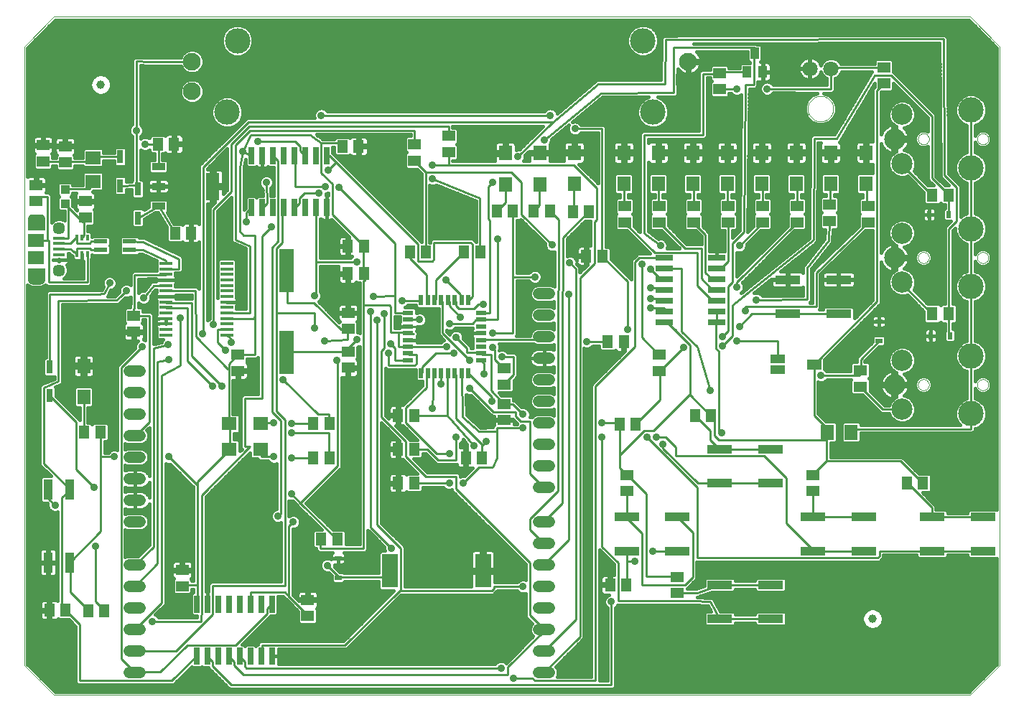
<source format=gtl>
G75*
%MOIN*%
%OFA0B0*%
%FSLAX24Y24*%
%IPPOS*%
%LPD*%
%AMOC8*
5,1,8,0,0,1.08239X$1,22.5*
%
%ADD10C,0.0000*%
%ADD11R,0.0500X0.0220*%
%ADD12R,0.0220X0.0500*%
%ADD13R,0.0800X0.0260*%
%ADD14R,0.0591X0.0157*%
%ADD15R,0.0630X0.0709*%
%ADD16R,0.0700X0.2000*%
%ADD17R,0.0394X0.0551*%
%ADD18R,0.0512X0.0591*%
%ADD19R,0.0591X0.0512*%
%ADD20C,0.0520*%
%ADD21R,0.0771X0.1575*%
%ADD22R,0.0445X0.0961*%
%ADD23R,0.0260X0.0800*%
%ADD24R,0.0709X0.0630*%
%ADD25R,0.0315X0.0630*%
%ADD26R,0.0640X0.0350*%
%ADD27R,0.0640X0.1250*%
%ADD28R,0.1181X0.0394*%
%ADD29R,0.0709X0.0512*%
%ADD30R,0.0709X0.0394*%
%ADD31R,0.0630X0.0394*%
%ADD32R,0.0433X0.0394*%
%ADD33R,0.0394X0.0630*%
%ADD34R,0.0118X0.0276*%
%ADD35R,0.0630X0.0236*%
%ADD36C,0.0571*%
%ADD37R,0.0531X0.0157*%
%ADD38R,0.0748X0.0591*%
%ADD39C,0.0001*%
%ADD40R,0.0512X0.0630*%
%ADD41R,0.0630X0.0512*%
%ADD42R,0.0248X0.0327*%
%ADD43R,0.0327X0.0248*%
%ADD44C,0.1181*%
%ADD45C,0.0984*%
%ADD46C,0.0827*%
%ADD47C,0.0709*%
%ADD48C,0.0394*%
%ADD49C,0.0100*%
%ADD50C,0.0350*%
%ADD51C,0.0160*%
%ADD52C,0.1660*%
%ADD53C,0.0357*%
D10*
X003723Y003920D02*
X005101Y002542D01*
X047621Y002542D01*
X048999Y003920D01*
X048999Y032660D01*
X047621Y034038D01*
X005101Y034038D01*
X003723Y032660D01*
X003723Y003920D01*
X004097Y021637D02*
X004054Y021642D01*
X004012Y021656D01*
X003975Y021680D01*
X003943Y021711D01*
X003920Y021748D01*
X003905Y021790D01*
X003900Y021834D01*
X003900Y022345D01*
X004649Y022345D01*
X004649Y021834D01*
X004644Y021790D01*
X004629Y021748D01*
X004606Y021711D01*
X004574Y021680D01*
X004537Y021656D01*
X004495Y021642D01*
X004452Y021637D01*
X004097Y021637D01*
X004108Y021758D02*
X004082Y021768D01*
X004058Y021785D01*
X004039Y021806D01*
X004026Y021831D01*
X004019Y021859D01*
X004019Y021887D01*
X004026Y021915D01*
X004039Y021940D01*
X004058Y021961D01*
X004082Y021977D01*
X004108Y021988D01*
X004137Y021991D01*
X004412Y021991D01*
X004441Y021988D01*
X004467Y021977D01*
X004491Y021961D01*
X004509Y021940D01*
X004523Y021915D01*
X004530Y021887D01*
X004530Y021859D01*
X004523Y021831D01*
X004509Y021806D01*
X004491Y021785D01*
X004467Y021768D01*
X004441Y021758D01*
X004412Y021755D01*
X004137Y021755D01*
X004108Y021758D01*
X003900Y024156D02*
X003900Y024668D01*
X003905Y024712D01*
X003920Y024754D01*
X003943Y024791D01*
X003975Y024822D01*
X004012Y024846D01*
X004054Y024860D01*
X004097Y024865D01*
X004452Y024865D01*
X004495Y024860D01*
X004537Y024846D01*
X004574Y024822D01*
X004606Y024791D01*
X004629Y024754D01*
X004644Y024712D01*
X004649Y024668D01*
X004649Y024156D01*
X003900Y024156D01*
X004082Y024524D02*
X004058Y024540D01*
X004039Y024562D01*
X004026Y024587D01*
X004019Y024615D01*
X004019Y024643D01*
X004026Y024671D01*
X004039Y024696D01*
X004058Y024717D01*
X004082Y024733D01*
X004108Y024743D01*
X004137Y024747D01*
X004412Y024747D01*
X004441Y024743D01*
X004467Y024733D01*
X004491Y024717D01*
X004509Y024696D01*
X004523Y024671D01*
X004530Y024643D01*
X004530Y024615D01*
X004523Y024587D01*
X004509Y024562D01*
X004491Y024540D01*
X004467Y024524D01*
X004441Y024514D01*
X004412Y024511D01*
X004137Y024511D01*
X004108Y024514D01*
X004082Y024524D01*
X040089Y029774D02*
X040091Y029822D01*
X040097Y029870D01*
X040107Y029917D01*
X040120Y029963D01*
X040138Y030008D01*
X040158Y030052D01*
X040183Y030094D01*
X040211Y030133D01*
X040241Y030170D01*
X040275Y030204D01*
X040312Y030236D01*
X040350Y030265D01*
X040391Y030290D01*
X040434Y030312D01*
X040479Y030330D01*
X040525Y030344D01*
X040572Y030355D01*
X040620Y030362D01*
X040668Y030365D01*
X040716Y030364D01*
X040764Y030359D01*
X040812Y030350D01*
X040858Y030338D01*
X040903Y030321D01*
X040947Y030301D01*
X040989Y030278D01*
X041029Y030251D01*
X041067Y030221D01*
X041102Y030188D01*
X041134Y030152D01*
X041164Y030114D01*
X041190Y030073D01*
X041212Y030030D01*
X041232Y029986D01*
X041247Y029941D01*
X041259Y029894D01*
X041267Y029846D01*
X041271Y029798D01*
X041271Y029750D01*
X041267Y029702D01*
X041259Y029654D01*
X041247Y029607D01*
X041232Y029562D01*
X041212Y029518D01*
X041190Y029475D01*
X041164Y029434D01*
X041134Y029396D01*
X041102Y029360D01*
X041067Y029327D01*
X041029Y029297D01*
X040989Y029270D01*
X040947Y029247D01*
X040903Y029227D01*
X040858Y029210D01*
X040812Y029198D01*
X040764Y029189D01*
X040716Y029184D01*
X040668Y029183D01*
X040620Y029186D01*
X040572Y029193D01*
X040525Y029204D01*
X040479Y029218D01*
X040434Y029236D01*
X040391Y029258D01*
X040350Y029283D01*
X040312Y029312D01*
X040275Y029344D01*
X040241Y029378D01*
X040211Y029415D01*
X040183Y029454D01*
X040158Y029496D01*
X040138Y029540D01*
X040120Y029585D01*
X040107Y029631D01*
X040097Y029678D01*
X040091Y029726D01*
X040089Y029774D01*
X045200Y028369D02*
X045202Y028400D01*
X045208Y028431D01*
X045217Y028461D01*
X045230Y028490D01*
X045247Y028517D01*
X045267Y028541D01*
X045289Y028563D01*
X045315Y028582D01*
X045342Y028598D01*
X045371Y028610D01*
X045401Y028619D01*
X045432Y028624D01*
X045464Y028625D01*
X045495Y028622D01*
X045526Y028615D01*
X045556Y028605D01*
X045584Y028591D01*
X045610Y028573D01*
X045634Y028553D01*
X045655Y028529D01*
X045674Y028504D01*
X045689Y028476D01*
X045700Y028447D01*
X045708Y028416D01*
X045712Y028385D01*
X045712Y028353D01*
X045708Y028322D01*
X045700Y028291D01*
X045689Y028262D01*
X045674Y028234D01*
X045655Y028209D01*
X045634Y028185D01*
X045610Y028165D01*
X045584Y028147D01*
X045556Y028133D01*
X045526Y028123D01*
X045495Y028116D01*
X045464Y028113D01*
X045432Y028114D01*
X045401Y028119D01*
X045371Y028128D01*
X045342Y028140D01*
X045315Y028156D01*
X045289Y028175D01*
X045267Y028197D01*
X045247Y028221D01*
X045230Y028248D01*
X045217Y028277D01*
X045208Y028307D01*
X045202Y028338D01*
X045200Y028369D01*
X047955Y028369D02*
X047957Y028400D01*
X047963Y028431D01*
X047972Y028461D01*
X047985Y028490D01*
X048002Y028517D01*
X048022Y028541D01*
X048044Y028563D01*
X048070Y028582D01*
X048097Y028598D01*
X048126Y028610D01*
X048156Y028619D01*
X048187Y028624D01*
X048219Y028625D01*
X048250Y028622D01*
X048281Y028615D01*
X048311Y028605D01*
X048339Y028591D01*
X048365Y028573D01*
X048389Y028553D01*
X048410Y028529D01*
X048429Y028504D01*
X048444Y028476D01*
X048455Y028447D01*
X048463Y028416D01*
X048467Y028385D01*
X048467Y028353D01*
X048463Y028322D01*
X048455Y028291D01*
X048444Y028262D01*
X048429Y028234D01*
X048410Y028209D01*
X048389Y028185D01*
X048365Y028165D01*
X048339Y028147D01*
X048311Y028133D01*
X048281Y028123D01*
X048250Y028116D01*
X048219Y028113D01*
X048187Y028114D01*
X048156Y028119D01*
X048126Y028128D01*
X048097Y028140D01*
X048070Y028156D01*
X048044Y028175D01*
X048022Y028197D01*
X048002Y028221D01*
X047985Y028248D01*
X047972Y028277D01*
X047963Y028307D01*
X047957Y028338D01*
X047955Y028369D01*
X047955Y022857D02*
X047957Y022888D01*
X047963Y022919D01*
X047972Y022949D01*
X047985Y022978D01*
X048002Y023005D01*
X048022Y023029D01*
X048044Y023051D01*
X048070Y023070D01*
X048097Y023086D01*
X048126Y023098D01*
X048156Y023107D01*
X048187Y023112D01*
X048219Y023113D01*
X048250Y023110D01*
X048281Y023103D01*
X048311Y023093D01*
X048339Y023079D01*
X048365Y023061D01*
X048389Y023041D01*
X048410Y023017D01*
X048429Y022992D01*
X048444Y022964D01*
X048455Y022935D01*
X048463Y022904D01*
X048467Y022873D01*
X048467Y022841D01*
X048463Y022810D01*
X048455Y022779D01*
X048444Y022750D01*
X048429Y022722D01*
X048410Y022697D01*
X048389Y022673D01*
X048365Y022653D01*
X048339Y022635D01*
X048311Y022621D01*
X048281Y022611D01*
X048250Y022604D01*
X048219Y022601D01*
X048187Y022602D01*
X048156Y022607D01*
X048126Y022616D01*
X048097Y022628D01*
X048070Y022644D01*
X048044Y022663D01*
X048022Y022685D01*
X048002Y022709D01*
X047985Y022736D01*
X047972Y022765D01*
X047963Y022795D01*
X047957Y022826D01*
X047955Y022857D01*
X045200Y022857D02*
X045202Y022888D01*
X045208Y022919D01*
X045217Y022949D01*
X045230Y022978D01*
X045247Y023005D01*
X045267Y023029D01*
X045289Y023051D01*
X045315Y023070D01*
X045342Y023086D01*
X045371Y023098D01*
X045401Y023107D01*
X045432Y023112D01*
X045464Y023113D01*
X045495Y023110D01*
X045526Y023103D01*
X045556Y023093D01*
X045584Y023079D01*
X045610Y023061D01*
X045634Y023041D01*
X045655Y023017D01*
X045674Y022992D01*
X045689Y022964D01*
X045700Y022935D01*
X045708Y022904D01*
X045712Y022873D01*
X045712Y022841D01*
X045708Y022810D01*
X045700Y022779D01*
X045689Y022750D01*
X045674Y022722D01*
X045655Y022697D01*
X045634Y022673D01*
X045610Y022653D01*
X045584Y022635D01*
X045556Y022621D01*
X045526Y022611D01*
X045495Y022604D01*
X045464Y022601D01*
X045432Y022602D01*
X045401Y022607D01*
X045371Y022616D01*
X045342Y022628D01*
X045315Y022644D01*
X045289Y022663D01*
X045267Y022685D01*
X045247Y022709D01*
X045230Y022736D01*
X045217Y022765D01*
X045208Y022795D01*
X045202Y022826D01*
X045200Y022857D01*
X045200Y016952D02*
X045202Y016983D01*
X045208Y017014D01*
X045217Y017044D01*
X045230Y017073D01*
X045247Y017100D01*
X045267Y017124D01*
X045289Y017146D01*
X045315Y017165D01*
X045342Y017181D01*
X045371Y017193D01*
X045401Y017202D01*
X045432Y017207D01*
X045464Y017208D01*
X045495Y017205D01*
X045526Y017198D01*
X045556Y017188D01*
X045584Y017174D01*
X045610Y017156D01*
X045634Y017136D01*
X045655Y017112D01*
X045674Y017087D01*
X045689Y017059D01*
X045700Y017030D01*
X045708Y016999D01*
X045712Y016968D01*
X045712Y016936D01*
X045708Y016905D01*
X045700Y016874D01*
X045689Y016845D01*
X045674Y016817D01*
X045655Y016792D01*
X045634Y016768D01*
X045610Y016748D01*
X045584Y016730D01*
X045556Y016716D01*
X045526Y016706D01*
X045495Y016699D01*
X045464Y016696D01*
X045432Y016697D01*
X045401Y016702D01*
X045371Y016711D01*
X045342Y016723D01*
X045315Y016739D01*
X045289Y016758D01*
X045267Y016780D01*
X045247Y016804D01*
X045230Y016831D01*
X045217Y016860D01*
X045208Y016890D01*
X045202Y016921D01*
X045200Y016952D01*
X047955Y016952D02*
X047957Y016983D01*
X047963Y017014D01*
X047972Y017044D01*
X047985Y017073D01*
X048002Y017100D01*
X048022Y017124D01*
X048044Y017146D01*
X048070Y017165D01*
X048097Y017181D01*
X048126Y017193D01*
X048156Y017202D01*
X048187Y017207D01*
X048219Y017208D01*
X048250Y017205D01*
X048281Y017198D01*
X048311Y017188D01*
X048339Y017174D01*
X048365Y017156D01*
X048389Y017136D01*
X048410Y017112D01*
X048429Y017087D01*
X048444Y017059D01*
X048455Y017030D01*
X048463Y016999D01*
X048467Y016968D01*
X048467Y016936D01*
X048463Y016905D01*
X048455Y016874D01*
X048444Y016845D01*
X048429Y016817D01*
X048410Y016792D01*
X048389Y016768D01*
X048365Y016748D01*
X048339Y016730D01*
X048311Y016716D01*
X048281Y016706D01*
X048250Y016699D01*
X048219Y016696D01*
X048187Y016697D01*
X048156Y016702D01*
X048126Y016711D01*
X048097Y016723D01*
X048070Y016739D01*
X048044Y016758D01*
X048022Y016780D01*
X048002Y016804D01*
X047985Y016831D01*
X047972Y016860D01*
X047963Y016890D01*
X047957Y016921D01*
X047955Y016952D01*
D11*
X024918Y018090D03*
X024918Y018405D03*
X024918Y018720D03*
X024918Y019035D03*
X024918Y019350D03*
X024918Y019665D03*
X024918Y019980D03*
X024918Y020295D03*
X021538Y020295D03*
X021538Y019980D03*
X021538Y019665D03*
X021538Y019350D03*
X021538Y019035D03*
X021538Y018720D03*
X021538Y018405D03*
X021538Y018090D03*
D12*
X022126Y017503D03*
X022441Y017503D03*
X022756Y017503D03*
X023071Y017503D03*
X023386Y017503D03*
X023700Y017503D03*
X024015Y017503D03*
X024330Y017503D03*
X024330Y020883D03*
X024015Y020883D03*
X023700Y020883D03*
X023386Y020883D03*
X023071Y020883D03*
X022756Y020883D03*
X022441Y020883D03*
X022126Y020883D03*
D13*
X033435Y020852D03*
X033435Y021352D03*
X033435Y021852D03*
X033435Y022352D03*
X033435Y022852D03*
X035855Y022852D03*
X035855Y022352D03*
X035855Y021852D03*
X035855Y021352D03*
X035855Y020852D03*
X035855Y020352D03*
X035855Y019852D03*
X033435Y019852D03*
X033435Y020352D03*
D14*
X013138Y020287D03*
X013138Y020032D03*
X013138Y019776D03*
X013138Y019520D03*
X013138Y019264D03*
X013138Y020543D03*
X013138Y020799D03*
X013138Y021055D03*
X013138Y021311D03*
X013138Y021567D03*
X013138Y021823D03*
X013138Y022079D03*
X013138Y022335D03*
X013138Y022591D03*
X010284Y022591D03*
X010284Y022335D03*
X010284Y022079D03*
X010284Y021823D03*
X010284Y021567D03*
X010284Y021311D03*
X010284Y021055D03*
X010284Y020799D03*
X010284Y020543D03*
X010284Y020287D03*
X010284Y020032D03*
X010284Y019776D03*
X010284Y019520D03*
X010284Y019264D03*
D15*
X006479Y017834D03*
X006479Y016385D03*
X026056Y026263D03*
X027645Y026268D03*
X029252Y026282D03*
X029252Y027730D03*
X027645Y027717D03*
X026056Y027711D03*
X031552Y027730D03*
X033152Y027730D03*
X034752Y027730D03*
X036352Y027730D03*
X036352Y026282D03*
X034752Y026282D03*
X033152Y026282D03*
X031552Y026282D03*
X037952Y026282D03*
X039552Y026282D03*
X041152Y026282D03*
X042795Y026282D03*
X042795Y027730D03*
X041152Y027730D03*
X039552Y027730D03*
X037952Y027730D03*
D16*
X015903Y022258D03*
X015903Y018458D03*
D17*
X037257Y031482D03*
X038005Y031482D03*
X037631Y032349D03*
D18*
X029929Y025003D03*
X029181Y025003D03*
X028111Y025030D03*
X027363Y025030D03*
X026400Y025010D03*
X025652Y025010D03*
X024885Y023133D03*
X024137Y023133D03*
X022365Y023133D03*
X021617Y023133D03*
X019482Y023389D03*
X018734Y023389D03*
X018729Y022108D03*
X019477Y022108D03*
X011460Y023999D03*
X010711Y023999D03*
X010672Y028133D03*
X009924Y028133D03*
X018491Y028026D03*
X019239Y028026D03*
X029802Y022935D03*
X030550Y022935D03*
X030802Y018941D03*
X031550Y018941D03*
X034845Y015534D03*
X035593Y015534D03*
X032099Y015137D03*
X031351Y015137D03*
X024963Y013566D03*
X024215Y013566D03*
X021814Y013960D03*
X021066Y013960D03*
X021066Y015534D03*
X021814Y015534D03*
X017877Y015141D03*
X017129Y015141D03*
X017129Y013566D03*
X017877Y013566D03*
X021066Y012385D03*
X021814Y012385D03*
X018249Y009773D03*
X017501Y009773D03*
X007436Y006463D03*
X006688Y006463D03*
X005633Y006481D03*
X004885Y006481D03*
X006499Y014747D03*
X007247Y014747D03*
X030908Y007660D03*
X031656Y007660D03*
X044688Y012385D03*
X045436Y012385D03*
D19*
X040337Y012759D03*
X040337Y012011D03*
X034038Y008034D03*
X034038Y007286D03*
X031676Y012011D03*
X031676Y012759D03*
X025993Y015321D03*
X025993Y016069D03*
X026007Y016971D03*
X026007Y017719D03*
X033197Y017596D03*
X033197Y018344D03*
X033176Y024504D03*
X033176Y025252D03*
X031576Y025252D03*
X031576Y024504D03*
X034776Y024504D03*
X034776Y025252D03*
X036376Y025252D03*
X036376Y024504D03*
X037976Y024504D03*
X037976Y025252D03*
X039576Y025252D03*
X039576Y024504D03*
X041096Y024564D03*
X041096Y025312D03*
X042876Y025252D03*
X042876Y024504D03*
X035996Y030673D03*
X035996Y031421D03*
X043619Y031697D03*
X043619Y030949D03*
X023408Y028507D03*
X023408Y027759D03*
X021834Y028113D03*
X021834Y027365D03*
X018749Y020289D03*
X018749Y019541D03*
X018749Y018486D03*
X018749Y017738D03*
X013639Y017602D03*
X013639Y018350D03*
X008803Y019417D03*
X008803Y020165D03*
X006558Y024727D03*
X006558Y025475D03*
X004274Y025475D03*
X004274Y026223D03*
X004589Y027326D03*
X004589Y028074D03*
X005613Y028034D03*
X005613Y027286D03*
X011047Y008351D03*
X011047Y007603D03*
X016873Y006960D03*
X016873Y006211D03*
D20*
X009103Y006582D02*
X008583Y006582D01*
X008583Y005582D02*
X009103Y005582D01*
X009103Y004582D02*
X008583Y004582D01*
X008583Y003582D02*
X009103Y003582D01*
X009103Y007582D02*
X008583Y007582D01*
X008583Y008582D02*
X009103Y008582D01*
X009103Y010582D02*
X008583Y010582D01*
X008583Y011582D02*
X009103Y011582D01*
X009103Y012582D02*
X008583Y012582D01*
X008583Y013582D02*
X009103Y013582D01*
X009103Y014582D02*
X008583Y014582D01*
X008583Y015582D02*
X009103Y015582D01*
X009103Y016582D02*
X008583Y016582D01*
X008583Y017582D02*
X009103Y017582D01*
X027583Y017182D02*
X028103Y017182D01*
X028103Y018182D02*
X027583Y018182D01*
X027583Y019182D02*
X028103Y019182D01*
X028103Y020182D02*
X027583Y020182D01*
X027583Y021182D02*
X028103Y021182D01*
X028103Y016182D02*
X027583Y016182D01*
X027583Y015182D02*
X028103Y015182D01*
X028103Y014182D02*
X027583Y014182D01*
X027583Y013182D02*
X028103Y013182D01*
X028103Y012182D02*
X027583Y012182D01*
X027583Y010582D02*
X028103Y010582D01*
X028103Y009582D02*
X027583Y009582D01*
X027583Y008582D02*
X028103Y008582D01*
X028103Y007582D02*
X027583Y007582D01*
X027583Y006582D02*
X028103Y006582D01*
X028103Y005582D02*
X027583Y005582D01*
X027583Y004582D02*
X028103Y004582D01*
X028103Y003582D02*
X027583Y003582D01*
D21*
X025008Y008311D03*
X020693Y008311D03*
D22*
X005827Y008700D03*
X004827Y008700D03*
X004827Y012086D03*
X005827Y012086D03*
D23*
X011711Y006766D03*
X012211Y006766D03*
X012711Y006766D03*
X013211Y006766D03*
X013711Y006766D03*
X014211Y006766D03*
X014711Y006766D03*
X015211Y006766D03*
X015211Y004346D03*
X014711Y004346D03*
X014211Y004346D03*
X013711Y004346D03*
X013211Y004346D03*
X012711Y004346D03*
X012211Y004346D03*
X011711Y004346D03*
X014253Y025175D03*
X014753Y025175D03*
X015253Y025175D03*
X015753Y025175D03*
X016253Y025175D03*
X016753Y025175D03*
X017253Y025175D03*
X017753Y025175D03*
X017753Y027595D03*
X017253Y027595D03*
X016753Y027595D03*
X016253Y027595D03*
X015753Y027595D03*
X015253Y027595D03*
X014753Y027595D03*
X014253Y027595D03*
D24*
X014684Y015141D03*
X014684Y013960D03*
X013235Y013960D03*
X013235Y015141D03*
D25*
X004904Y016440D03*
X004904Y017778D03*
X008991Y024700D03*
X008991Y026038D03*
X008172Y026204D03*
X008172Y027542D03*
D26*
X009944Y027074D03*
X009944Y026164D03*
X009944Y025254D03*
D27*
X012464Y026164D03*
D28*
X031676Y010810D03*
X031676Y009235D03*
X034038Y009235D03*
X036007Y007660D03*
X036007Y006086D03*
X038369Y006086D03*
X038369Y007660D03*
X040337Y009235D03*
X040337Y010810D03*
X038369Y012385D03*
X036007Y012385D03*
X034038Y010810D03*
X036007Y013960D03*
X038369Y013960D03*
X042700Y010810D03*
X042700Y009235D03*
X045849Y009235D03*
X048211Y009235D03*
X048211Y010810D03*
X045849Y010810D03*
X041519Y020259D03*
X041519Y021834D03*
X039156Y021834D03*
X039156Y020259D03*
D29*
X040377Y017897D03*
D30*
X038704Y018152D03*
X038704Y017641D03*
D31*
X040995Y014904D03*
X040995Y014589D03*
X042097Y014589D03*
X042097Y014904D03*
D32*
X005613Y025357D03*
X005613Y026026D03*
D33*
X006755Y026400D03*
X007070Y026400D03*
X007070Y027503D03*
X006755Y027503D03*
D34*
X006656Y023802D03*
X006400Y023802D03*
X006145Y023802D03*
X006145Y023015D03*
X006400Y023015D03*
X006656Y023015D03*
D35*
X007267Y023211D03*
X007267Y023605D03*
X008605Y023605D03*
X008605Y023211D03*
D36*
X005337Y022267D03*
X005337Y024235D03*
D37*
X005337Y023763D03*
X005337Y023507D03*
X005337Y023251D03*
X005337Y022995D03*
X005337Y022739D03*
D38*
X004274Y022857D03*
X004274Y023645D03*
D39*
X003900Y024157D02*
X004649Y024157D01*
X004649Y024158D02*
X003900Y024158D01*
X003900Y024159D02*
X004649Y024159D01*
X004649Y024160D02*
X003900Y024160D01*
X003900Y024161D02*
X004649Y024161D01*
X004649Y024162D02*
X003900Y024162D01*
X003900Y024163D02*
X004649Y024163D01*
X004649Y024164D02*
X003900Y024164D01*
X003900Y024165D02*
X004649Y024165D01*
X004649Y024166D02*
X003900Y024166D01*
X003900Y024167D02*
X004649Y024167D01*
X004649Y024168D02*
X003900Y024168D01*
X003900Y024169D02*
X004649Y024169D01*
X004649Y024170D02*
X003900Y024170D01*
X003900Y024171D02*
X004649Y024171D01*
X004649Y024172D02*
X003900Y024172D01*
X003900Y024173D02*
X004649Y024173D01*
X004649Y024174D02*
X003900Y024174D01*
X003900Y024175D02*
X004649Y024175D01*
X004649Y024176D02*
X003900Y024176D01*
X003900Y024177D02*
X004649Y024177D01*
X004649Y024178D02*
X003900Y024178D01*
X003900Y024179D02*
X004649Y024179D01*
X004649Y024180D02*
X003900Y024180D01*
X003900Y024181D02*
X004649Y024181D01*
X004649Y024182D02*
X003900Y024182D01*
X003900Y024183D02*
X004649Y024183D01*
X004649Y024184D02*
X003900Y024184D01*
X003900Y024185D02*
X004649Y024185D01*
X004649Y024186D02*
X003900Y024186D01*
X003900Y024187D02*
X004649Y024187D01*
X004649Y024188D02*
X003900Y024188D01*
X003900Y024189D02*
X004649Y024189D01*
X004649Y024190D02*
X003900Y024190D01*
X003900Y024191D02*
X004649Y024191D01*
X004649Y024192D02*
X003900Y024192D01*
X003900Y024193D02*
X004649Y024193D01*
X004649Y024194D02*
X003900Y024194D01*
X003900Y024195D02*
X004649Y024195D01*
X004649Y024196D02*
X003900Y024196D01*
X003900Y024197D02*
X004649Y024197D01*
X004649Y024198D02*
X003900Y024198D01*
X003900Y024199D02*
X004649Y024199D01*
X004649Y024200D02*
X003900Y024200D01*
X003900Y024201D02*
X004649Y024201D01*
X004649Y024202D02*
X003900Y024202D01*
X003900Y024203D02*
X004649Y024203D01*
X004649Y024204D02*
X003900Y024204D01*
X003900Y024205D02*
X004649Y024205D01*
X004649Y024206D02*
X003900Y024206D01*
X003900Y024207D02*
X004649Y024207D01*
X004649Y024208D02*
X003900Y024208D01*
X003900Y024209D02*
X004649Y024209D01*
X004649Y024210D02*
X003900Y024210D01*
X003900Y024211D02*
X004649Y024211D01*
X004649Y024212D02*
X003900Y024212D01*
X003900Y024213D02*
X004649Y024213D01*
X004649Y024214D02*
X003900Y024214D01*
X003900Y024215D02*
X004649Y024215D01*
X004649Y024216D02*
X003900Y024216D01*
X003900Y024217D02*
X004649Y024217D01*
X004649Y024218D02*
X003900Y024218D01*
X003900Y024219D02*
X004649Y024219D01*
X004649Y024220D02*
X003900Y024220D01*
X003900Y024221D02*
X004649Y024221D01*
X004649Y024222D02*
X003900Y024222D01*
X003900Y024223D02*
X004649Y024223D01*
X004649Y024224D02*
X003900Y024224D01*
X003900Y024225D02*
X004649Y024225D01*
X004649Y024226D02*
X003900Y024226D01*
X003900Y024227D02*
X004649Y024227D01*
X004649Y024228D02*
X003900Y024228D01*
X003900Y024229D02*
X004649Y024229D01*
X004649Y024230D02*
X003900Y024230D01*
X003900Y024231D02*
X004649Y024231D01*
X004649Y024232D02*
X003900Y024232D01*
X003900Y024233D02*
X004649Y024233D01*
X004649Y024234D02*
X003900Y024234D01*
X003900Y024235D02*
X004649Y024235D01*
X004649Y024236D02*
X003900Y024236D01*
X003900Y024237D02*
X004649Y024237D01*
X004649Y024238D02*
X003900Y024238D01*
X003900Y024239D02*
X004649Y024239D01*
X004649Y024240D02*
X003900Y024240D01*
X003900Y024241D02*
X004649Y024241D01*
X004649Y024242D02*
X003900Y024242D01*
X003900Y024243D02*
X004649Y024243D01*
X004649Y024244D02*
X003900Y024244D01*
X003900Y024245D02*
X004649Y024245D01*
X004649Y024246D02*
X003900Y024246D01*
X003900Y024247D02*
X004649Y024247D01*
X004649Y024248D02*
X003900Y024248D01*
X003900Y024249D02*
X004649Y024249D01*
X004649Y024250D02*
X003900Y024250D01*
X003900Y024251D02*
X004649Y024251D01*
X004649Y024252D02*
X003900Y024252D01*
X003900Y024253D02*
X004649Y024253D01*
X004649Y024254D02*
X003900Y024254D01*
X003900Y024255D02*
X004649Y024255D01*
X004649Y024256D02*
X003900Y024256D01*
X003900Y024257D02*
X004649Y024257D01*
X004649Y024258D02*
X003900Y024258D01*
X003900Y024259D02*
X004649Y024259D01*
X004649Y024260D02*
X003900Y024260D01*
X003900Y024261D02*
X004649Y024261D01*
X004649Y024262D02*
X003900Y024262D01*
X003900Y024263D02*
X004649Y024263D01*
X004649Y024264D02*
X003900Y024264D01*
X003900Y024265D02*
X004649Y024265D01*
X004649Y024266D02*
X003900Y024266D01*
X003900Y024267D02*
X004649Y024267D01*
X004649Y024268D02*
X003900Y024268D01*
X003900Y024269D02*
X004649Y024269D01*
X004649Y024270D02*
X003900Y024270D01*
X003900Y024271D02*
X004649Y024271D01*
X004649Y024272D02*
X003900Y024272D01*
X003900Y024273D02*
X004649Y024273D01*
X004649Y024274D02*
X003900Y024274D01*
X003900Y024275D02*
X004649Y024275D01*
X004649Y024276D02*
X003900Y024276D01*
X003900Y024277D02*
X004649Y024277D01*
X004649Y024278D02*
X003900Y024278D01*
X003900Y024279D02*
X004649Y024279D01*
X004649Y024280D02*
X003900Y024280D01*
X003900Y024281D02*
X004649Y024281D01*
X004649Y024282D02*
X003900Y024282D01*
X003900Y024283D02*
X004649Y024283D01*
X004649Y024284D02*
X003900Y024284D01*
X003900Y024285D02*
X004649Y024285D01*
X004649Y024286D02*
X003900Y024286D01*
X003900Y024287D02*
X004649Y024287D01*
X004649Y024288D02*
X003900Y024288D01*
X003900Y024289D02*
X004649Y024289D01*
X004649Y024290D02*
X003900Y024290D01*
X003900Y024291D02*
X004649Y024291D01*
X004649Y024292D02*
X003900Y024292D01*
X003900Y024293D02*
X004649Y024293D01*
X004649Y024294D02*
X003900Y024294D01*
X003900Y024295D02*
X004649Y024295D01*
X004649Y024296D02*
X003900Y024296D01*
X003900Y024297D02*
X004649Y024297D01*
X004649Y024298D02*
X003900Y024298D01*
X003900Y024299D02*
X004649Y024299D01*
X004649Y024300D02*
X003900Y024300D01*
X003900Y024301D02*
X004649Y024301D01*
X004649Y024302D02*
X003900Y024302D01*
X003900Y024303D02*
X004649Y024303D01*
X004649Y024304D02*
X003900Y024304D01*
X003900Y024305D02*
X004649Y024305D01*
X004649Y024306D02*
X003900Y024306D01*
X003900Y024307D02*
X004649Y024307D01*
X004649Y024308D02*
X003900Y024308D01*
X003900Y024309D02*
X004649Y024309D01*
X004649Y024310D02*
X003900Y024310D01*
X003900Y024311D02*
X004649Y024311D01*
X004649Y024312D02*
X003900Y024312D01*
X003900Y024313D02*
X004649Y024313D01*
X004649Y024314D02*
X003900Y024314D01*
X003900Y024315D02*
X004649Y024315D01*
X004649Y024316D02*
X003900Y024316D01*
X003900Y024317D02*
X004649Y024317D01*
X004649Y024318D02*
X003900Y024318D01*
X003900Y024319D02*
X004649Y024319D01*
X004649Y024320D02*
X003900Y024320D01*
X003900Y024321D02*
X004649Y024321D01*
X004649Y024322D02*
X003900Y024322D01*
X003900Y024323D02*
X004649Y024323D01*
X004649Y024324D02*
X003900Y024324D01*
X003900Y024325D02*
X004649Y024325D01*
X004649Y024326D02*
X003900Y024326D01*
X003900Y024327D02*
X004649Y024327D01*
X004649Y024328D02*
X003900Y024328D01*
X003900Y024329D02*
X004649Y024329D01*
X004649Y024330D02*
X003900Y024330D01*
X003900Y024331D02*
X004649Y024331D01*
X004649Y024332D02*
X003900Y024332D01*
X003900Y024333D02*
X004649Y024333D01*
X004649Y024334D02*
X003900Y024334D01*
X003900Y024335D02*
X004649Y024335D01*
X004649Y024336D02*
X003900Y024336D01*
X003900Y024337D02*
X004649Y024337D01*
X004649Y024338D02*
X003900Y024338D01*
X003900Y024339D02*
X004649Y024339D01*
X004649Y024340D02*
X003900Y024340D01*
X003900Y024341D02*
X004649Y024341D01*
X004649Y024342D02*
X003900Y024342D01*
X003900Y024343D02*
X004649Y024343D01*
X004649Y024344D02*
X003900Y024344D01*
X003900Y024345D02*
X004649Y024345D01*
X004649Y024346D02*
X003900Y024346D01*
X003900Y024347D02*
X004649Y024347D01*
X004649Y024348D02*
X003900Y024348D01*
X003900Y024349D02*
X004649Y024349D01*
X004649Y024350D02*
X003900Y024350D01*
X003900Y024351D02*
X004649Y024351D01*
X004649Y024352D02*
X003900Y024352D01*
X003900Y024353D02*
X004649Y024353D01*
X004649Y024354D02*
X003900Y024354D01*
X003900Y024355D02*
X004649Y024355D01*
X004649Y024356D02*
X003900Y024356D01*
X003900Y024357D02*
X004649Y024357D01*
X004649Y024358D02*
X003900Y024358D01*
X003900Y024359D02*
X004649Y024359D01*
X004649Y024360D02*
X003900Y024360D01*
X003900Y024361D02*
X004649Y024361D01*
X004649Y024362D02*
X003900Y024362D01*
X003900Y024363D02*
X004649Y024363D01*
X004649Y024364D02*
X003900Y024364D01*
X003900Y024365D02*
X004649Y024365D01*
X004649Y024366D02*
X003900Y024366D01*
X003900Y024367D02*
X004649Y024367D01*
X004649Y024368D02*
X003900Y024368D01*
X003900Y024369D02*
X004649Y024369D01*
X004649Y024370D02*
X003900Y024370D01*
X003900Y024371D02*
X004649Y024371D01*
X004649Y024372D02*
X003900Y024372D01*
X003900Y024373D02*
X004649Y024373D01*
X004649Y024374D02*
X003900Y024374D01*
X003900Y024375D02*
X004649Y024375D01*
X004649Y024376D02*
X003900Y024376D01*
X003900Y024377D02*
X004649Y024377D01*
X004649Y024378D02*
X003900Y024378D01*
X003900Y024379D02*
X004649Y024379D01*
X004649Y024380D02*
X003900Y024380D01*
X003900Y024381D02*
X004649Y024381D01*
X004649Y024382D02*
X003900Y024382D01*
X003900Y024383D02*
X004649Y024383D01*
X004649Y024384D02*
X003900Y024384D01*
X003900Y024385D02*
X004649Y024385D01*
X004649Y024386D02*
X003900Y024386D01*
X003900Y024387D02*
X004649Y024387D01*
X004649Y024388D02*
X003900Y024388D01*
X003900Y024389D02*
X004649Y024389D01*
X004649Y024390D02*
X003900Y024390D01*
X003900Y024391D02*
X004649Y024391D01*
X004649Y024392D02*
X003900Y024392D01*
X003900Y024393D02*
X004649Y024393D01*
X004649Y024394D02*
X003900Y024394D01*
X003900Y024395D02*
X004649Y024395D01*
X004649Y024396D02*
X003900Y024396D01*
X003900Y024397D02*
X004649Y024397D01*
X004649Y024398D02*
X003900Y024398D01*
X003900Y024399D02*
X004649Y024399D01*
X004649Y024400D02*
X003900Y024400D01*
X003900Y024401D02*
X004649Y024401D01*
X004649Y024402D02*
X003900Y024402D01*
X003900Y024403D02*
X004649Y024403D01*
X004649Y024404D02*
X003900Y024404D01*
X003900Y024405D02*
X004649Y024405D01*
X004649Y024406D02*
X003900Y024406D01*
X003900Y024407D02*
X004649Y024407D01*
X004649Y024408D02*
X003900Y024408D01*
X003900Y024409D02*
X004649Y024409D01*
X004649Y024410D02*
X003900Y024410D01*
X003900Y024411D02*
X004649Y024411D01*
X004649Y024412D02*
X003900Y024412D01*
X003900Y024413D02*
X004649Y024413D01*
X004649Y024414D02*
X003900Y024414D01*
X003900Y024415D02*
X004649Y024415D01*
X004649Y024416D02*
X003900Y024416D01*
X003900Y024417D02*
X004649Y024417D01*
X004649Y024418D02*
X003900Y024418D01*
X003900Y024419D02*
X004649Y024419D01*
X004649Y024420D02*
X003900Y024420D01*
X003900Y024421D02*
X004649Y024421D01*
X004649Y024422D02*
X003900Y024422D01*
X003900Y024423D02*
X004649Y024423D01*
X004649Y024424D02*
X003900Y024424D01*
X003900Y024425D02*
X004649Y024425D01*
X004649Y024426D02*
X003900Y024426D01*
X003900Y024427D02*
X004649Y024427D01*
X004649Y024428D02*
X003900Y024428D01*
X003900Y024429D02*
X004649Y024429D01*
X004649Y024430D02*
X003900Y024430D01*
X003900Y024431D02*
X004649Y024431D01*
X004649Y024432D02*
X003900Y024432D01*
X003900Y024433D02*
X004649Y024433D01*
X004649Y024434D02*
X003900Y024434D01*
X003900Y024435D02*
X004649Y024435D01*
X004649Y024436D02*
X003900Y024436D01*
X003900Y024437D02*
X004649Y024437D01*
X004649Y024438D02*
X003900Y024438D01*
X003900Y024439D02*
X004649Y024439D01*
X004649Y024440D02*
X003900Y024440D01*
X003900Y024441D02*
X004649Y024441D01*
X004649Y024442D02*
X003900Y024442D01*
X003900Y024443D02*
X004649Y024443D01*
X004649Y024444D02*
X003900Y024444D01*
X003900Y024445D02*
X004649Y024445D01*
X004649Y024446D02*
X003900Y024446D01*
X003900Y024447D02*
X004649Y024447D01*
X004649Y024448D02*
X003900Y024448D01*
X003900Y024449D02*
X004649Y024449D01*
X004649Y024450D02*
X003900Y024450D01*
X003900Y024451D02*
X004649Y024451D01*
X004649Y024452D02*
X003900Y024452D01*
X003900Y024453D02*
X004649Y024453D01*
X004649Y024454D02*
X003900Y024454D01*
X003900Y024455D02*
X004649Y024455D01*
X004649Y024456D02*
X003900Y024456D01*
X003900Y024457D02*
X004649Y024457D01*
X004649Y024458D02*
X003900Y024458D01*
X003900Y024459D02*
X004649Y024459D01*
X004649Y024460D02*
X003900Y024460D01*
X003900Y024461D02*
X004649Y024461D01*
X004649Y024462D02*
X003900Y024462D01*
X003900Y024463D02*
X004649Y024463D01*
X004649Y024464D02*
X003900Y024464D01*
X003900Y024465D02*
X004649Y024465D01*
X004649Y024466D02*
X003900Y024466D01*
X003900Y024467D02*
X004649Y024467D01*
X004649Y024468D02*
X003900Y024468D01*
X003900Y024469D02*
X004649Y024469D01*
X004649Y024470D02*
X003900Y024470D01*
X003900Y024471D02*
X004649Y024471D01*
X004649Y024472D02*
X003900Y024472D01*
X003900Y024473D02*
X004649Y024473D01*
X004649Y024474D02*
X003900Y024474D01*
X003900Y024475D02*
X004649Y024475D01*
X004649Y024476D02*
X003900Y024476D01*
X003900Y024477D02*
X004649Y024477D01*
X004649Y024478D02*
X003900Y024478D01*
X003900Y024479D02*
X004649Y024479D01*
X004649Y024480D02*
X003900Y024480D01*
X003900Y024481D02*
X004649Y024481D01*
X004649Y024482D02*
X003900Y024482D01*
X003900Y024483D02*
X004649Y024483D01*
X004649Y024484D02*
X003900Y024484D01*
X003900Y024485D02*
X004649Y024485D01*
X004649Y024486D02*
X003900Y024486D01*
X003900Y024487D02*
X004649Y024487D01*
X004649Y024488D02*
X003900Y024488D01*
X003900Y024489D02*
X004649Y024489D01*
X004649Y024490D02*
X003900Y024490D01*
X003900Y024491D02*
X004649Y024491D01*
X004649Y024492D02*
X003900Y024492D01*
X003900Y024493D02*
X004649Y024493D01*
X004649Y024494D02*
X003900Y024494D01*
X003900Y024495D02*
X004649Y024495D01*
X004649Y024496D02*
X003900Y024496D01*
X003900Y024497D02*
X004649Y024497D01*
X004649Y024498D02*
X003900Y024498D01*
X003900Y024499D02*
X004649Y024499D01*
X004649Y024500D02*
X003900Y024500D01*
X003900Y024501D02*
X004649Y024501D01*
X004649Y024502D02*
X003900Y024502D01*
X003900Y024503D02*
X004649Y024503D01*
X004649Y024504D02*
X003900Y024504D01*
X003900Y024505D02*
X004649Y024505D01*
X004649Y024506D02*
X003900Y024506D01*
X003900Y024507D02*
X004649Y024507D01*
X004649Y024508D02*
X003900Y024508D01*
X003900Y024509D02*
X004649Y024509D01*
X004649Y024510D02*
X003900Y024510D01*
X003900Y024511D02*
X004649Y024511D01*
X004649Y024512D02*
X003900Y024512D01*
X003900Y024513D02*
X004649Y024513D01*
X004649Y024514D02*
X003900Y024514D01*
X003900Y024515D02*
X004649Y024515D01*
X004649Y024516D02*
X003900Y024516D01*
X003900Y024517D02*
X004649Y024517D01*
X004649Y024518D02*
X003900Y024518D01*
X003900Y024519D02*
X004649Y024519D01*
X004649Y024520D02*
X003900Y024520D01*
X003900Y024521D02*
X004649Y024521D01*
X004649Y024522D02*
X003900Y024522D01*
X003900Y024523D02*
X004649Y024523D01*
X004649Y024524D02*
X003900Y024524D01*
X003900Y024525D02*
X004649Y024525D01*
X004649Y024526D02*
X003900Y024526D01*
X003900Y024527D02*
X004649Y024527D01*
X004649Y024528D02*
X003900Y024528D01*
X003900Y024529D02*
X004649Y024529D01*
X004649Y024530D02*
X003900Y024530D01*
X003900Y024531D02*
X004649Y024531D01*
X004649Y024532D02*
X003900Y024532D01*
X003900Y024533D02*
X004649Y024533D01*
X004649Y024534D02*
X003900Y024534D01*
X003900Y024535D02*
X004649Y024535D01*
X004649Y024536D02*
X003900Y024536D01*
X003900Y024537D02*
X004649Y024537D01*
X004649Y024538D02*
X003900Y024538D01*
X003900Y024539D02*
X004649Y024539D01*
X004649Y024540D02*
X003900Y024540D01*
X003900Y024541D02*
X004649Y024541D01*
X004649Y024542D02*
X003900Y024542D01*
X003900Y024543D02*
X004649Y024543D01*
X004649Y024544D02*
X003900Y024544D01*
X003900Y024545D02*
X004649Y024545D01*
X004649Y024546D02*
X003900Y024546D01*
X003900Y024547D02*
X004649Y024547D01*
X004649Y024548D02*
X003900Y024548D01*
X003900Y024549D02*
X004649Y024549D01*
X004649Y024550D02*
X003900Y024550D01*
X003900Y024551D02*
X004649Y024551D01*
X004649Y024552D02*
X003900Y024552D01*
X003900Y024553D02*
X004649Y024553D01*
X004649Y024554D02*
X003900Y024554D01*
X003900Y024555D02*
X004649Y024555D01*
X004649Y024556D02*
X003900Y024556D01*
X003900Y024557D02*
X004649Y024557D01*
X004649Y024558D02*
X003900Y024558D01*
X003900Y024559D02*
X004649Y024559D01*
X004649Y024560D02*
X003900Y024560D01*
X003900Y024561D02*
X004649Y024561D01*
X004649Y024562D02*
X003900Y024562D01*
X003900Y024563D02*
X004649Y024563D01*
X004649Y024564D02*
X003900Y024564D01*
X003900Y024565D02*
X004649Y024565D01*
X004649Y024566D02*
X003900Y024566D01*
X003900Y024567D02*
X004649Y024567D01*
X004649Y024568D02*
X003900Y024568D01*
X003900Y024569D02*
X004649Y024569D01*
X004649Y024570D02*
X003900Y024570D01*
X003900Y024571D02*
X004649Y024571D01*
X004649Y024572D02*
X003900Y024572D01*
X003900Y024573D02*
X004649Y024573D01*
X003900Y024573D01*
X003900Y024574D02*
X004649Y024574D01*
X004649Y024575D02*
X003900Y024575D01*
X003900Y024576D02*
X004649Y024576D01*
X004649Y024577D02*
X003900Y024577D01*
X003900Y024578D02*
X004649Y024578D01*
X004649Y024579D02*
X003900Y024579D01*
X003900Y024580D02*
X004649Y024580D01*
X004649Y024581D02*
X003900Y024581D01*
X003900Y024582D02*
X004649Y024582D01*
X004649Y024583D02*
X003900Y024583D01*
X003900Y024584D02*
X004649Y024584D01*
X004649Y024585D02*
X003900Y024585D01*
X003900Y024586D02*
X004649Y024586D01*
X004649Y024587D02*
X003900Y024587D01*
X003900Y024588D02*
X004649Y024588D01*
X004649Y024589D02*
X003900Y024589D01*
X003900Y024590D02*
X004649Y024590D01*
X004649Y024591D02*
X003900Y024591D01*
X003900Y024592D02*
X004649Y024592D01*
X004649Y024593D02*
X003900Y024593D01*
X003900Y024594D02*
X004649Y024594D01*
X004649Y024595D02*
X003900Y024595D01*
X003900Y024596D02*
X004649Y024596D01*
X004649Y024597D02*
X003900Y024597D01*
X003900Y024598D02*
X004649Y024598D01*
X004649Y024599D02*
X003900Y024599D01*
X003900Y024600D02*
X004649Y024600D01*
X004649Y024601D02*
X003900Y024601D01*
X003900Y024602D02*
X004649Y024602D01*
X004649Y024603D02*
X003900Y024603D01*
X003900Y024604D02*
X004649Y024604D01*
X004649Y024605D02*
X003900Y024605D01*
X003900Y024606D02*
X004649Y024606D01*
X004649Y024607D02*
X003900Y024607D01*
X003900Y024608D02*
X004649Y024608D01*
X004649Y024609D02*
X003900Y024609D01*
X003900Y024610D02*
X004649Y024610D01*
X004649Y024611D02*
X003900Y024611D01*
X003900Y024612D02*
X004649Y024612D01*
X004649Y024613D02*
X003900Y024613D01*
X003900Y024614D02*
X004649Y024614D01*
X004649Y024615D02*
X003900Y024615D01*
X003900Y024616D02*
X004649Y024616D01*
X004649Y024617D02*
X003900Y024617D01*
X003900Y024618D02*
X004649Y024618D01*
X004649Y024619D02*
X003900Y024619D01*
X003900Y024620D02*
X004649Y024620D01*
X004649Y024621D02*
X003900Y024621D01*
X003900Y024622D02*
X004649Y024622D01*
X004649Y024623D02*
X003900Y024623D01*
X003900Y024624D02*
X004649Y024624D01*
X004649Y024625D02*
X003900Y024625D01*
X003900Y024626D02*
X004649Y024626D01*
X004649Y024627D02*
X003900Y024627D01*
X003900Y024628D02*
X004649Y024628D01*
X004649Y024629D02*
X003900Y024629D01*
X003900Y024630D02*
X004649Y024630D01*
X004649Y024631D02*
X003900Y024631D01*
X003900Y024632D02*
X004649Y024632D01*
X004649Y024633D02*
X003900Y024633D01*
X003900Y024634D02*
X004649Y024634D01*
X004649Y024635D02*
X003900Y024635D01*
X003900Y024636D02*
X004649Y024636D01*
X004649Y024637D02*
X003900Y024637D01*
X003900Y024638D02*
X004649Y024638D01*
X004649Y024639D02*
X003900Y024639D01*
X003900Y024640D02*
X004649Y024640D01*
X004649Y024641D02*
X003900Y024641D01*
X003900Y024642D02*
X004649Y024642D01*
X004649Y024643D02*
X003900Y024643D01*
X003900Y024644D02*
X004649Y024644D01*
X004649Y024645D02*
X003900Y024645D01*
X003900Y024646D02*
X004649Y024646D01*
X004649Y024647D02*
X003900Y024647D01*
X003900Y024648D02*
X004649Y024648D01*
X004649Y024649D02*
X003900Y024649D01*
X003900Y024650D02*
X004649Y024650D01*
X004649Y024651D02*
X003900Y024651D01*
X003900Y024652D02*
X004649Y024652D01*
X004649Y024653D02*
X003900Y024653D01*
X003900Y024654D02*
X004649Y024654D01*
X004649Y024655D02*
X003900Y024655D01*
X003900Y024656D02*
X004649Y024656D01*
X004649Y024657D02*
X003900Y024657D01*
X003900Y024658D02*
X004649Y024658D01*
X004649Y024659D02*
X003900Y024659D01*
X003900Y024660D02*
X004649Y024660D01*
X004649Y024661D02*
X003900Y024661D01*
X003900Y024662D02*
X004649Y024662D01*
X004649Y024663D02*
X003900Y024663D01*
X003900Y024664D02*
X004649Y024664D01*
X004649Y024665D02*
X003900Y024665D01*
X003900Y024666D02*
X004649Y024666D01*
X004649Y024667D02*
X003900Y024667D01*
X003900Y024668D02*
X004648Y024668D01*
X004648Y024669D02*
X003901Y024669D01*
X003901Y024670D02*
X004648Y024670D01*
X004648Y024671D02*
X003901Y024671D01*
X003901Y024672D02*
X004648Y024672D01*
X004648Y024673D02*
X003901Y024673D01*
X003901Y024674D02*
X004648Y024674D01*
X004648Y024675D02*
X003901Y024675D01*
X003901Y024676D02*
X004648Y024676D01*
X004647Y024677D02*
X003902Y024677D01*
X003902Y024678D02*
X004647Y024678D01*
X004647Y024679D02*
X003902Y024679D01*
X003902Y024680D02*
X004647Y024680D01*
X004647Y024681D02*
X003902Y024681D01*
X003902Y024682D02*
X004647Y024682D01*
X004647Y024683D02*
X003902Y024683D01*
X003902Y024684D02*
X004647Y024684D01*
X004647Y024685D02*
X003902Y024685D01*
X003903Y024686D02*
X004646Y024686D01*
X004646Y024687D02*
X003903Y024687D01*
X003903Y024688D02*
X004646Y024688D01*
X004646Y024689D02*
X003903Y024689D01*
X003903Y024690D02*
X004646Y024690D01*
X004646Y024691D02*
X003903Y024691D01*
X003903Y024692D02*
X004646Y024692D01*
X004646Y024693D02*
X003903Y024693D01*
X003903Y024694D02*
X004646Y024694D01*
X004645Y024695D02*
X003904Y024695D01*
X003904Y024696D02*
X004645Y024696D01*
X004645Y024697D02*
X003904Y024697D01*
X003904Y024698D02*
X004645Y024698D01*
X004645Y024699D02*
X003904Y024699D01*
X003904Y024700D02*
X004645Y024700D01*
X004645Y024701D02*
X003904Y024701D01*
X003904Y024702D02*
X004645Y024702D01*
X004645Y024703D02*
X003904Y024703D01*
X003905Y024704D02*
X004644Y024704D01*
X004644Y024705D02*
X003905Y024705D01*
X003905Y024706D02*
X004644Y024706D01*
X004644Y024707D02*
X003905Y024707D01*
X003905Y024708D02*
X004644Y024708D01*
X004644Y024709D02*
X003905Y024709D01*
X003905Y024710D02*
X004644Y024710D01*
X004644Y024711D02*
X003905Y024711D01*
X003906Y024712D02*
X004643Y024712D01*
X004643Y024713D02*
X003906Y024713D01*
X003906Y024714D02*
X004643Y024714D01*
X004642Y024715D02*
X003907Y024715D01*
X003907Y024716D02*
X004642Y024716D01*
X004642Y024717D02*
X003907Y024717D01*
X003908Y024718D02*
X004641Y024718D01*
X004641Y024719D02*
X003908Y024719D01*
X003908Y024720D02*
X004641Y024720D01*
X004640Y024721D02*
X003909Y024721D01*
X003909Y024722D02*
X004640Y024722D01*
X004640Y024723D02*
X003909Y024723D01*
X003910Y024724D02*
X004639Y024724D01*
X004639Y024725D02*
X003910Y024725D01*
X003910Y024726D02*
X004639Y024726D01*
X004638Y024727D02*
X003911Y024727D01*
X003911Y024728D02*
X004638Y024728D01*
X004637Y024729D02*
X003911Y024729D01*
X003912Y024730D02*
X004637Y024730D01*
X004637Y024731D02*
X003912Y024731D01*
X003913Y024732D02*
X004636Y024732D01*
X004636Y024733D02*
X003913Y024733D01*
X003913Y024734D02*
X004636Y024734D01*
X004635Y024735D02*
X003914Y024735D01*
X003914Y024736D02*
X004635Y024736D01*
X004635Y024737D02*
X003914Y024737D01*
X003915Y024738D02*
X004634Y024738D01*
X004634Y024739D02*
X003915Y024739D01*
X003915Y024740D02*
X004634Y024740D01*
X004633Y024741D02*
X003916Y024741D01*
X003916Y024742D02*
X004633Y024742D01*
X004633Y024743D02*
X003916Y024743D01*
X003917Y024744D02*
X004632Y024744D01*
X004632Y024745D02*
X003917Y024745D01*
X003917Y024746D02*
X004632Y024746D01*
X004631Y024747D02*
X003918Y024747D01*
X003918Y024748D02*
X004631Y024748D01*
X004631Y024749D02*
X003918Y024749D01*
X003919Y024750D02*
X004630Y024750D01*
X004630Y024751D02*
X003919Y024751D01*
X003920Y024752D02*
X004629Y024752D01*
X004629Y024753D02*
X003920Y024753D01*
X003920Y024754D02*
X004629Y024754D01*
X004628Y024755D02*
X003921Y024755D01*
X003922Y024756D02*
X004627Y024756D01*
X004627Y024757D02*
X003922Y024757D01*
X003923Y024758D02*
X004626Y024758D01*
X004625Y024759D02*
X003924Y024759D01*
X003924Y024760D02*
X004625Y024760D01*
X004624Y024761D02*
X003925Y024761D01*
X003925Y024762D02*
X004624Y024762D01*
X004623Y024763D02*
X003926Y024763D01*
X003927Y024764D02*
X004622Y024764D01*
X004622Y024765D02*
X003927Y024765D01*
X003928Y024766D02*
X004621Y024766D01*
X004620Y024767D02*
X003929Y024767D01*
X003929Y024768D02*
X004620Y024768D01*
X004619Y024769D02*
X003930Y024769D01*
X003930Y024770D02*
X004619Y024770D01*
X004618Y024771D02*
X003931Y024771D01*
X003932Y024772D02*
X004617Y024772D01*
X004617Y024773D02*
X003932Y024773D01*
X003933Y024774D02*
X004616Y024774D01*
X004615Y024775D02*
X003934Y024775D01*
X003934Y024776D02*
X004615Y024776D01*
X004614Y024777D02*
X003935Y024777D01*
X003935Y024778D02*
X004613Y024778D01*
X004613Y024779D02*
X003936Y024779D01*
X003937Y024780D02*
X004612Y024780D01*
X004612Y024781D02*
X003937Y024781D01*
X003938Y024782D02*
X004611Y024782D01*
X004610Y024783D02*
X003939Y024783D01*
X003939Y024784D02*
X004610Y024784D01*
X004609Y024785D02*
X003940Y024785D01*
X003941Y024786D02*
X004608Y024786D01*
X004608Y024787D02*
X003941Y024787D01*
X003942Y024788D02*
X004607Y024788D01*
X004607Y024789D02*
X003942Y024789D01*
X003943Y024790D02*
X004606Y024790D01*
X004605Y024791D02*
X003944Y024791D01*
X003945Y024792D02*
X004604Y024792D01*
X004603Y024793D02*
X003946Y024793D01*
X003947Y024794D02*
X004602Y024794D01*
X004601Y024795D02*
X003948Y024795D01*
X003949Y024796D02*
X004600Y024796D01*
X004599Y024797D02*
X003950Y024797D01*
X003951Y024798D02*
X004598Y024798D01*
X004597Y024799D02*
X003952Y024799D01*
X003953Y024800D02*
X004596Y024800D01*
X004595Y024801D02*
X003954Y024801D01*
X003955Y024802D02*
X004594Y024802D01*
X004593Y024803D02*
X003956Y024803D01*
X003957Y024804D02*
X004592Y024804D01*
X004591Y024805D02*
X003958Y024805D01*
X003959Y024806D02*
X004590Y024806D01*
X004589Y024807D02*
X003960Y024807D01*
X003961Y024808D02*
X004588Y024808D01*
X004587Y024809D02*
X003962Y024809D01*
X003963Y024810D02*
X004586Y024810D01*
X004585Y024811D02*
X003964Y024811D01*
X003965Y024812D02*
X004584Y024812D01*
X004583Y024813D02*
X003966Y024813D01*
X003967Y024814D02*
X004582Y024814D01*
X004581Y024815D02*
X003968Y024815D01*
X003969Y024816D02*
X004580Y024816D01*
X004579Y024817D02*
X003970Y024817D01*
X003971Y024818D02*
X004578Y024818D01*
X004577Y024819D02*
X003972Y024819D01*
X003973Y024820D02*
X004576Y024820D01*
X004575Y024821D02*
X003974Y024821D01*
X003975Y024822D02*
X004574Y024822D01*
X004573Y024823D02*
X003976Y024823D01*
X003978Y024824D02*
X004571Y024824D01*
X004569Y024825D02*
X003980Y024825D01*
X003981Y024826D02*
X004568Y024826D01*
X004566Y024827D02*
X003983Y024827D01*
X003984Y024828D02*
X004565Y024828D01*
X004563Y024829D02*
X003986Y024829D01*
X003988Y024830D02*
X004561Y024830D01*
X004560Y024831D02*
X003989Y024831D01*
X003991Y024832D02*
X004558Y024832D01*
X004557Y024833D02*
X003992Y024833D01*
X003994Y024834D02*
X004555Y024834D01*
X004553Y024835D02*
X003996Y024835D01*
X003997Y024836D02*
X004552Y024836D01*
X004550Y024837D02*
X003999Y024837D01*
X004000Y024838D02*
X004549Y024838D01*
X004547Y024839D02*
X004002Y024839D01*
X004003Y024840D02*
X004546Y024840D01*
X004544Y024841D02*
X004005Y024841D01*
X004007Y024842D02*
X004542Y024842D01*
X004541Y024843D02*
X004008Y024843D01*
X004010Y024844D02*
X004539Y024844D01*
X004538Y024845D02*
X004011Y024845D01*
X004014Y024846D02*
X004535Y024846D01*
X004532Y024847D02*
X004017Y024847D01*
X004020Y024848D02*
X004529Y024848D01*
X004527Y024849D02*
X004022Y024849D01*
X004025Y024850D02*
X004524Y024850D01*
X004521Y024851D02*
X004028Y024851D01*
X004031Y024852D02*
X004518Y024852D01*
X004515Y024853D02*
X004034Y024853D01*
X004037Y024854D02*
X004512Y024854D01*
X004509Y024855D02*
X004040Y024855D01*
X004042Y024856D02*
X004507Y024856D01*
X004504Y024857D02*
X004045Y024857D01*
X004048Y024858D02*
X004501Y024858D01*
X004498Y024859D02*
X004051Y024859D01*
X004055Y024860D02*
X004494Y024860D01*
X004486Y024861D02*
X004063Y024861D01*
X004072Y024862D02*
X004477Y024862D01*
X004468Y024863D02*
X004081Y024863D01*
X004090Y024864D02*
X004459Y024864D01*
X004441Y024743D02*
X004108Y024743D01*
X004105Y024742D02*
X004444Y024742D01*
X004446Y024741D02*
X004103Y024741D01*
X004100Y024740D02*
X004449Y024740D01*
X004452Y024739D02*
X004097Y024739D01*
X004095Y024738D02*
X004454Y024738D01*
X004457Y024737D02*
X004092Y024737D01*
X004090Y024736D02*
X004459Y024736D01*
X004462Y024735D02*
X004087Y024735D01*
X004084Y024734D02*
X004465Y024734D01*
X004467Y024733D02*
X004082Y024733D01*
X004080Y024732D02*
X004469Y024732D01*
X004470Y024731D02*
X004079Y024731D01*
X004077Y024730D02*
X004472Y024730D01*
X004473Y024729D02*
X004076Y024729D01*
X004074Y024728D02*
X004474Y024728D01*
X004476Y024727D02*
X004073Y024727D01*
X004072Y024726D02*
X004477Y024726D01*
X004479Y024725D02*
X004070Y024725D01*
X004069Y024724D02*
X004480Y024724D01*
X004482Y024723D02*
X004067Y024723D01*
X004066Y024722D02*
X004483Y024722D01*
X004485Y024721D02*
X004064Y024721D01*
X004063Y024720D02*
X004486Y024720D01*
X004488Y024719D02*
X004061Y024719D01*
X004060Y024718D02*
X004489Y024718D01*
X004490Y024717D02*
X004059Y024717D01*
X004058Y024716D02*
X004491Y024716D01*
X004492Y024715D02*
X004057Y024715D01*
X004056Y024714D02*
X004493Y024714D01*
X004494Y024713D02*
X004055Y024713D01*
X004054Y024712D02*
X004495Y024712D01*
X004496Y024711D02*
X004053Y024711D01*
X004052Y024710D02*
X004497Y024710D01*
X004498Y024709D02*
X004051Y024709D01*
X004051Y024708D02*
X004498Y024708D01*
X004499Y024707D02*
X004050Y024707D01*
X004049Y024706D02*
X004500Y024706D01*
X004501Y024705D02*
X004048Y024705D01*
X004047Y024704D02*
X004502Y024704D01*
X004503Y024703D02*
X004046Y024703D01*
X004045Y024702D02*
X004504Y024702D01*
X004505Y024701D02*
X004044Y024701D01*
X004043Y024700D02*
X004506Y024700D01*
X004506Y024699D02*
X004043Y024699D01*
X004042Y024698D02*
X004507Y024698D01*
X004508Y024697D02*
X004041Y024697D01*
X004040Y024696D02*
X004509Y024696D01*
X004510Y024695D02*
X004039Y024695D01*
X004039Y024694D02*
X004510Y024694D01*
X004511Y024693D02*
X004038Y024693D01*
X004038Y024692D02*
X004511Y024692D01*
X004512Y024691D02*
X004037Y024691D01*
X004037Y024690D02*
X004512Y024690D01*
X004513Y024689D02*
X004036Y024689D01*
X004036Y024688D02*
X004513Y024688D01*
X004514Y024687D02*
X004035Y024687D01*
X004034Y024686D02*
X004514Y024686D01*
X004515Y024685D02*
X004034Y024685D01*
X004033Y024684D02*
X004516Y024684D01*
X004516Y024683D02*
X004033Y024683D01*
X004032Y024682D02*
X004517Y024682D01*
X004517Y024681D02*
X004032Y024681D01*
X004031Y024680D02*
X004518Y024680D01*
X004518Y024679D02*
X004031Y024679D01*
X004030Y024678D02*
X004519Y024678D01*
X004519Y024677D02*
X004030Y024677D01*
X004029Y024676D02*
X004520Y024676D01*
X004520Y024675D02*
X004029Y024675D01*
X004028Y024674D02*
X004521Y024674D01*
X004521Y024673D02*
X004028Y024673D01*
X004027Y024672D02*
X004522Y024672D01*
X004522Y024671D02*
X004027Y024671D01*
X004026Y024670D02*
X004523Y024670D01*
X004523Y024669D02*
X004026Y024669D01*
X004026Y024668D02*
X004523Y024668D01*
X004524Y024667D02*
X004025Y024667D01*
X004025Y024666D02*
X004524Y024666D01*
X004524Y024665D02*
X004025Y024665D01*
X004025Y024664D02*
X004524Y024664D01*
X004525Y024663D02*
X004024Y024663D01*
X004024Y024662D02*
X004525Y024662D01*
X004525Y024661D02*
X004024Y024661D01*
X004024Y024660D02*
X004525Y024660D01*
X004526Y024659D02*
X004023Y024659D01*
X004023Y024658D02*
X004526Y024658D01*
X004526Y024657D02*
X004023Y024657D01*
X004023Y024656D02*
X004526Y024656D01*
X004526Y024655D02*
X004022Y024655D01*
X004022Y024654D02*
X004527Y024654D01*
X004527Y024653D02*
X004022Y024653D01*
X004022Y024652D02*
X004527Y024652D01*
X004527Y024651D02*
X004022Y024651D01*
X004021Y024650D02*
X004528Y024650D01*
X004528Y024649D02*
X004021Y024649D01*
X004021Y024648D02*
X004528Y024648D01*
X004528Y024647D02*
X004021Y024647D01*
X004020Y024646D02*
X004529Y024646D01*
X004529Y024645D02*
X004020Y024645D01*
X004020Y024644D02*
X004529Y024644D01*
X004529Y024643D02*
X004020Y024643D01*
X004019Y024642D02*
X004530Y024642D01*
X004530Y024641D02*
X004019Y024641D01*
X004019Y024640D02*
X004530Y024640D01*
X004530Y024639D02*
X004019Y024639D01*
X004019Y024638D02*
X004530Y024638D01*
X004530Y024637D02*
X004019Y024637D01*
X004019Y024636D02*
X004530Y024636D01*
X004530Y024635D02*
X004019Y024635D01*
X004019Y024634D02*
X004530Y024634D01*
X004530Y024633D02*
X004019Y024633D01*
X004019Y024632D02*
X004530Y024632D01*
X004530Y024631D02*
X004019Y024631D01*
X004019Y024630D02*
X004530Y024630D01*
X004530Y024629D02*
X004019Y024629D01*
X004019Y024628D02*
X004530Y024628D01*
X004530Y024627D02*
X004019Y024627D01*
X004019Y024626D02*
X004530Y024626D01*
X004530Y024625D02*
X004019Y024625D01*
X004019Y024624D02*
X004530Y024624D01*
X004530Y024623D02*
X004019Y024623D01*
X004019Y024622D02*
X004530Y024622D01*
X004530Y024621D02*
X004019Y024621D01*
X004019Y024620D02*
X004530Y024620D01*
X004530Y024619D02*
X004019Y024619D01*
X004019Y024618D02*
X004530Y024618D01*
X004530Y024617D02*
X004019Y024617D01*
X004019Y024616D02*
X004530Y024616D01*
X004530Y024615D02*
X004019Y024615D01*
X004019Y024614D02*
X004530Y024614D01*
X004529Y024613D02*
X004020Y024613D01*
X004020Y024612D02*
X004529Y024612D01*
X004529Y024611D02*
X004020Y024611D01*
X004020Y024610D02*
X004529Y024610D01*
X004528Y024609D02*
X004021Y024609D01*
X004021Y024608D02*
X004528Y024608D01*
X004528Y024607D02*
X004021Y024607D01*
X004021Y024606D02*
X004528Y024606D01*
X004527Y024605D02*
X004022Y024605D01*
X004022Y024604D02*
X004527Y024604D01*
X004527Y024603D02*
X004022Y024603D01*
X004022Y024602D02*
X004527Y024602D01*
X004526Y024601D02*
X004023Y024601D01*
X004023Y024600D02*
X004526Y024600D01*
X004526Y024599D02*
X004023Y024599D01*
X004023Y024598D02*
X004526Y024598D01*
X004525Y024597D02*
X004024Y024597D01*
X004024Y024596D02*
X004525Y024596D01*
X004525Y024595D02*
X004024Y024595D01*
X004024Y024594D02*
X004525Y024594D01*
X004524Y024593D02*
X004025Y024593D01*
X004025Y024592D02*
X004524Y024592D01*
X004524Y024591D02*
X004025Y024591D01*
X004025Y024590D02*
X004524Y024590D01*
X004523Y024589D02*
X004026Y024589D01*
X004026Y024588D02*
X004523Y024588D01*
X004523Y024587D02*
X004026Y024587D01*
X004026Y024586D02*
X004522Y024586D01*
X004522Y024585D02*
X004027Y024585D01*
X004028Y024584D02*
X004521Y024584D01*
X004521Y024583D02*
X004028Y024583D01*
X004029Y024582D02*
X004520Y024582D01*
X004520Y024581D02*
X004029Y024581D01*
X004030Y024580D02*
X004519Y024580D01*
X004519Y024579D02*
X004030Y024579D01*
X004031Y024578D02*
X004518Y024578D01*
X004518Y024577D02*
X004031Y024577D01*
X004032Y024576D02*
X004517Y024576D01*
X004517Y024575D02*
X004032Y024575D01*
X004033Y024574D02*
X004516Y024574D01*
X004516Y024573D02*
X004033Y024573D01*
X004034Y024573D02*
X004515Y024573D01*
X004515Y024572D02*
X004034Y024572D01*
X004035Y024571D02*
X004514Y024571D01*
X004514Y024570D02*
X004035Y024570D01*
X004036Y024569D02*
X004513Y024569D01*
X004513Y024568D02*
X004036Y024568D01*
X004037Y024567D02*
X004512Y024567D01*
X004511Y024566D02*
X004038Y024566D01*
X004038Y024565D02*
X004511Y024565D01*
X004510Y024564D02*
X004039Y024564D01*
X004039Y024563D02*
X004510Y024563D01*
X004509Y024562D02*
X004040Y024562D01*
X004041Y024561D02*
X004508Y024561D01*
X004508Y024560D02*
X004041Y024560D01*
X004042Y024559D02*
X004507Y024559D01*
X004506Y024558D02*
X004043Y024558D01*
X004044Y024557D02*
X004505Y024557D01*
X004504Y024556D02*
X004045Y024556D01*
X004046Y024555D02*
X004503Y024555D01*
X004502Y024554D02*
X004047Y024554D01*
X004048Y024553D02*
X004501Y024553D01*
X004500Y024552D02*
X004049Y024552D01*
X004049Y024551D02*
X004500Y024551D01*
X004499Y024550D02*
X004050Y024550D01*
X004051Y024549D02*
X004498Y024549D01*
X004497Y024548D02*
X004052Y024548D01*
X004053Y024547D02*
X004496Y024547D01*
X004495Y024546D02*
X004054Y024546D01*
X004055Y024545D02*
X004494Y024545D01*
X004493Y024544D02*
X004056Y024544D01*
X004056Y024543D02*
X004492Y024543D01*
X004492Y024542D02*
X004057Y024542D01*
X004058Y024541D02*
X004491Y024541D01*
X004489Y024540D02*
X004060Y024540D01*
X004061Y024539D02*
X004488Y024539D01*
X004486Y024538D02*
X004063Y024538D01*
X004064Y024537D02*
X004485Y024537D01*
X004484Y024536D02*
X004065Y024536D01*
X004067Y024535D02*
X004482Y024535D01*
X004481Y024534D02*
X004068Y024534D01*
X004070Y024533D02*
X004479Y024533D01*
X004478Y024532D02*
X004071Y024532D01*
X004073Y024531D02*
X004476Y024531D01*
X004475Y024530D02*
X004074Y024530D01*
X004076Y024529D02*
X004473Y024529D01*
X004472Y024528D02*
X004077Y024528D01*
X004078Y024527D02*
X004471Y024527D01*
X004469Y024526D02*
X004080Y024526D01*
X004081Y024525D02*
X004468Y024525D01*
X004465Y024524D02*
X004084Y024524D01*
X004086Y024523D02*
X004463Y024523D01*
X004460Y024522D02*
X004089Y024522D01*
X004092Y024521D02*
X004457Y024521D01*
X004455Y024520D02*
X004094Y024520D01*
X004097Y024519D02*
X004452Y024519D01*
X004450Y024518D02*
X004099Y024518D01*
X004102Y024517D02*
X004447Y024517D01*
X004444Y024516D02*
X004105Y024516D01*
X004107Y024515D02*
X004442Y024515D01*
X004436Y024514D02*
X004113Y024514D01*
X004121Y024513D02*
X004428Y024513D01*
X004419Y024512D02*
X004130Y024512D01*
X004115Y024744D02*
X004434Y024744D01*
X004425Y024745D02*
X004124Y024745D01*
X004132Y024746D02*
X004417Y024746D01*
X004649Y022345D02*
X003900Y022345D01*
X003900Y022344D02*
X004649Y022344D01*
X004649Y022343D02*
X003900Y022343D01*
X003900Y022342D02*
X004649Y022342D01*
X004649Y022341D02*
X003900Y022341D01*
X003900Y022340D02*
X004649Y022340D01*
X004649Y022339D02*
X003900Y022339D01*
X003900Y022338D02*
X004649Y022338D01*
X004649Y022337D02*
X003900Y022337D01*
X003900Y022336D02*
X004649Y022336D01*
X004649Y022335D02*
X003900Y022335D01*
X003900Y022334D02*
X004649Y022334D01*
X004649Y022333D02*
X003900Y022333D01*
X003900Y022332D02*
X004649Y022332D01*
X004649Y022331D02*
X003900Y022331D01*
X003900Y022330D02*
X004649Y022330D01*
X004649Y022329D02*
X003900Y022329D01*
X003900Y022328D02*
X004649Y022328D01*
X004649Y022327D02*
X003900Y022327D01*
X003900Y022326D02*
X004649Y022326D01*
X004649Y022325D02*
X003900Y022325D01*
X003900Y022324D02*
X004649Y022324D01*
X004649Y022323D02*
X003900Y022323D01*
X003900Y022322D02*
X004649Y022322D01*
X004649Y022321D02*
X003900Y022321D01*
X003900Y022320D02*
X004649Y022320D01*
X004649Y022319D02*
X003900Y022319D01*
X003900Y022318D02*
X004649Y022318D01*
X004649Y022317D02*
X003900Y022317D01*
X003900Y022316D02*
X004649Y022316D01*
X004649Y022315D02*
X003900Y022315D01*
X003900Y022314D02*
X004649Y022314D01*
X004649Y022313D02*
X003900Y022313D01*
X003900Y022312D02*
X004649Y022312D01*
X004649Y022311D02*
X003900Y022311D01*
X003900Y022310D02*
X004649Y022310D01*
X004649Y022309D02*
X003900Y022309D01*
X003900Y022308D02*
X004649Y022308D01*
X004649Y022307D02*
X003900Y022307D01*
X003900Y022306D02*
X004649Y022306D01*
X004649Y022305D02*
X003900Y022305D01*
X003900Y022304D02*
X004649Y022304D01*
X004649Y022303D02*
X003900Y022303D01*
X003900Y022302D02*
X004649Y022302D01*
X004649Y022301D02*
X003900Y022301D01*
X003900Y022300D02*
X004649Y022300D01*
X004649Y022299D02*
X003900Y022299D01*
X003900Y022298D02*
X004649Y022298D01*
X004649Y022297D02*
X003900Y022297D01*
X003900Y022296D02*
X004649Y022296D01*
X004649Y022295D02*
X003900Y022295D01*
X003900Y022294D02*
X004649Y022294D01*
X004649Y022293D02*
X003900Y022293D01*
X003900Y022292D02*
X004649Y022292D01*
X004649Y022291D02*
X003900Y022291D01*
X003900Y022290D02*
X004649Y022290D01*
X004649Y022289D02*
X003900Y022289D01*
X003900Y022288D02*
X004649Y022288D01*
X004649Y022287D02*
X003900Y022287D01*
X003900Y022286D02*
X004649Y022286D01*
X004649Y022285D02*
X003900Y022285D01*
X003900Y022284D02*
X004649Y022284D01*
X004649Y022283D02*
X003900Y022283D01*
X003900Y022282D02*
X004649Y022282D01*
X004649Y022281D02*
X003900Y022281D01*
X003900Y022280D02*
X004649Y022280D01*
X004649Y022279D02*
X003900Y022279D01*
X003900Y022278D02*
X004649Y022278D01*
X004649Y022277D02*
X003900Y022277D01*
X003900Y022276D02*
X004649Y022276D01*
X004649Y022275D02*
X003900Y022275D01*
X003900Y022274D02*
X004649Y022274D01*
X004649Y022273D02*
X003900Y022273D01*
X003900Y022272D02*
X004649Y022272D01*
X004649Y022271D02*
X003900Y022271D01*
X003900Y022270D02*
X004649Y022270D01*
X004649Y022269D02*
X003900Y022269D01*
X003900Y022268D02*
X004649Y022268D01*
X004649Y022267D02*
X003900Y022267D01*
X003900Y022266D02*
X004649Y022266D01*
X004649Y022265D02*
X003900Y022265D01*
X003900Y022264D02*
X004649Y022264D01*
X004649Y022263D02*
X003900Y022263D01*
X003900Y022262D02*
X004649Y022262D01*
X004649Y022261D02*
X003900Y022261D01*
X003900Y022260D02*
X004649Y022260D01*
X004649Y022259D02*
X003900Y022259D01*
X003900Y022258D02*
X004649Y022258D01*
X004649Y022257D02*
X003900Y022257D01*
X003900Y022256D02*
X004649Y022256D01*
X004649Y022255D02*
X003900Y022255D01*
X003900Y022254D02*
X004649Y022254D01*
X004649Y022253D02*
X003900Y022253D01*
X003900Y022252D02*
X004649Y022252D01*
X004649Y022251D02*
X003900Y022251D01*
X003900Y022250D02*
X004649Y022250D01*
X004649Y022249D02*
X003900Y022249D01*
X003900Y022248D02*
X004649Y022248D01*
X004649Y022247D02*
X003900Y022247D01*
X003900Y022246D02*
X004649Y022246D01*
X004649Y022245D02*
X003900Y022245D01*
X003900Y022244D02*
X004649Y022244D01*
X004649Y022243D02*
X003900Y022243D01*
X003900Y022242D02*
X004649Y022242D01*
X004649Y022241D02*
X003900Y022241D01*
X003900Y022240D02*
X004649Y022240D01*
X004649Y022239D02*
X003900Y022239D01*
X003900Y022238D02*
X004649Y022238D01*
X004649Y022237D02*
X003900Y022237D01*
X003900Y022236D02*
X004649Y022236D01*
X004649Y022235D02*
X003900Y022235D01*
X003900Y022234D02*
X004649Y022234D01*
X004649Y022233D02*
X003900Y022233D01*
X003900Y022232D02*
X004649Y022232D01*
X004649Y022231D02*
X003900Y022231D01*
X003900Y022230D02*
X004649Y022230D01*
X004649Y022229D02*
X003900Y022229D01*
X003900Y022228D02*
X004649Y022228D01*
X004649Y022227D02*
X003900Y022227D01*
X003900Y022226D02*
X004649Y022226D01*
X004649Y022225D02*
X003900Y022225D01*
X003900Y022224D02*
X004649Y022224D01*
X004649Y022223D02*
X003900Y022223D01*
X003900Y022222D02*
X004649Y022222D01*
X004649Y022221D02*
X003900Y022221D01*
X003900Y022220D02*
X004649Y022220D01*
X004649Y022219D02*
X003900Y022219D01*
X003900Y022218D02*
X004649Y022218D01*
X004649Y022217D02*
X003900Y022217D01*
X003900Y022216D02*
X004649Y022216D01*
X004649Y022215D02*
X003900Y022215D01*
X003900Y022214D02*
X004649Y022214D01*
X004649Y022213D02*
X003900Y022213D01*
X003900Y022212D02*
X004649Y022212D01*
X004649Y022211D02*
X003900Y022211D01*
X003900Y022210D02*
X004649Y022210D01*
X004649Y022209D02*
X003900Y022209D01*
X003900Y022208D02*
X004649Y022208D01*
X004649Y022207D02*
X003900Y022207D01*
X003900Y022206D02*
X004649Y022206D01*
X004649Y022205D02*
X003900Y022205D01*
X003900Y022204D02*
X004649Y022204D01*
X004649Y022203D02*
X003900Y022203D01*
X003900Y022202D02*
X004649Y022202D01*
X004649Y022201D02*
X003900Y022201D01*
X003900Y022200D02*
X004649Y022200D01*
X004649Y022199D02*
X003900Y022199D01*
X003900Y022198D02*
X004649Y022198D01*
X004649Y022197D02*
X003900Y022197D01*
X003900Y022196D02*
X004649Y022196D01*
X004649Y022195D02*
X003900Y022195D01*
X003900Y022194D02*
X004649Y022194D01*
X004649Y022193D02*
X003900Y022193D01*
X003900Y022192D02*
X004649Y022192D01*
X004649Y022191D02*
X003900Y022191D01*
X003900Y022190D02*
X004649Y022190D01*
X004649Y022189D02*
X003900Y022189D01*
X003900Y022188D02*
X004649Y022188D01*
X004649Y022187D02*
X003900Y022187D01*
X003900Y022186D02*
X004649Y022186D01*
X004649Y022185D02*
X003900Y022185D01*
X003900Y022184D02*
X004649Y022184D01*
X004649Y022183D02*
X003900Y022183D01*
X003900Y022182D02*
X004649Y022182D01*
X004649Y022181D02*
X003900Y022181D01*
X003900Y022180D02*
X004649Y022180D01*
X004649Y022179D02*
X003900Y022179D01*
X003900Y022178D02*
X004649Y022178D01*
X004649Y022177D02*
X003900Y022177D01*
X003900Y022176D02*
X004649Y022176D01*
X004649Y022175D02*
X003900Y022175D01*
X003900Y022174D02*
X004649Y022174D01*
X004649Y022173D02*
X003900Y022173D01*
X003900Y022172D02*
X004649Y022172D01*
X004649Y022171D02*
X003900Y022171D01*
X003900Y022170D02*
X004649Y022170D01*
X004649Y022169D02*
X003900Y022169D01*
X003900Y022168D02*
X004649Y022168D01*
X004649Y022167D02*
X003900Y022167D01*
X003900Y022166D02*
X004649Y022166D01*
X004649Y022165D02*
X003900Y022165D01*
X003900Y022164D02*
X004649Y022164D01*
X004649Y022163D02*
X003900Y022163D01*
X003900Y022162D02*
X004649Y022162D01*
X004649Y022161D02*
X003900Y022161D01*
X003900Y022160D02*
X004649Y022160D01*
X004649Y022159D02*
X003900Y022159D01*
X003900Y022158D02*
X004649Y022158D01*
X004649Y022157D02*
X003900Y022157D01*
X003900Y022156D02*
X004649Y022156D01*
X004649Y022155D02*
X003900Y022155D01*
X003900Y022154D02*
X004649Y022154D01*
X004649Y022153D02*
X003900Y022153D01*
X003900Y022152D02*
X004649Y022152D01*
X004649Y022151D02*
X003900Y022151D01*
X003900Y022150D02*
X004649Y022150D01*
X004649Y022149D02*
X003900Y022149D01*
X003900Y022148D02*
X004649Y022148D01*
X004649Y022147D02*
X003900Y022147D01*
X003900Y022146D02*
X004649Y022146D01*
X004649Y022145D02*
X003900Y022145D01*
X003900Y022144D02*
X004649Y022144D01*
X004649Y022143D02*
X003900Y022143D01*
X003900Y022142D02*
X004649Y022142D01*
X004649Y022141D02*
X003900Y022141D01*
X003900Y022140D02*
X004649Y022140D01*
X004649Y022139D02*
X003900Y022139D01*
X003900Y022138D02*
X004649Y022138D01*
X004649Y022137D02*
X003900Y022137D01*
X003900Y022136D02*
X004649Y022136D01*
X004649Y022135D02*
X003900Y022135D01*
X003900Y022134D02*
X004649Y022134D01*
X004649Y022133D02*
X003900Y022133D01*
X003900Y022132D02*
X004649Y022132D01*
X004649Y022131D02*
X003900Y022131D01*
X003900Y022130D02*
X004649Y022130D01*
X004649Y022129D02*
X003900Y022129D01*
X003900Y022128D02*
X004649Y022128D01*
X004649Y022127D02*
X003900Y022127D01*
X003900Y022126D02*
X004649Y022126D01*
X004649Y022125D02*
X003900Y022125D01*
X003900Y022124D02*
X004649Y022124D01*
X004649Y022123D02*
X003900Y022123D01*
X003900Y022122D02*
X004649Y022122D01*
X004649Y022121D02*
X003900Y022121D01*
X003900Y022120D02*
X004649Y022120D01*
X004649Y022119D02*
X003900Y022119D01*
X003900Y022118D02*
X004649Y022118D01*
X004649Y022117D02*
X003900Y022117D01*
X003900Y022116D02*
X004649Y022116D01*
X004649Y022115D02*
X003900Y022115D01*
X003900Y022114D02*
X004649Y022114D01*
X004649Y022113D02*
X003900Y022113D01*
X003900Y022112D02*
X004649Y022112D01*
X004649Y022111D02*
X003900Y022111D01*
X003900Y022110D02*
X004649Y022110D01*
X004649Y022109D02*
X003900Y022109D01*
X003900Y022108D02*
X004649Y022108D01*
X004649Y022107D02*
X003900Y022107D01*
X003900Y022106D02*
X004649Y022106D01*
X004649Y022105D02*
X003900Y022105D01*
X003900Y022104D02*
X004649Y022104D01*
X004649Y022103D02*
X003900Y022103D01*
X003900Y022102D02*
X004649Y022102D01*
X004649Y022101D02*
X003900Y022101D01*
X003900Y022100D02*
X004649Y022100D01*
X004649Y022099D02*
X003900Y022099D01*
X003900Y022098D02*
X004649Y022098D01*
X004649Y022097D02*
X003900Y022097D01*
X003900Y022096D02*
X004649Y022096D01*
X004649Y022095D02*
X003900Y022095D01*
X003900Y022094D02*
X004649Y022094D01*
X004649Y022093D02*
X003900Y022093D01*
X003900Y022092D02*
X004649Y022092D01*
X004649Y022091D02*
X003900Y022091D01*
X003900Y022090D02*
X004649Y022090D01*
X004649Y022089D02*
X003900Y022089D01*
X003900Y022088D02*
X004649Y022088D01*
X004649Y022087D02*
X003900Y022087D01*
X003900Y022086D02*
X004649Y022086D01*
X004649Y022085D02*
X003900Y022085D01*
X003900Y022084D02*
X004649Y022084D01*
X004649Y022083D02*
X003900Y022083D01*
X003900Y022082D02*
X004649Y022082D01*
X004649Y022081D02*
X003900Y022081D01*
X003900Y022080D02*
X004649Y022080D01*
X004649Y022079D02*
X003900Y022079D01*
X003900Y022078D02*
X004649Y022078D01*
X004649Y022077D02*
X003900Y022077D01*
X003900Y022076D02*
X004649Y022076D01*
X004649Y022075D02*
X003900Y022075D01*
X003900Y022074D02*
X004649Y022074D01*
X004649Y022073D02*
X003900Y022073D01*
X003900Y022072D02*
X004649Y022072D01*
X004649Y022071D02*
X003900Y022071D01*
X003900Y022070D02*
X004649Y022070D01*
X004649Y022069D02*
X003900Y022069D01*
X003900Y022068D02*
X004649Y022068D01*
X004649Y022067D02*
X003900Y022067D01*
X003900Y022066D02*
X004649Y022066D01*
X004649Y022065D02*
X003900Y022065D01*
X003900Y022064D02*
X004649Y022064D01*
X004649Y022063D02*
X003900Y022063D01*
X003900Y022062D02*
X004649Y022062D01*
X004649Y022061D02*
X003900Y022061D01*
X003900Y022060D02*
X004649Y022060D01*
X004649Y022059D02*
X003900Y022059D01*
X003900Y022058D02*
X004649Y022058D01*
X004649Y022057D02*
X003900Y022057D01*
X003900Y022056D02*
X004649Y022056D01*
X004649Y022055D02*
X003900Y022055D01*
X003900Y022054D02*
X004649Y022054D01*
X004649Y022053D02*
X003900Y022053D01*
X003900Y022052D02*
X004649Y022052D01*
X004649Y022051D02*
X003900Y022051D01*
X003900Y022050D02*
X004649Y022050D01*
X004649Y022049D02*
X003900Y022049D01*
X003900Y022048D02*
X004649Y022048D01*
X004649Y022047D02*
X003900Y022047D01*
X003900Y022046D02*
X004649Y022046D01*
X004649Y022045D02*
X003900Y022045D01*
X003900Y022044D02*
X004649Y022044D01*
X004649Y022043D02*
X003900Y022043D01*
X003900Y022042D02*
X004649Y022042D01*
X004649Y022041D02*
X003900Y022041D01*
X003900Y022040D02*
X004649Y022040D01*
X004649Y022039D02*
X003900Y022039D01*
X003900Y022038D02*
X004649Y022038D01*
X004649Y022037D02*
X003900Y022037D01*
X003900Y022036D02*
X004649Y022036D01*
X004649Y022035D02*
X003900Y022035D01*
X003900Y022034D02*
X004649Y022034D01*
X004649Y022033D02*
X003900Y022033D01*
X003900Y022032D02*
X004649Y022032D01*
X004649Y022031D02*
X003900Y022031D01*
X003900Y022030D02*
X004649Y022030D01*
X004649Y022029D02*
X003900Y022029D01*
X003900Y022028D02*
X004649Y022028D01*
X004649Y022027D02*
X003900Y022027D01*
X003900Y022026D02*
X004649Y022026D01*
X004649Y022025D02*
X003900Y022025D01*
X003900Y022024D02*
X004649Y022024D01*
X004649Y022023D02*
X003900Y022023D01*
X003900Y022022D02*
X004649Y022022D01*
X004649Y022021D02*
X003900Y022021D01*
X003900Y022020D02*
X004649Y022020D01*
X004649Y022019D02*
X003900Y022019D01*
X003900Y022018D02*
X004649Y022018D01*
X004649Y022017D02*
X003900Y022017D01*
X003900Y022016D02*
X004649Y022016D01*
X004649Y022015D02*
X003900Y022015D01*
X003900Y022014D02*
X004649Y022014D01*
X004649Y022013D02*
X003900Y022013D01*
X003900Y022012D02*
X004649Y022012D01*
X004649Y022011D02*
X003900Y022011D01*
X003900Y022010D02*
X004649Y022010D01*
X004649Y022009D02*
X003900Y022009D01*
X003900Y022008D02*
X004649Y022008D01*
X004649Y022007D02*
X003900Y022007D01*
X003900Y022006D02*
X004649Y022006D01*
X004649Y022005D02*
X003900Y022005D01*
X003900Y022004D02*
X004649Y022004D01*
X004649Y022003D02*
X003900Y022003D01*
X003900Y022002D02*
X004649Y022002D01*
X004649Y022001D02*
X003900Y022001D01*
X003900Y022000D02*
X004649Y022000D01*
X004649Y021999D02*
X003900Y021999D01*
X003900Y021998D02*
X004649Y021998D01*
X004649Y021997D02*
X003900Y021997D01*
X003900Y021996D02*
X004649Y021996D01*
X004649Y021995D02*
X003900Y021995D01*
X003900Y021994D02*
X004649Y021994D01*
X004649Y021993D02*
X003900Y021993D01*
X003900Y021992D02*
X004649Y021992D01*
X004649Y021991D02*
X003900Y021991D01*
X003900Y021990D02*
X004649Y021990D01*
X004649Y021989D02*
X003900Y021989D01*
X003900Y021988D02*
X004649Y021988D01*
X004649Y021987D02*
X003900Y021987D01*
X003900Y021986D02*
X004649Y021986D01*
X004649Y021985D02*
X003900Y021985D01*
X003900Y021984D02*
X004649Y021984D01*
X004649Y021983D02*
X003900Y021983D01*
X003900Y021982D02*
X004649Y021982D01*
X004649Y021981D02*
X003900Y021981D01*
X003900Y021980D02*
X004649Y021980D01*
X004649Y021979D02*
X003900Y021979D01*
X003900Y021978D02*
X004649Y021978D01*
X004649Y021977D02*
X003900Y021977D01*
X003900Y021976D02*
X004649Y021976D01*
X004649Y021975D02*
X003900Y021975D01*
X003900Y021974D02*
X004649Y021974D01*
X004649Y021973D02*
X003900Y021973D01*
X003900Y021972D02*
X004649Y021972D01*
X004649Y021971D02*
X003900Y021971D01*
X003900Y021970D02*
X004649Y021970D01*
X004649Y021969D02*
X003900Y021969D01*
X003900Y021968D02*
X004649Y021968D01*
X004649Y021967D02*
X003900Y021967D01*
X003900Y021966D02*
X004649Y021966D01*
X004649Y021965D02*
X003900Y021965D01*
X003900Y021964D02*
X004649Y021964D01*
X004649Y021963D02*
X003900Y021963D01*
X003900Y021962D02*
X004649Y021962D01*
X004649Y021961D02*
X003900Y021961D01*
X003900Y021960D02*
X004649Y021960D01*
X004649Y021959D02*
X003900Y021959D01*
X003900Y021958D02*
X004649Y021958D01*
X004649Y021957D02*
X003900Y021957D01*
X003900Y021956D02*
X004649Y021956D01*
X004649Y021955D02*
X003900Y021955D01*
X003900Y021954D02*
X004649Y021954D01*
X004649Y021953D02*
X003900Y021953D01*
X003900Y021952D02*
X004649Y021952D01*
X004649Y021951D02*
X003900Y021951D01*
X003900Y021950D02*
X004649Y021950D01*
X004649Y021949D02*
X003900Y021949D01*
X003900Y021948D02*
X004649Y021948D01*
X004649Y021947D02*
X003900Y021947D01*
X003900Y021946D02*
X004649Y021946D01*
X004649Y021945D02*
X003900Y021945D01*
X003900Y021944D02*
X004649Y021944D01*
X004649Y021943D02*
X003900Y021943D01*
X003900Y021942D02*
X004649Y021942D01*
X004649Y021941D02*
X003900Y021941D01*
X003900Y021940D02*
X004649Y021940D01*
X004649Y021939D02*
X003900Y021939D01*
X003900Y021938D02*
X004649Y021938D01*
X004649Y021937D02*
X003900Y021937D01*
X003900Y021936D02*
X004649Y021936D01*
X004649Y021935D02*
X003900Y021935D01*
X003900Y021934D02*
X004649Y021934D01*
X004649Y021933D02*
X003900Y021933D01*
X003900Y021932D02*
X004649Y021932D01*
X004649Y021931D02*
X003900Y021931D01*
X003900Y021930D02*
X004649Y021930D01*
X004649Y021929D02*
X003900Y021929D01*
X003900Y021928D02*
X004649Y021928D01*
X004649Y021927D02*
X003900Y021927D01*
X003900Y021926D02*
X004649Y021926D01*
X004649Y021925D02*
X003900Y021925D01*
X003900Y021924D02*
X004649Y021924D01*
X004649Y021923D02*
X003900Y021923D01*
X003900Y021922D02*
X004649Y021922D01*
X004649Y021921D02*
X003900Y021921D01*
X003900Y021920D02*
X004649Y021920D01*
X004649Y021919D02*
X003900Y021919D01*
X003900Y021918D02*
X004649Y021918D01*
X004649Y021917D02*
X003900Y021917D01*
X003900Y021916D02*
X004649Y021916D01*
X004649Y021915D02*
X003900Y021915D01*
X003900Y021914D02*
X004649Y021914D01*
X004649Y021913D02*
X003900Y021913D01*
X003900Y021912D02*
X004649Y021912D01*
X004649Y021911D02*
X003900Y021911D01*
X003900Y021910D02*
X004649Y021910D01*
X004649Y021909D02*
X003900Y021909D01*
X003900Y021908D02*
X004649Y021908D01*
X004649Y021907D02*
X003900Y021907D01*
X003900Y021906D02*
X004649Y021906D01*
X004649Y021905D02*
X003900Y021905D01*
X003900Y021904D02*
X004649Y021904D01*
X004649Y021903D02*
X003900Y021903D01*
X003900Y021902D02*
X004649Y021902D01*
X004649Y021901D02*
X003900Y021901D01*
X003900Y021900D02*
X004649Y021900D01*
X004649Y021899D02*
X003900Y021899D01*
X003900Y021898D02*
X004649Y021898D01*
X004649Y021897D02*
X003900Y021897D01*
X003900Y021896D02*
X004649Y021896D01*
X004649Y021895D02*
X003900Y021895D01*
X003900Y021894D02*
X004649Y021894D01*
X004649Y021893D02*
X003900Y021893D01*
X003900Y021892D02*
X004649Y021892D01*
X004649Y021891D02*
X003900Y021891D01*
X003900Y021890D02*
X004649Y021890D01*
X004649Y021889D02*
X003900Y021889D01*
X003900Y021888D02*
X004649Y021888D01*
X004649Y021887D02*
X003900Y021887D01*
X003900Y021886D02*
X004649Y021886D01*
X004649Y021885D02*
X003900Y021885D01*
X003900Y021884D02*
X004649Y021884D01*
X004649Y021883D02*
X003900Y021883D01*
X003900Y021882D02*
X004649Y021882D01*
X004649Y021881D02*
X003900Y021881D01*
X003900Y021880D02*
X004649Y021880D01*
X004649Y021879D02*
X003900Y021879D01*
X003900Y021878D02*
X004649Y021878D01*
X004649Y021877D02*
X003900Y021877D01*
X003900Y021876D02*
X004649Y021876D01*
X004649Y021875D02*
X003900Y021875D01*
X003900Y021874D02*
X004649Y021874D01*
X004649Y021873D02*
X003900Y021873D01*
X003900Y021872D02*
X004649Y021872D01*
X004649Y021871D02*
X003900Y021871D01*
X003900Y021870D02*
X004649Y021870D01*
X004649Y021869D02*
X003900Y021869D01*
X003900Y021868D02*
X004649Y021868D01*
X004649Y021867D02*
X003900Y021867D01*
X003900Y021866D02*
X004649Y021866D01*
X004649Y021865D02*
X003900Y021865D01*
X003900Y021864D02*
X004649Y021864D01*
X004649Y021863D02*
X003900Y021863D01*
X003900Y021862D02*
X004649Y021862D01*
X004649Y021861D02*
X003900Y021861D01*
X003900Y021860D02*
X004649Y021860D01*
X004649Y021859D02*
X003900Y021859D01*
X003900Y021858D02*
X004649Y021858D01*
X004649Y021857D02*
X003900Y021857D01*
X003900Y021856D02*
X004649Y021856D01*
X004649Y021855D02*
X003900Y021855D01*
X003900Y021854D02*
X004649Y021854D01*
X004649Y021853D02*
X003900Y021853D01*
X003900Y021852D02*
X004649Y021852D01*
X004649Y021851D02*
X003900Y021851D01*
X003900Y021850D02*
X004649Y021850D01*
X004649Y021849D02*
X003900Y021849D01*
X003900Y021848D02*
X004649Y021848D01*
X004649Y021847D02*
X003900Y021847D01*
X003900Y021846D02*
X004649Y021846D01*
X004649Y021845D02*
X003900Y021845D01*
X003900Y021844D02*
X004649Y021844D01*
X004649Y021843D02*
X003900Y021843D01*
X003900Y021842D02*
X004649Y021842D01*
X004649Y021841D02*
X003900Y021841D01*
X003900Y021840D02*
X004649Y021840D01*
X004649Y021839D02*
X003900Y021839D01*
X003900Y021838D02*
X004649Y021838D01*
X004649Y021837D02*
X003900Y021837D01*
X003900Y021836D02*
X004649Y021836D01*
X004649Y021835D02*
X003900Y021835D01*
X003900Y021834D02*
X004649Y021834D01*
X004648Y021833D02*
X003901Y021833D01*
X003901Y021832D02*
X004648Y021832D01*
X004648Y021831D02*
X003901Y021831D01*
X003901Y021830D02*
X004648Y021830D01*
X004648Y021829D02*
X003901Y021829D01*
X003901Y021828D02*
X004648Y021828D01*
X004648Y021827D02*
X003901Y021827D01*
X003901Y021826D02*
X004648Y021826D01*
X004648Y021825D02*
X003901Y021825D01*
X003902Y021824D02*
X004647Y021824D01*
X004647Y021823D02*
X003902Y021823D01*
X003902Y021822D02*
X004647Y021822D01*
X004647Y021821D02*
X003902Y021821D01*
X003902Y021820D02*
X004647Y021820D01*
X004647Y021819D02*
X003902Y021819D01*
X003902Y021818D02*
X004647Y021818D01*
X004647Y021817D02*
X003902Y021817D01*
X003902Y021816D02*
X004647Y021816D01*
X004646Y021815D02*
X003903Y021815D01*
X003903Y021814D02*
X004646Y021814D01*
X004646Y021813D02*
X003903Y021813D01*
X003903Y021812D02*
X004646Y021812D01*
X004646Y021811D02*
X003903Y021811D01*
X003903Y021810D02*
X004646Y021810D01*
X004646Y021809D02*
X003903Y021809D01*
X003903Y021808D02*
X004646Y021808D01*
X004646Y021807D02*
X003903Y021807D01*
X003904Y021806D02*
X004645Y021806D01*
X004645Y021805D02*
X003904Y021805D01*
X003904Y021804D02*
X004645Y021804D01*
X004645Y021803D02*
X003904Y021803D01*
X003904Y021802D02*
X004645Y021802D01*
X004645Y021801D02*
X003904Y021801D01*
X003904Y021800D02*
X004645Y021800D01*
X004645Y021799D02*
X003904Y021799D01*
X003904Y021798D02*
X004645Y021798D01*
X004644Y021797D02*
X003905Y021797D01*
X003905Y021796D02*
X004644Y021796D01*
X004644Y021795D02*
X003905Y021795D01*
X003905Y021794D02*
X004644Y021794D01*
X004644Y021793D02*
X003905Y021793D01*
X003905Y021792D02*
X004644Y021792D01*
X004644Y021791D02*
X003905Y021791D01*
X003905Y021790D02*
X004644Y021790D01*
X004643Y021789D02*
X003906Y021789D01*
X003906Y021788D02*
X004643Y021788D01*
X004643Y021787D02*
X003906Y021787D01*
X003907Y021786D02*
X004642Y021786D01*
X004642Y021785D02*
X003907Y021785D01*
X003907Y021784D02*
X004642Y021784D01*
X004641Y021783D02*
X003908Y021783D01*
X003908Y021782D02*
X004641Y021782D01*
X004641Y021781D02*
X003908Y021781D01*
X003909Y021780D02*
X004640Y021780D01*
X004640Y021779D02*
X003909Y021779D01*
X003909Y021778D02*
X004640Y021778D01*
X004639Y021777D02*
X003910Y021777D01*
X003910Y021776D02*
X004639Y021776D01*
X004639Y021775D02*
X003910Y021775D01*
X003911Y021774D02*
X004638Y021774D01*
X004638Y021773D02*
X003911Y021773D01*
X003912Y021772D02*
X004637Y021772D01*
X004637Y021771D02*
X003912Y021771D01*
X003912Y021770D02*
X004637Y021770D01*
X004636Y021769D02*
X003913Y021769D01*
X003913Y021768D02*
X004636Y021768D01*
X004636Y021767D02*
X003913Y021767D01*
X003914Y021766D02*
X004635Y021766D01*
X004635Y021765D02*
X003914Y021765D01*
X003914Y021764D02*
X004635Y021764D01*
X004634Y021763D02*
X003915Y021763D01*
X003915Y021762D02*
X004634Y021762D01*
X004634Y021761D02*
X003915Y021761D01*
X003916Y021760D02*
X004633Y021760D01*
X004633Y021759D02*
X003916Y021759D01*
X003916Y021758D02*
X004633Y021758D01*
X004632Y021757D02*
X003917Y021757D01*
X003917Y021756D02*
X004632Y021756D01*
X004632Y021755D02*
X003917Y021755D01*
X003918Y021754D02*
X004631Y021754D01*
X004631Y021753D02*
X003918Y021753D01*
X003919Y021752D02*
X004630Y021752D01*
X004630Y021751D02*
X003919Y021751D01*
X003919Y021750D02*
X004630Y021750D01*
X004629Y021749D02*
X003920Y021749D01*
X003920Y021748D02*
X004629Y021748D01*
X004628Y021747D02*
X003921Y021747D01*
X003921Y021746D02*
X004628Y021746D01*
X004627Y021745D02*
X003922Y021745D01*
X003922Y021744D02*
X004627Y021744D01*
X004626Y021743D02*
X003923Y021743D01*
X003924Y021742D02*
X004625Y021742D01*
X004625Y021741D02*
X003924Y021741D01*
X003925Y021740D02*
X004624Y021740D01*
X004623Y021739D02*
X003926Y021739D01*
X003926Y021738D02*
X004623Y021738D01*
X004622Y021737D02*
X003927Y021737D01*
X003927Y021736D02*
X004622Y021736D01*
X004621Y021735D02*
X003928Y021735D01*
X003929Y021734D02*
X004620Y021734D01*
X004620Y021733D02*
X003929Y021733D01*
X003930Y021732D02*
X004619Y021732D01*
X004618Y021731D02*
X003931Y021731D01*
X003931Y021730D02*
X004618Y021730D01*
X004617Y021729D02*
X003932Y021729D01*
X003932Y021728D02*
X004617Y021728D01*
X004616Y021727D02*
X003933Y021727D01*
X003934Y021726D02*
X004615Y021726D01*
X004615Y021725D02*
X003934Y021725D01*
X003935Y021724D02*
X004614Y021724D01*
X004613Y021723D02*
X003936Y021723D01*
X003936Y021722D02*
X004613Y021722D01*
X004612Y021721D02*
X003937Y021721D01*
X003937Y021720D02*
X004612Y021720D01*
X004611Y021719D02*
X003938Y021719D01*
X003939Y021718D02*
X004610Y021718D01*
X004610Y021717D02*
X003939Y021717D01*
X003940Y021716D02*
X004609Y021716D01*
X004608Y021715D02*
X003941Y021715D01*
X003941Y021714D02*
X004608Y021714D01*
X004607Y021713D02*
X003942Y021713D01*
X003942Y021712D02*
X004607Y021712D01*
X004606Y021711D02*
X003943Y021711D01*
X003944Y021710D02*
X004605Y021710D01*
X004604Y021709D02*
X003945Y021709D01*
X003946Y021708D02*
X004603Y021708D01*
X004602Y021707D02*
X003947Y021707D01*
X003948Y021706D02*
X004601Y021706D01*
X004600Y021705D02*
X003949Y021705D01*
X003950Y021704D02*
X004599Y021704D01*
X004598Y021703D02*
X003951Y021703D01*
X003952Y021702D02*
X004597Y021702D01*
X004596Y021701D02*
X003953Y021701D01*
X003954Y021700D02*
X004595Y021700D01*
X004594Y021699D02*
X003955Y021699D01*
X003956Y021698D02*
X004593Y021698D01*
X004592Y021697D02*
X003957Y021697D01*
X003958Y021696D02*
X004591Y021696D01*
X004590Y021695D02*
X003959Y021695D01*
X003960Y021694D02*
X004589Y021694D01*
X004588Y021693D02*
X003961Y021693D01*
X003962Y021692D02*
X004587Y021692D01*
X004586Y021691D02*
X003963Y021691D01*
X003964Y021690D02*
X004585Y021690D01*
X004584Y021689D02*
X003965Y021689D01*
X003966Y021688D02*
X004583Y021688D01*
X004582Y021687D02*
X003967Y021687D01*
X003968Y021686D02*
X004581Y021686D01*
X004580Y021685D02*
X003969Y021685D01*
X003970Y021684D02*
X004579Y021684D01*
X004578Y021683D02*
X003971Y021683D01*
X003972Y021682D02*
X004577Y021682D01*
X004576Y021681D02*
X003973Y021681D01*
X003974Y021680D02*
X004575Y021680D01*
X004574Y021679D02*
X003975Y021679D01*
X003977Y021678D02*
X004572Y021678D01*
X004571Y021677D02*
X003978Y021677D01*
X003980Y021676D02*
X004569Y021676D01*
X004568Y021675D02*
X003981Y021675D01*
X003983Y021674D02*
X004566Y021674D01*
X004564Y021673D02*
X003985Y021673D01*
X003986Y021672D02*
X004563Y021672D01*
X004561Y021671D02*
X003988Y021671D01*
X003989Y021670D02*
X004560Y021670D01*
X004558Y021669D02*
X003991Y021669D01*
X003993Y021668D02*
X004556Y021668D01*
X004555Y021667D02*
X003994Y021667D01*
X003996Y021666D02*
X004553Y021666D01*
X004552Y021665D02*
X003997Y021665D01*
X003999Y021664D02*
X004550Y021664D01*
X004548Y021663D02*
X004000Y021663D01*
X004002Y021662D02*
X004547Y021662D01*
X004545Y021661D02*
X004004Y021661D01*
X004005Y021660D02*
X004544Y021660D01*
X004542Y021659D02*
X004007Y021659D01*
X004008Y021658D02*
X004541Y021658D01*
X004539Y021657D02*
X004010Y021657D01*
X004012Y021656D02*
X004537Y021656D01*
X004535Y021655D02*
X004014Y021655D01*
X004017Y021654D02*
X004532Y021654D01*
X004529Y021653D02*
X004020Y021653D01*
X004023Y021652D02*
X004526Y021652D01*
X004523Y021651D02*
X004026Y021651D01*
X004029Y021650D02*
X004520Y021650D01*
X004518Y021649D02*
X004031Y021649D01*
X004034Y021648D02*
X004515Y021648D01*
X004512Y021647D02*
X004037Y021647D01*
X004040Y021646D02*
X004509Y021646D01*
X004506Y021645D02*
X004043Y021645D01*
X004046Y021644D02*
X004503Y021644D01*
X004500Y021643D02*
X004048Y021643D01*
X004051Y021642D02*
X004498Y021642D01*
X004493Y021641D02*
X004056Y021641D01*
X004065Y021640D02*
X004484Y021640D01*
X004476Y021639D02*
X004073Y021639D01*
X004082Y021638D02*
X004467Y021638D01*
X004458Y021637D02*
X004091Y021637D01*
X004108Y021758D02*
X004441Y021758D01*
X004443Y021759D02*
X004106Y021759D01*
X004103Y021760D02*
X004446Y021760D01*
X004449Y021761D02*
X004100Y021761D01*
X004098Y021762D02*
X004451Y021762D01*
X004454Y021763D02*
X004095Y021763D01*
X004093Y021764D02*
X004456Y021764D01*
X004459Y021765D02*
X004090Y021765D01*
X004087Y021766D02*
X004462Y021766D01*
X004464Y021767D02*
X004085Y021767D01*
X004082Y021768D02*
X004467Y021768D01*
X004469Y021769D02*
X004080Y021769D01*
X004079Y021770D02*
X004470Y021770D01*
X004471Y021771D02*
X004078Y021771D01*
X004076Y021772D02*
X004473Y021772D01*
X004474Y021773D02*
X004075Y021773D01*
X004073Y021774D02*
X004476Y021774D01*
X004477Y021775D02*
X004072Y021775D01*
X004070Y021776D02*
X004479Y021776D01*
X004480Y021777D02*
X004069Y021777D01*
X004067Y021778D02*
X004482Y021778D01*
X004483Y021779D02*
X004066Y021779D01*
X004065Y021780D02*
X004484Y021780D01*
X004486Y021781D02*
X004063Y021781D01*
X004062Y021782D02*
X004487Y021782D01*
X004489Y021783D02*
X004060Y021783D01*
X004059Y021784D02*
X004490Y021784D01*
X004491Y021785D02*
X004058Y021785D01*
X004057Y021786D02*
X004492Y021786D01*
X004493Y021787D02*
X004056Y021787D01*
X004055Y021788D02*
X004494Y021788D01*
X004495Y021789D02*
X004054Y021789D01*
X004053Y021790D02*
X004496Y021790D01*
X004497Y021791D02*
X004052Y021791D01*
X004052Y021792D02*
X004497Y021792D01*
X004498Y021793D02*
X004051Y021793D01*
X004050Y021794D02*
X004499Y021794D01*
X004500Y021795D02*
X004049Y021795D01*
X004048Y021796D02*
X004501Y021796D01*
X004502Y021797D02*
X004047Y021797D01*
X004046Y021798D02*
X004503Y021798D01*
X004504Y021799D02*
X004045Y021799D01*
X004044Y021800D02*
X004505Y021800D01*
X004505Y021801D02*
X004044Y021801D01*
X004043Y021802D02*
X004506Y021802D01*
X004507Y021803D02*
X004042Y021803D01*
X004041Y021804D02*
X004508Y021804D01*
X004509Y021805D02*
X004040Y021805D01*
X004039Y021806D02*
X004510Y021806D01*
X004510Y021807D02*
X004039Y021807D01*
X004038Y021808D02*
X004511Y021808D01*
X004511Y021809D02*
X004038Y021809D01*
X004037Y021810D02*
X004512Y021810D01*
X004512Y021811D02*
X004037Y021811D01*
X004036Y021812D02*
X004513Y021812D01*
X004513Y021813D02*
X004036Y021813D01*
X004035Y021814D02*
X004514Y021814D01*
X004514Y021815D02*
X004035Y021815D01*
X004034Y021816D02*
X004515Y021816D01*
X004515Y021817D02*
X004034Y021817D01*
X004033Y021818D02*
X004516Y021818D01*
X004517Y021819D02*
X004032Y021819D01*
X004032Y021820D02*
X004517Y021820D01*
X004518Y021821D02*
X004031Y021821D01*
X004031Y021822D02*
X004518Y021822D01*
X004519Y021823D02*
X004030Y021823D01*
X004030Y021824D02*
X004519Y021824D01*
X004520Y021825D02*
X004029Y021825D01*
X004029Y021826D02*
X004520Y021826D01*
X004521Y021827D02*
X004028Y021827D01*
X004028Y021828D02*
X004521Y021828D01*
X004522Y021829D02*
X004027Y021829D01*
X004027Y021830D02*
X004522Y021830D01*
X004523Y021831D02*
X004026Y021831D01*
X004026Y021832D02*
X004523Y021832D01*
X004523Y021833D02*
X004026Y021833D01*
X004025Y021834D02*
X004524Y021834D01*
X004524Y021835D02*
X004025Y021835D01*
X004025Y021836D02*
X004524Y021836D01*
X004524Y021837D02*
X004025Y021837D01*
X004024Y021838D02*
X004524Y021838D01*
X004525Y021839D02*
X004024Y021839D01*
X004024Y021840D02*
X004525Y021840D01*
X004525Y021841D02*
X004024Y021841D01*
X004024Y021842D02*
X004525Y021842D01*
X004526Y021843D02*
X004023Y021843D01*
X004023Y021844D02*
X004526Y021844D01*
X004526Y021845D02*
X004023Y021845D01*
X004023Y021846D02*
X004526Y021846D01*
X004527Y021847D02*
X004022Y021847D01*
X004022Y021848D02*
X004527Y021848D01*
X004527Y021849D02*
X004022Y021849D01*
X004022Y021850D02*
X004527Y021850D01*
X004528Y021851D02*
X004021Y021851D01*
X004021Y021852D02*
X004528Y021852D01*
X004528Y021853D02*
X004021Y021853D01*
X004021Y021854D02*
X004528Y021854D01*
X004529Y021855D02*
X004020Y021855D01*
X004020Y021856D02*
X004529Y021856D01*
X004529Y021857D02*
X004020Y021857D01*
X004020Y021858D02*
X004529Y021858D01*
X004530Y021859D02*
X004019Y021859D01*
X004019Y021860D02*
X004530Y021860D01*
X004530Y021861D02*
X004019Y021861D01*
X004019Y021862D02*
X004530Y021862D01*
X004530Y021863D02*
X004019Y021863D01*
X004019Y021864D02*
X004530Y021864D01*
X004530Y021865D02*
X004019Y021865D01*
X004019Y021866D02*
X004530Y021866D01*
X004530Y021867D02*
X004019Y021867D01*
X004019Y021868D02*
X004530Y021868D01*
X004530Y021869D02*
X004019Y021869D01*
X004019Y021870D02*
X004530Y021870D01*
X004530Y021871D02*
X004019Y021871D01*
X004019Y021872D02*
X004530Y021872D01*
X004530Y021873D02*
X004019Y021873D01*
X004019Y021874D02*
X004530Y021874D01*
X004530Y021875D02*
X004019Y021875D01*
X004019Y021876D02*
X004530Y021876D01*
X004530Y021877D02*
X004019Y021877D01*
X004019Y021878D02*
X004530Y021878D01*
X004530Y021879D02*
X004019Y021879D01*
X004019Y021880D02*
X004530Y021880D01*
X004530Y021881D02*
X004019Y021881D01*
X004019Y021882D02*
X004530Y021882D01*
X004530Y021883D02*
X004019Y021883D01*
X004019Y021884D02*
X004530Y021884D01*
X004530Y021885D02*
X004019Y021885D01*
X004019Y021886D02*
X004530Y021886D01*
X004530Y021887D02*
X004019Y021887D01*
X004020Y021888D02*
X004529Y021888D01*
X004529Y021889D02*
X004020Y021889D01*
X004020Y021890D02*
X004529Y021890D01*
X004529Y021891D02*
X004020Y021891D01*
X004021Y021892D02*
X004528Y021892D01*
X004528Y021893D02*
X004021Y021893D01*
X004021Y021894D02*
X004528Y021894D01*
X004528Y021895D02*
X004021Y021895D01*
X004022Y021896D02*
X004527Y021896D01*
X004527Y021897D02*
X004022Y021897D01*
X004022Y021898D02*
X004527Y021898D01*
X004527Y021899D02*
X004022Y021899D01*
X004023Y021900D02*
X004526Y021900D01*
X004526Y021901D02*
X004023Y021901D01*
X004023Y021902D02*
X004526Y021902D01*
X004526Y021903D02*
X004023Y021903D01*
X004024Y021904D02*
X004525Y021904D01*
X004525Y021905D02*
X004024Y021905D01*
X004024Y021906D02*
X004525Y021906D01*
X004525Y021907D02*
X004024Y021907D01*
X004025Y021908D02*
X004524Y021908D01*
X004524Y021909D02*
X004025Y021909D01*
X004025Y021910D02*
X004524Y021910D01*
X004524Y021911D02*
X004025Y021911D01*
X004026Y021912D02*
X004523Y021912D01*
X004523Y021913D02*
X004026Y021913D01*
X004026Y021914D02*
X004523Y021914D01*
X004523Y021915D02*
X004026Y021915D01*
X004027Y021916D02*
X004522Y021916D01*
X004522Y021917D02*
X004027Y021917D01*
X004028Y021918D02*
X004521Y021918D01*
X004520Y021919D02*
X004029Y021919D01*
X004029Y021920D02*
X004520Y021920D01*
X004519Y021921D02*
X004030Y021921D01*
X004030Y021922D02*
X004519Y021922D01*
X004518Y021923D02*
X004031Y021923D01*
X004031Y021924D02*
X004518Y021924D01*
X004517Y021925D02*
X004032Y021925D01*
X004032Y021926D02*
X004517Y021926D01*
X004516Y021927D02*
X004033Y021927D01*
X004033Y021928D02*
X004516Y021928D01*
X004515Y021929D02*
X004034Y021929D01*
X004034Y021930D02*
X004515Y021930D01*
X004514Y021931D02*
X004035Y021931D01*
X004035Y021932D02*
X004514Y021932D01*
X004513Y021933D02*
X004036Y021933D01*
X004036Y021934D02*
X004513Y021934D01*
X004512Y021935D02*
X004037Y021935D01*
X004037Y021936D02*
X004512Y021936D01*
X004511Y021937D02*
X004038Y021937D01*
X004038Y021938D02*
X004510Y021938D01*
X004510Y021939D02*
X004039Y021939D01*
X004040Y021940D02*
X004509Y021940D01*
X004509Y021941D02*
X004040Y021941D01*
X004041Y021942D02*
X004508Y021942D01*
X004507Y021943D02*
X004042Y021943D01*
X004043Y021944D02*
X004506Y021944D01*
X004505Y021945D02*
X004044Y021945D01*
X004045Y021946D02*
X004504Y021946D01*
X004503Y021947D02*
X004046Y021947D01*
X004047Y021948D02*
X004502Y021948D01*
X004501Y021949D02*
X004048Y021949D01*
X004048Y021950D02*
X004501Y021950D01*
X004500Y021951D02*
X004049Y021951D01*
X004050Y021952D02*
X004499Y021952D01*
X004498Y021953D02*
X004051Y021953D01*
X004052Y021954D02*
X004497Y021954D01*
X004496Y021955D02*
X004053Y021955D01*
X004054Y021956D02*
X004495Y021956D01*
X004494Y021957D02*
X004055Y021957D01*
X004055Y021958D02*
X004493Y021958D01*
X004493Y021959D02*
X004056Y021959D01*
X004057Y021960D02*
X004492Y021960D01*
X004491Y021961D02*
X004058Y021961D01*
X004059Y021962D02*
X004490Y021962D01*
X004488Y021963D02*
X004061Y021963D01*
X004062Y021964D02*
X004487Y021964D01*
X004485Y021965D02*
X004064Y021965D01*
X004065Y021966D02*
X004484Y021966D01*
X004482Y021967D02*
X004067Y021967D01*
X004068Y021968D02*
X004481Y021968D01*
X004479Y021969D02*
X004070Y021969D01*
X004071Y021970D02*
X004478Y021970D01*
X004476Y021971D02*
X004072Y021971D01*
X004074Y021972D02*
X004475Y021972D01*
X004474Y021973D02*
X004075Y021973D01*
X004077Y021974D02*
X004472Y021974D01*
X004471Y021975D02*
X004078Y021975D01*
X004080Y021976D02*
X004469Y021976D01*
X004468Y021977D02*
X004081Y021977D01*
X004083Y021978D02*
X004466Y021978D01*
X004463Y021979D02*
X004086Y021979D01*
X004089Y021980D02*
X004460Y021980D01*
X004458Y021981D02*
X004091Y021981D01*
X004094Y021982D02*
X004455Y021982D01*
X004453Y021983D02*
X004096Y021983D01*
X004099Y021984D02*
X004450Y021984D01*
X004447Y021985D02*
X004102Y021985D01*
X004104Y021986D02*
X004445Y021986D01*
X004442Y021987D02*
X004107Y021987D01*
X004112Y021988D02*
X004437Y021988D01*
X004429Y021989D02*
X004120Y021989D01*
X004129Y021990D02*
X004420Y021990D01*
X004433Y021757D02*
X004116Y021757D01*
X004125Y021756D02*
X004424Y021756D01*
X004416Y021755D02*
X004133Y021755D01*
D40*
X045869Y020259D03*
X046617Y020259D03*
X046617Y025771D03*
X045869Y025771D03*
D41*
X042523Y017617D03*
X042523Y016869D03*
D42*
X045790Y019235D03*
X046696Y019235D03*
X046625Y024849D03*
X045719Y024849D03*
D43*
X043389Y019897D03*
X043389Y018991D03*
X018290Y008900D03*
X018290Y007995D03*
D44*
X047660Y015613D03*
X047660Y018290D03*
X047660Y021519D03*
X047660Y024196D03*
X047660Y027030D03*
X047660Y029708D03*
X032900Y029617D03*
X032428Y032924D03*
X013609Y032924D03*
X013137Y029617D03*
D45*
X044117Y028369D03*
X044471Y029511D03*
X044471Y027227D03*
X044471Y023999D03*
X044117Y022857D03*
X044471Y021715D03*
X044471Y018093D03*
X044117Y016952D03*
X044471Y015810D03*
D46*
X034534Y031960D03*
X011503Y031960D03*
X011503Y030582D03*
D47*
X040184Y031637D03*
X041168Y031637D03*
D48*
X007267Y030889D03*
X043093Y006086D03*
D49*
X043330Y008920D02*
X034944Y008920D01*
X034944Y012188D01*
X032621Y014511D01*
X032503Y014826D02*
X031400Y013723D01*
X031361Y013723D01*
X031361Y013093D01*
X031676Y012778D01*
X031676Y012759D01*
X031715Y012739D01*
X032582Y011873D01*
X032582Y008054D01*
X034038Y008054D01*
X034038Y008034D01*
X034393Y007660D02*
X032385Y007660D01*
X032385Y010062D01*
X031676Y010771D01*
X031676Y010810D01*
X031676Y012011D01*
X031361Y013723D02*
X031361Y015101D01*
X031351Y015137D01*
X031322Y015180D01*
X030534Y015180D01*
X030534Y014511D02*
X030534Y009432D01*
X031282Y008684D01*
X031282Y006912D01*
X034747Y006912D01*
X035574Y006873D01*
X036007Y006086D01*
X038369Y006086D01*
X038369Y007660D02*
X036007Y007660D01*
X034956Y007290D01*
X034038Y007286D01*
X034393Y007660D02*
X034747Y008015D01*
X034747Y010101D01*
X034038Y010810D01*
X034983Y012385D02*
X033369Y013999D01*
X033369Y014196D01*
X033487Y014511D02*
X033054Y014511D01*
X032936Y014826D02*
X032503Y014826D01*
X032936Y014826D02*
X034589Y016479D01*
X034629Y016479D01*
X034629Y018802D01*
X033940Y019491D01*
X033960Y019511D01*
X033940Y019491D02*
X033605Y019826D01*
X033448Y019826D01*
X033435Y019852D01*
X033435Y020352D02*
X033408Y020377D01*
X033408Y020534D01*
X032778Y020534D01*
X032778Y020967D02*
X033408Y020967D01*
X033408Y020889D01*
X033435Y020852D01*
X033435Y021352D02*
X033408Y021361D01*
X033408Y021440D01*
X032778Y021440D01*
X033211Y021873D02*
X033408Y021873D01*
X033435Y021852D01*
X033211Y021873D02*
X032778Y022306D01*
X032385Y022542D02*
X032385Y019156D01*
X033172Y018369D01*
X033197Y018344D01*
X033197Y017596D02*
X033211Y017542D01*
X033211Y016243D01*
X032109Y015141D01*
X032099Y015137D01*
X033487Y014511D02*
X033960Y014038D01*
X033960Y013645D01*
X038054Y013645D01*
X039078Y012621D01*
X039078Y010534D01*
X040337Y009274D01*
X040337Y009235D01*
X042700Y009235D01*
X043330Y008920D02*
X043408Y008999D01*
X043408Y009235D01*
X045849Y009235D01*
X048211Y009235D01*
X048211Y010810D02*
X045849Y010810D01*
X045849Y011243D01*
X044708Y012385D01*
X044688Y012385D01*
X045416Y012385D02*
X045436Y012385D01*
X045416Y012385D02*
X044393Y013408D01*
X040967Y013408D01*
X040967Y014393D01*
X035967Y014393D01*
X035771Y014589D01*
X035771Y015337D01*
X035613Y015495D01*
X035593Y015534D01*
X035574Y015534D01*
X034629Y016479D01*
X035574Y016692D02*
X034944Y018723D01*
X034235Y019432D01*
X034235Y022345D01*
X033448Y022345D01*
X033435Y022352D01*
X033435Y022852D02*
X033408Y022857D01*
X032267Y022857D01*
X032070Y022660D01*
X032070Y018723D01*
X030219Y016873D01*
X030219Y003211D01*
X027424Y003211D01*
X027306Y003330D01*
X026440Y003330D01*
X026164Y003487D02*
X026164Y003841D01*
X027857Y005534D01*
X027843Y005582D01*
X027818Y005613D01*
X027188Y006243D01*
X027188Y008684D01*
X023763Y012109D01*
X023763Y012700D01*
X022345Y012700D01*
X021440Y013605D01*
X021440Y014314D01*
X020298Y015456D01*
X020298Y018526D01*
X020416Y018645D01*
X020416Y020259D01*
X020731Y020574D02*
X020652Y020652D01*
X019471Y020652D01*
X019471Y009353D01*
X017463Y009353D01*
X017463Y009747D01*
X017501Y009773D01*
X018211Y009786D02*
X018249Y009773D01*
X018211Y009786D02*
X016538Y011460D01*
X018251Y013172D01*
X018251Y018054D01*
X018211Y018093D01*
X018723Y018487D02*
X018749Y018486D01*
X018763Y018487D01*
X018763Y018645D01*
X019156Y019038D01*
X018723Y019038D02*
X018723Y019511D01*
X018749Y019541D01*
X018684Y019511D01*
X018408Y019511D01*
X017149Y020771D01*
X015928Y020771D01*
X015928Y022227D01*
X015903Y022258D01*
X015416Y023290D02*
X015416Y020298D01*
X017188Y020298D01*
X017192Y019593D01*
X017656Y018999D02*
X018723Y019038D01*
X018723Y018487D02*
X015928Y018487D01*
X015903Y018458D01*
X015731Y017188D02*
X017345Y015574D01*
X017857Y015574D01*
X017857Y015141D01*
X017877Y015141D01*
X017857Y014708D02*
X017857Y013566D01*
X017877Y013566D01*
X017129Y013566D02*
X016125Y013566D01*
X015298Y013605D02*
X014708Y013605D01*
X014708Y013960D01*
X014684Y013960D01*
X014196Y014078D02*
X013960Y014078D01*
X013960Y016322D01*
X014747Y016322D01*
X014747Y023408D01*
X014743Y023865D01*
X015180Y024274D01*
X015495Y023605D02*
X015219Y023330D01*
X015219Y015692D01*
X015613Y015298D01*
X015613Y010967D01*
X015495Y010849D01*
X016007Y010377D02*
X016007Y007149D01*
X015987Y007129D01*
X016873Y006243D01*
X016873Y006211D01*
X015987Y007129D02*
X015810Y007306D01*
X014235Y007306D01*
X014235Y006794D01*
X014211Y006766D01*
X014983Y006558D02*
X014983Y006322D01*
X013526Y004865D01*
X011282Y004865D01*
X010023Y003605D01*
X008881Y003605D01*
X008843Y003582D01*
X008211Y004235D01*
X008211Y017739D01*
X009196Y018723D01*
X009523Y018719D02*
X009523Y020165D01*
X008803Y020165D01*
X008837Y020810D01*
X008837Y022054D01*
X009830Y022066D01*
X009983Y022070D01*
X010259Y022070D01*
X010284Y022079D01*
X010284Y022335D02*
X010259Y022345D01*
X010900Y022337D01*
X010900Y022798D01*
X009235Y023597D01*
X008605Y023605D01*
X008605Y023211D02*
X009235Y023211D01*
X010282Y022715D01*
X010284Y022591D01*
X010284Y021567D02*
X010259Y021558D01*
X009708Y021558D01*
X009255Y020991D01*
X008456Y021318D02*
X008200Y021050D01*
X007999Y020873D01*
X005298Y020865D01*
X005298Y017109D01*
X004629Y016834D01*
X004629Y013290D01*
X005810Y012109D01*
X005827Y012086D01*
X005810Y012070D01*
X005456Y011715D01*
X005456Y006676D01*
X005613Y006519D01*
X005633Y006481D01*
X005652Y006440D01*
X006282Y005810D01*
X006282Y003211D01*
X010574Y003211D01*
X011676Y004314D01*
X011711Y004346D01*
X012211Y004346D02*
X012227Y004314D01*
X012463Y004078D01*
X012463Y003881D01*
X013330Y003015D01*
X030967Y003015D01*
X030967Y006873D01*
X031656Y007660D02*
X031676Y007660D01*
X031676Y008763D01*
X032070Y008763D01*
X031676Y008763D02*
X031676Y009235D01*
X032897Y009235D02*
X034038Y009235D01*
X034983Y012385D02*
X036007Y012385D01*
X038369Y012385D01*
X040337Y012759D02*
X040337Y012778D01*
X040967Y013408D01*
X040967Y014393D02*
X040967Y014589D01*
X040995Y014589D01*
X041007Y014629D01*
X041007Y014904D01*
X040995Y014904D01*
X040967Y014944D01*
X040377Y015534D01*
X040377Y017897D01*
X043290Y020810D01*
X043290Y030613D01*
X043605Y030928D01*
X043619Y030949D01*
X043960Y031322D02*
X043180Y031322D01*
X041436Y028385D01*
X040385Y028385D01*
X040341Y023680D01*
X036605Y020645D01*
X036597Y019235D01*
X036125Y018763D01*
X035967Y018487D02*
X035810Y018645D01*
X035810Y019786D01*
X035849Y019826D01*
X035855Y019852D01*
X035849Y019904D01*
X035849Y020337D01*
X035855Y020352D01*
X035855Y020852D02*
X035849Y020889D01*
X035613Y020889D01*
X034944Y021558D01*
X034944Y023093D01*
X032975Y023093D01*
X031597Y024471D01*
X031576Y024504D01*
X031576Y025252D02*
X031558Y025259D01*
X031558Y026243D01*
X031552Y026282D01*
X030298Y026086D02*
X029235Y027149D01*
X023408Y027149D01*
X023408Y027759D01*
X023408Y027149D02*
X022660Y027149D01*
X022345Y026834D02*
X021834Y027365D01*
X022345Y026834D02*
X026322Y026834D01*
X026794Y026361D01*
X026794Y024865D01*
X028211Y023448D01*
X028723Y023802D02*
X028723Y021322D01*
X028684Y021282D01*
X028684Y011440D01*
X027857Y010613D01*
X027843Y010582D01*
X027188Y010731D02*
X027188Y010219D01*
X027818Y009589D01*
X027843Y009582D01*
X027857Y008605D02*
X027843Y008582D01*
X027857Y008605D02*
X028999Y009747D01*
X028999Y021164D01*
X028526Y021361D02*
X028487Y021322D01*
X028487Y012030D01*
X027188Y010731D01*
X027818Y012188D02*
X027843Y012182D01*
X027818Y012188D02*
X027188Y012818D01*
X027188Y015259D01*
X026755Y015259D01*
X026519Y015495D01*
X026519Y015692D01*
X025495Y015692D01*
X024393Y016794D01*
X024353Y017463D02*
X024330Y017503D01*
X024353Y017463D02*
X025416Y016400D01*
X025416Y016204D01*
X025377Y016676D02*
X025967Y016086D01*
X025993Y016069D01*
X026007Y016046D01*
X026400Y016046D01*
X026873Y015574D01*
X026873Y014944D02*
X025652Y014944D01*
X025649Y014794D01*
X025649Y013550D01*
X025456Y013133D01*
X024826Y013133D01*
X024078Y012385D01*
X023448Y012385D02*
X021814Y012385D01*
X022936Y013448D02*
X023763Y013448D01*
X023763Y014511D01*
X023448Y013763D02*
X022857Y013763D01*
X021440Y015180D01*
X021440Y015889D01*
X022385Y016834D01*
X022385Y017424D01*
X022424Y017463D01*
X022441Y017503D01*
X022188Y017542D02*
X022188Y017778D01*
X022818Y018408D01*
X023645Y018408D01*
X023330Y018723D02*
X021558Y018723D01*
X021105Y018719D01*
X021105Y019389D01*
X021519Y019393D01*
X021538Y019350D01*
X021558Y019314D01*
X021794Y019314D01*
X021538Y019665D02*
X022255Y019621D01*
X022070Y019983D02*
X021558Y019983D01*
X021538Y019980D01*
X021538Y020295D02*
X021519Y020298D01*
X020928Y020298D01*
X020928Y021086D01*
X019928Y021054D01*
X019471Y020652D02*
X019471Y021794D01*
X019511Y021794D01*
X019511Y022070D01*
X019477Y022108D01*
X019471Y022109D01*
X019471Y023369D01*
X019482Y023389D01*
X019471Y023408D01*
X018015Y024865D01*
X018015Y026282D01*
X017503Y026794D01*
X017503Y028054D01*
X017491Y028176D01*
X018519Y028176D01*
X018491Y028026D01*
X017897Y027582D02*
X017778Y027582D01*
X017753Y027595D01*
X017897Y027582D02*
X018192Y027286D01*
X017818Y026912D01*
X018192Y027286D02*
X021991Y023487D01*
X021991Y022700D01*
X022660Y022700D01*
X022739Y022778D01*
X022739Y023566D01*
X024432Y023566D01*
X024511Y023487D01*
X024511Y021046D01*
X024353Y020889D01*
X024330Y020883D01*
X024015Y020883D02*
X023999Y020889D01*
X023960Y020928D01*
X023960Y021164D01*
X023290Y021834D01*
X022818Y021834D02*
X024117Y023133D01*
X024137Y023133D01*
X024865Y023133D02*
X024885Y023133D01*
X024865Y023133D02*
X024865Y025625D01*
X022660Y026519D01*
X022345Y026834D02*
X022345Y023133D01*
X022365Y023133D01*
X021637Y023133D02*
X021637Y022818D01*
X022385Y022070D01*
X022385Y020928D01*
X022424Y020889D01*
X022441Y020883D01*
X022756Y020883D02*
X022778Y020889D01*
X022818Y020928D01*
X022818Y021834D01*
X023071Y020883D02*
X023093Y020849D01*
X023133Y020810D01*
X023133Y019353D01*
X024393Y018093D01*
X024274Y018448D02*
X024274Y018645D01*
X023763Y019156D01*
X023448Y019786D02*
X024550Y019786D01*
X024550Y019826D01*
X024668Y019944D01*
X024904Y019944D01*
X024918Y019980D01*
X024944Y019983D01*
X025692Y019983D01*
X025692Y023723D01*
X025337Y024589D02*
X025259Y024668D01*
X025259Y026164D01*
X025456Y026361D01*
X026046Y026243D02*
X026056Y026263D01*
X026046Y026243D02*
X026046Y025416D01*
X025652Y025023D01*
X025652Y025010D01*
X025337Y024589D02*
X025337Y020298D01*
X024944Y020298D01*
X024918Y020295D01*
X024589Y020495D02*
X024786Y020692D01*
X025023Y020692D01*
X024589Y020495D02*
X023881Y020495D01*
X023763Y020613D01*
X023763Y020810D01*
X023723Y020849D01*
X023700Y020883D01*
X023448Y020810D02*
X023448Y020613D01*
X023960Y020101D01*
X023448Y020810D02*
X023408Y020849D01*
X023386Y020883D01*
X022126Y020883D02*
X022109Y020849D01*
X021243Y020849D01*
X020928Y021086D02*
X020928Y023526D01*
X018330Y026125D01*
X017700Y026164D02*
X016282Y026164D01*
X016282Y027582D01*
X016253Y027595D01*
X016519Y027818D02*
X016519Y028015D01*
X016282Y028251D01*
X014550Y028251D01*
X014235Y028566D02*
X013853Y027786D01*
X014253Y027595D01*
X013853Y027786D02*
X013723Y027070D01*
X013719Y024082D01*
X013889Y023885D01*
X014436Y023889D01*
X014416Y020267D01*
X014404Y020034D01*
X013172Y020023D01*
X013138Y020032D01*
X013138Y020287D02*
X013172Y020298D01*
X014176Y020282D01*
X014192Y023404D01*
X013526Y023696D01*
X013526Y028093D01*
X014196Y028763D01*
X021834Y028763D01*
X021834Y028113D01*
X023408Y028507D02*
X023408Y028960D01*
X014156Y028960D01*
X013330Y028133D01*
X013330Y025928D01*
X012503Y025101D01*
X012503Y019747D01*
X012700Y019511D02*
X012700Y018920D01*
X013054Y018566D01*
X013330Y018920D02*
X013330Y019078D01*
X013172Y019235D01*
X013138Y019264D01*
X013133Y019511D02*
X012700Y019511D01*
X013133Y019511D02*
X013138Y019520D01*
X012030Y019353D02*
X011991Y019314D01*
X012030Y019353D02*
X012030Y027070D01*
X014117Y029156D01*
X028211Y029156D01*
X028231Y029137D01*
X026637Y027542D01*
X027857Y028330D02*
X030495Y030495D01*
X033873Y030511D01*
X033849Y031156D01*
X033865Y032613D01*
X037621Y032605D01*
X037621Y032385D01*
X037631Y032349D01*
X037621Y032345D01*
X037582Y032306D01*
X037582Y030889D01*
X037188Y030889D01*
X037109Y024038D01*
X036597Y023526D01*
X036597Y021715D01*
X036400Y021519D01*
X036400Y019471D01*
X036125Y019196D01*
X036794Y018999D02*
X038684Y018999D01*
X038684Y018172D01*
X038704Y018152D01*
X040692Y017385D02*
X042503Y017385D01*
X042503Y017582D01*
X042523Y017617D01*
X042542Y017621D01*
X042542Y018133D01*
X043369Y018960D01*
X043389Y018991D01*
X041519Y020259D02*
X039156Y020259D01*
X037503Y020259D01*
X036912Y019668D01*
X037188Y020377D02*
X037188Y020574D01*
X040479Y020574D01*
X040479Y022160D01*
X042857Y024471D01*
X042876Y024504D01*
X042876Y025252D02*
X042857Y025259D01*
X042818Y025298D01*
X042818Y026243D01*
X042795Y026282D01*
X041152Y026282D02*
X041125Y026243D01*
X041125Y025337D01*
X041096Y025312D01*
X041096Y024564D02*
X041086Y024550D01*
X041046Y023641D01*
X040054Y022389D01*
X040062Y020916D01*
X037700Y020889D01*
X036794Y021479D02*
X036794Y021715D01*
X039550Y024471D01*
X039576Y024504D01*
X039576Y025252D02*
X039589Y025259D01*
X039589Y026243D01*
X039552Y026282D01*
X037975Y026243D02*
X037975Y025259D01*
X037976Y025252D01*
X037976Y024504D02*
X037975Y024471D01*
X036912Y023408D01*
X036400Y022700D02*
X036086Y022385D01*
X035889Y022385D01*
X035855Y022352D01*
X035849Y021873D02*
X035613Y021873D01*
X035337Y022149D01*
X035337Y023920D01*
X034786Y024471D01*
X034776Y024504D01*
X034776Y025252D02*
X034786Y025259D01*
X034786Y026243D01*
X034752Y026282D01*
X033172Y026243D02*
X033172Y025259D01*
X033176Y025252D01*
X033176Y024504D02*
X033211Y024471D01*
X034393Y023290D01*
X035141Y023290D01*
X035141Y021873D01*
X035652Y021361D01*
X035849Y021361D01*
X035855Y021352D01*
X035855Y021852D02*
X035849Y021873D01*
X036400Y022700D02*
X036400Y024471D01*
X036376Y024504D01*
X036376Y025252D02*
X036361Y025259D01*
X036361Y026243D01*
X036352Y026282D01*
X037952Y026282D02*
X037975Y026243D01*
X035223Y028558D02*
X032495Y028554D01*
X032495Y023987D01*
X033251Y023408D01*
X031715Y021755D02*
X031715Y019511D01*
X030802Y018941D02*
X030771Y018960D01*
X029826Y018960D01*
X027843Y019182D02*
X027818Y019156D01*
X027818Y019038D01*
X024944Y019038D01*
X024918Y019035D01*
X024904Y018448D02*
X024274Y018448D01*
X024904Y018448D02*
X024918Y018405D01*
X024944Y018369D01*
X025377Y018369D01*
X025377Y016676D01*
X026007Y016971D02*
X026007Y016991D01*
X026440Y017424D01*
X026440Y018251D01*
X025889Y018251D01*
X025574Y018133D02*
X026007Y017700D01*
X026007Y017719D01*
X025574Y018133D02*
X025574Y018566D01*
X025456Y018684D01*
X025456Y019353D02*
X026400Y019353D01*
X026400Y021963D01*
X027420Y021963D01*
X026400Y021963D02*
X026400Y024983D01*
X026400Y025010D01*
X027363Y025030D02*
X027385Y025062D01*
X027621Y025298D01*
X027621Y026243D01*
X027645Y026268D01*
X029235Y026243D02*
X029235Y025062D01*
X029196Y025023D01*
X029181Y025003D01*
X029904Y024983D02*
X029929Y025003D01*
X029904Y024983D02*
X028723Y023802D01*
X028526Y024629D02*
X028526Y021361D01*
X029511Y021912D02*
X030180Y022582D01*
X030180Y024511D01*
X030298Y024629D01*
X030298Y026086D01*
X029252Y026282D02*
X029235Y026243D01*
X028133Y025023D02*
X028111Y025030D01*
X028133Y025023D02*
X028526Y024629D01*
X030534Y022975D02*
X030550Y022935D01*
X030574Y022897D01*
X031715Y021755D01*
X030534Y022975D02*
X030534Y028841D01*
X029278Y028841D01*
X028231Y029137D02*
X030361Y030916D01*
X033452Y030924D01*
X033479Y032979D01*
X034672Y032991D01*
X046389Y033007D01*
X046440Y026676D01*
X046991Y026125D01*
X046991Y024550D01*
X046637Y024196D01*
X046637Y020298D01*
X046617Y020259D01*
X046637Y020259D01*
X046637Y019274D01*
X046676Y019235D01*
X046696Y019235D01*
X047660Y018290D02*
X047660Y021519D01*
X047660Y024196D01*
X047660Y027030D01*
X047660Y029708D01*
X045849Y029432D02*
X043960Y031322D01*
X043605Y031676D02*
X043619Y031697D01*
X043605Y031676D02*
X041164Y031676D01*
X041168Y031637D01*
X041164Y031637D01*
X041164Y030692D01*
X038192Y030696D01*
X037257Y031482D02*
X037227Y031479D01*
X036007Y031479D01*
X036007Y031440D01*
X035996Y031421D01*
X035967Y031400D01*
X035223Y031400D01*
X035223Y028558D01*
X035996Y030673D02*
X036007Y030692D01*
X036794Y030692D01*
X033152Y026282D02*
X033172Y026243D01*
X028133Y029471D02*
X017503Y029471D01*
X016991Y028566D02*
X014235Y028566D01*
X015253Y027595D02*
X015259Y027582D01*
X015495Y027345D01*
X015495Y023605D01*
X015692Y023566D02*
X015416Y023290D01*
X015692Y023566D02*
X015692Y025101D01*
X015731Y025141D01*
X015753Y025175D01*
X016253Y025175D02*
X016282Y025180D01*
X016479Y025377D01*
X016479Y025613D01*
X016715Y025849D01*
X017385Y025849D01*
X017253Y025175D02*
X017267Y025141D01*
X017267Y022660D01*
X017267Y021164D01*
X017188Y021086D01*
X015416Y020298D02*
X015416Y015731D01*
X015810Y015337D01*
X015810Y007629D01*
X012463Y007621D01*
X012463Y006282D01*
X010771Y004589D01*
X008843Y004582D01*
X008843Y005582D02*
X010101Y006834D01*
X010101Y017385D01*
X010967Y017857D01*
X010963Y020058D01*
X011282Y020534D02*
X011282Y018054D01*
X012463Y016873D01*
X012897Y016873D02*
X011479Y018290D01*
X011479Y020771D01*
X010298Y020771D01*
X010284Y020799D01*
X010284Y020543D02*
X010298Y020534D01*
X011282Y020534D01*
X011668Y021326D02*
X010692Y021322D01*
X010298Y021322D01*
X010284Y021311D01*
X011668Y021326D02*
X011676Y019196D01*
X013172Y017700D01*
X013211Y017700D01*
X013211Y015180D01*
X013235Y015141D01*
X013251Y015141D01*
X013251Y013960D01*
X013235Y013960D01*
X013211Y013920D01*
X011755Y012463D01*
X011755Y012306D01*
X011715Y012306D01*
X010416Y013605D01*
X008881Y014589D02*
X008843Y014582D01*
X008881Y014589D02*
X009511Y015219D01*
X009523Y018719D01*
X009708Y018645D02*
X010404Y018818D01*
X010416Y018133D02*
X009904Y018015D01*
X009904Y008645D01*
X008843Y007582D01*
X008843Y008582D02*
X009708Y009432D01*
X009708Y018645D01*
X009794Y020019D02*
X010284Y020032D01*
X008841Y020180D02*
X008803Y020165D01*
X007436Y021172D02*
X007093Y021164D01*
X004904Y021164D01*
X004904Y017778D01*
X004904Y016440D02*
X006125Y015219D01*
X006125Y013015D01*
X006952Y012188D01*
X007267Y013605D02*
X007897Y013605D01*
X007267Y013605D02*
X007267Y014747D01*
X007247Y014747D01*
X006499Y014747D02*
X006479Y014747D01*
X006479Y016385D01*
X007267Y013605D02*
X007267Y010141D01*
X005849Y008723D01*
X005827Y008700D01*
X005849Y008684D01*
X005849Y007306D01*
X006676Y006479D01*
X006688Y006463D01*
X007030Y006873D02*
X007030Y009471D01*
X005141Y011361D02*
X004865Y011637D01*
X004865Y012070D01*
X004827Y012086D01*
X011047Y007660D02*
X011755Y007660D01*
X011755Y006834D01*
X011715Y006794D01*
X011711Y006766D01*
X011952Y006282D02*
X011912Y006243D01*
X011912Y005967D01*
X009668Y005967D01*
X007436Y006463D02*
X007424Y006479D01*
X007030Y006873D01*
X011047Y007603D02*
X011047Y007660D01*
X011755Y007660D02*
X011755Y012306D01*
X011952Y011834D02*
X014196Y014078D01*
X014684Y015141D02*
X014708Y015141D01*
X014708Y015180D01*
X015298Y015180D01*
X016125Y015141D02*
X017129Y015141D01*
X017857Y014708D02*
X016125Y014708D01*
X016125Y011873D02*
X016538Y011460D01*
X016204Y010574D02*
X016007Y010377D01*
X017778Y008566D02*
X018290Y008054D01*
X018290Y007995D01*
X018290Y008015D01*
X020692Y008015D01*
X020692Y008290D01*
X020693Y008311D01*
X021204Y007463D02*
X021145Y007404D01*
X021164Y007385D01*
X025416Y007385D01*
X025534Y007503D01*
X025534Y007582D01*
X026873Y007582D01*
X029314Y006046D02*
X029314Y022345D01*
X029038Y022621D01*
X029511Y021912D02*
X029511Y005259D01*
X027857Y003605D01*
X027843Y003582D01*
X027843Y004582D02*
X027857Y004589D01*
X029314Y006046D01*
X026164Y003487D02*
X013881Y003487D01*
X013448Y003920D01*
X013448Y004078D01*
X013211Y004314D01*
X013211Y004346D01*
X013711Y004346D02*
X013723Y004314D01*
X013960Y004078D01*
X013960Y003881D01*
X014038Y003802D01*
X025849Y003802D01*
X021204Y007463D02*
X021204Y009353D01*
X020101Y010456D01*
X020101Y019944D01*
X019786Y020259D02*
X019790Y020345D01*
X019786Y020259D02*
X019786Y010337D01*
X020771Y009353D01*
X021145Y007404D02*
X018605Y004865D01*
X014747Y004865D01*
X014747Y004353D01*
X014711Y004346D01*
X011952Y006282D02*
X011952Y011834D01*
X015180Y006755D02*
X014983Y006558D01*
X015180Y006755D02*
X015211Y006766D01*
X022424Y013960D02*
X022936Y013448D01*
X022424Y013960D02*
X021814Y013960D01*
X023763Y015377D02*
X024944Y014196D01*
X024944Y014156D01*
X024983Y014156D01*
X025141Y014314D01*
X024944Y014156D02*
X024944Y013566D01*
X024963Y013566D01*
X024589Y014117D02*
X023369Y015530D01*
X023369Y017463D01*
X023386Y017503D01*
X023700Y017503D02*
X023723Y017463D01*
X023763Y017424D01*
X023763Y015377D01*
X024054Y015471D02*
X024822Y014774D01*
X025649Y014794D01*
X024054Y015471D02*
X024038Y017463D01*
X024015Y017503D01*
X023071Y017503D02*
X023054Y017463D01*
X023054Y016991D01*
X022700Y016637D02*
X022641Y015845D01*
X022030Y015534D02*
X021814Y015534D01*
X022030Y015534D02*
X023369Y015530D01*
X022700Y016637D02*
X022700Y017424D01*
X022739Y017463D01*
X022756Y017503D01*
X022188Y017542D02*
X022149Y017503D01*
X022126Y017503D01*
X021834Y017857D02*
X020613Y017857D01*
X020613Y018408D01*
X020928Y018645D02*
X020731Y018841D01*
X020928Y018645D02*
X020928Y018093D01*
X021519Y018093D01*
X021538Y018090D01*
X021558Y018369D02*
X021538Y018405D01*
X021558Y018369D02*
X021912Y018369D01*
X021912Y017936D01*
X021834Y017857D01*
X021558Y018723D02*
X021538Y018720D01*
X021105Y019389D02*
X020731Y019393D01*
X020731Y020574D01*
X019156Y022660D02*
X017267Y022660D01*
X014038Y024511D02*
X014038Y024944D01*
X014235Y025141D01*
X014253Y025175D01*
X014753Y025175D02*
X014786Y025180D01*
X014983Y025377D01*
X014956Y026349D01*
X016519Y027818D02*
X016715Y027621D01*
X016753Y027595D01*
X017491Y028176D02*
X016991Y028566D01*
X011503Y031960D02*
X009511Y031952D01*
X008920Y031975D01*
X008920Y028763D01*
X008920Y026196D01*
X008924Y026208D01*
X008917Y026046D01*
X008991Y026038D01*
X008924Y026208D02*
X008172Y026204D01*
X007070Y026400D02*
X006755Y026400D01*
X006755Y026046D01*
X005613Y026046D01*
X005613Y026026D01*
X004786Y025692D02*
X004786Y023645D01*
X004857Y023645D01*
X004857Y021708D01*
X006649Y021708D01*
X006649Y023015D01*
X006656Y023015D01*
X006834Y023211D02*
X006755Y023290D01*
X006164Y023290D01*
X006164Y023054D01*
X006145Y023015D01*
X005849Y023243D01*
X005763Y023247D01*
X005613Y023251D01*
X005337Y023251D01*
X005337Y023507D02*
X005337Y023526D01*
X005849Y023526D01*
X006125Y023802D01*
X006145Y023802D01*
X006164Y023763D01*
X006164Y023526D01*
X006755Y023526D01*
X006834Y023605D01*
X007267Y023605D01*
X007267Y023211D02*
X006834Y023211D01*
X006400Y023802D02*
X006479Y023881D01*
X006479Y024629D01*
X006558Y024708D01*
X006558Y024727D01*
X006440Y024511D01*
X005790Y025160D01*
X005771Y025141D01*
X005771Y023763D01*
X005337Y023763D01*
X004786Y023645D02*
X004274Y023645D01*
X005337Y022739D02*
X005337Y022700D01*
X007680Y021676D02*
X007436Y021172D01*
X010711Y023999D02*
X009944Y025254D01*
X008991Y024700D01*
X009944Y027074D02*
X009944Y027109D01*
X009944Y028133D01*
X009924Y028133D01*
X009330Y028129D01*
X009924Y028133D02*
X009944Y028172D01*
X010062Y028290D01*
X008172Y027542D02*
X007070Y027542D01*
X007070Y027503D01*
X006755Y027503D01*
X006715Y027503D01*
X006715Y027306D01*
X005652Y027306D01*
X005613Y027286D01*
X005613Y027306D01*
X004589Y027306D01*
X004589Y027326D01*
X004786Y025692D02*
X004274Y025692D01*
X004274Y025475D01*
X005613Y025357D02*
X005613Y025337D01*
X005790Y025160D01*
X014416Y020267D02*
X014432Y018353D01*
X013639Y018350D01*
X013605Y018330D01*
X013211Y017936D01*
X013211Y017700D01*
X021617Y023133D02*
X021637Y023133D01*
X024918Y018090D02*
X024944Y018054D01*
X025062Y017936D01*
X025062Y017463D01*
X033197Y017596D02*
X033211Y017582D01*
X034314Y018684D01*
X035967Y018487D02*
X035967Y014826D01*
X036086Y014708D01*
X035574Y014826D02*
X035574Y014393D01*
X036007Y013960D01*
X038369Y013960D01*
X035574Y014826D02*
X034865Y015534D01*
X034845Y015534D01*
X040337Y012011D02*
X040337Y010810D01*
X042700Y010810D01*
X042109Y014589D02*
X042097Y014589D01*
X042109Y014589D02*
X042109Y014904D01*
X042097Y014904D01*
X047660Y014904D01*
X047660Y015613D01*
X047660Y018290D01*
X045869Y020259D02*
X045849Y020259D01*
X044471Y021637D01*
X044471Y021715D01*
X046625Y024849D02*
X046637Y024865D01*
X046637Y025771D01*
X046617Y025771D01*
X046597Y025810D01*
X045849Y026558D01*
X045849Y029432D01*
X044471Y027227D02*
X044471Y027149D01*
X045849Y025771D01*
X045869Y025771D01*
X042523Y016869D02*
X042542Y016834D01*
X043566Y015810D01*
X044471Y015810D01*
D50*
X040692Y017385D03*
X036912Y019668D03*
X036794Y018999D03*
X036125Y019196D03*
X036125Y018763D03*
X034314Y018684D03*
X032778Y020534D03*
X032778Y020967D03*
X032778Y021440D03*
X032778Y022306D03*
X032385Y022542D03*
X033251Y023408D03*
X036794Y021479D03*
X037700Y020889D03*
X037188Y020377D03*
X036912Y023408D03*
X031715Y019511D03*
X029826Y018960D03*
X028999Y021164D03*
X027420Y021963D03*
X029038Y022621D03*
X028211Y023448D03*
X025692Y023723D03*
X023290Y021834D03*
X025023Y020692D03*
X023960Y020101D03*
X023448Y019786D03*
X023763Y019156D03*
X023330Y018723D03*
X023645Y018408D03*
X024393Y018093D03*
X025062Y017463D03*
X024393Y016794D03*
X025416Y016204D03*
X026873Y015574D03*
X026873Y014944D03*
X025141Y014314D03*
X024589Y014117D03*
X023763Y014511D03*
X023448Y013763D03*
X023448Y012385D03*
X024078Y012385D03*
X020771Y009353D03*
X017778Y008566D03*
X016204Y010574D03*
X015495Y010849D03*
X016125Y011873D03*
X016125Y013566D03*
X015298Y013605D03*
X016125Y014708D03*
X016125Y015141D03*
X015298Y015180D03*
X012897Y016873D03*
X012463Y016873D03*
X010416Y018133D03*
X010404Y018818D03*
X009196Y018723D03*
X010963Y020058D03*
X011991Y019314D03*
X012503Y019747D03*
X013330Y018920D03*
X013054Y018566D03*
X015731Y017188D03*
X018211Y018093D03*
X017656Y018999D03*
X017192Y019593D03*
X019156Y019038D03*
X020101Y019944D03*
X020416Y020259D03*
X019790Y020345D03*
X019928Y021054D03*
X021243Y020849D03*
X022070Y019983D03*
X020731Y018841D03*
X020613Y018408D03*
X023054Y016991D03*
X022641Y015845D03*
X025889Y018251D03*
X025456Y018684D03*
X025456Y019353D03*
X030534Y015180D03*
X030534Y014511D03*
X032621Y014511D03*
X033054Y014511D03*
X033369Y014196D03*
X036086Y014708D03*
X035574Y016692D03*
X032897Y009235D03*
X032070Y008763D03*
X030967Y006873D03*
X026873Y007582D03*
X025849Y003802D03*
X026440Y003330D03*
X010416Y013605D03*
X007897Y013605D03*
X006952Y012188D03*
X005141Y011361D03*
X007030Y009471D03*
X009668Y005967D03*
X009255Y020991D03*
X008456Y021318D03*
X014038Y024511D03*
X015180Y024274D03*
X017385Y025849D03*
X017700Y026164D03*
X018330Y026125D03*
X017818Y026912D03*
X014956Y026349D03*
X014550Y028251D03*
X017503Y029471D03*
X022660Y027149D03*
X022660Y026519D03*
X025456Y026361D03*
X026637Y027542D03*
X027857Y028330D03*
X028133Y029471D03*
X029278Y028841D03*
X036794Y030692D03*
X038192Y030696D03*
X019156Y022660D03*
X017188Y021086D03*
D51*
X006092Y003176D02*
X004665Y003176D01*
X004507Y003335D02*
X006092Y003335D01*
X006092Y003493D02*
X004348Y003493D01*
X004190Y003652D02*
X006092Y003652D01*
X006092Y003810D02*
X004031Y003810D01*
X003873Y003969D02*
X006092Y003969D01*
X006092Y004127D02*
X003863Y004127D01*
X003863Y003978D02*
X003863Y021584D01*
X003887Y021569D01*
X003909Y021547D01*
X003911Y021543D01*
X003914Y021542D01*
X003917Y021540D01*
X003921Y021540D01*
X003951Y021529D01*
X003977Y021513D01*
X003980Y021509D01*
X003984Y021509D01*
X003987Y021507D01*
X003991Y021508D01*
X004022Y021504D01*
X004037Y021499D01*
X004039Y021497D01*
X004044Y021497D01*
X004062Y021490D01*
X004075Y021497D01*
X004089Y021497D01*
X004139Y021491D01*
X004146Y021497D01*
X004403Y021497D01*
X004410Y021491D01*
X004460Y021497D01*
X004474Y021497D01*
X004487Y021490D01*
X004505Y021497D01*
X004510Y021497D01*
X004512Y021499D01*
X004527Y021504D01*
X004558Y021508D01*
X004562Y021507D01*
X004565Y021509D01*
X004569Y021509D01*
X004572Y021513D01*
X004598Y021529D01*
X004628Y021540D01*
X004632Y021540D01*
X004635Y021542D01*
X004638Y021543D01*
X004640Y021547D01*
X004662Y021569D01*
X004689Y021586D01*
X004693Y021587D01*
X004695Y021590D01*
X004698Y021592D01*
X004699Y021596D01*
X004699Y021597D01*
X004778Y021518D01*
X006727Y021518D01*
X006839Y021629D01*
X006839Y022802D01*
X006855Y022819D01*
X006855Y022992D01*
X006894Y022953D01*
X007640Y022953D01*
X007722Y023035D01*
X007722Y023388D01*
X007701Y023408D01*
X007722Y023429D01*
X007722Y023781D01*
X008150Y023781D01*
X008150Y023429D01*
X008171Y023408D01*
X008150Y023388D01*
X008150Y023035D01*
X008232Y022953D01*
X008978Y022953D01*
X009046Y023021D01*
X009192Y023021D01*
X009848Y022711D01*
X009848Y022256D01*
X009826Y022256D01*
X008836Y022244D01*
X008759Y022244D01*
X008758Y022243D01*
X008757Y022243D01*
X008702Y022188D01*
X008647Y022133D01*
X008647Y022131D01*
X008647Y022130D01*
X008647Y022053D01*
X008647Y021600D01*
X008645Y021602D01*
X008522Y021653D01*
X008389Y021653D01*
X008266Y021602D01*
X008172Y021508D01*
X008121Y021384D01*
X008121Y021251D01*
X008123Y021245D01*
X008068Y021187D01*
X007927Y021063D01*
X007594Y021062D01*
X007628Y021098D01*
X007627Y021131D01*
X007727Y021338D01*
X007747Y021338D01*
X007872Y021389D01*
X007967Y021484D01*
X008018Y021609D01*
X008018Y021743D01*
X007967Y021868D01*
X007872Y021963D01*
X007747Y022014D01*
X007613Y022014D01*
X007488Y021963D01*
X007393Y021868D01*
X007342Y021743D01*
X007342Y021609D01*
X007385Y021503D01*
X007316Y021359D01*
X007091Y021354D01*
X004826Y021354D01*
X004714Y021243D01*
X004714Y018233D01*
X004689Y018233D01*
X004607Y018151D01*
X004607Y017405D01*
X004689Y017323D01*
X005108Y017323D01*
X005108Y017236D01*
X004591Y017024D01*
X004550Y017024D01*
X004521Y016995D01*
X004484Y016979D01*
X004468Y016941D01*
X004439Y016912D01*
X004439Y016872D01*
X004423Y016834D01*
X004439Y016796D01*
X004439Y013212D01*
X004945Y012706D01*
X004547Y012706D01*
X004465Y012624D01*
X004465Y011547D01*
X004547Y011465D01*
X004768Y011465D01*
X004786Y011447D01*
X004806Y011427D01*
X004806Y011294D01*
X004857Y011171D01*
X004951Y011077D01*
X005074Y011026D01*
X005207Y011026D01*
X005266Y011050D01*
X005266Y006906D01*
X005251Y006920D01*
X005210Y006944D01*
X005164Y006956D01*
X004933Y006956D01*
X004933Y006529D01*
X004837Y006529D01*
X004837Y006956D01*
X004605Y006956D01*
X004559Y006944D01*
X004518Y006920D01*
X004485Y006887D01*
X004461Y006846D01*
X004449Y006800D01*
X004449Y006529D01*
X004837Y006529D01*
X004837Y006433D01*
X004933Y006433D01*
X004933Y006006D01*
X005164Y006006D01*
X005210Y006018D01*
X005251Y006041D01*
X005285Y006075D01*
X005286Y006078D01*
X005319Y006046D01*
X005778Y006046D01*
X006092Y005731D01*
X006092Y003133D01*
X006204Y003021D01*
X010652Y003021D01*
X010764Y003133D01*
X011480Y003849D01*
X011523Y003806D01*
X011899Y003806D01*
X011961Y003868D01*
X012023Y003806D01*
X012273Y003806D01*
X012273Y003802D01*
X013140Y002936D01*
X013251Y002825D01*
X031046Y002825D01*
X031157Y002936D01*
X031157Y006589D01*
X031251Y006683D01*
X031268Y006722D01*
X034742Y006722D01*
X035458Y006688D01*
X035605Y006422D01*
X035358Y006422D01*
X035276Y006340D01*
X035276Y005831D01*
X035358Y005749D01*
X036655Y005749D01*
X036737Y005831D01*
X036737Y005896D01*
X037638Y005896D01*
X037638Y005831D01*
X037720Y005749D01*
X039018Y005749D01*
X039100Y005831D01*
X039100Y006340D01*
X039018Y006422D01*
X037720Y006422D01*
X037638Y006340D01*
X037638Y006276D01*
X036737Y006276D01*
X036737Y006340D01*
X036655Y006422D01*
X036038Y006422D01*
X035766Y006917D01*
X035767Y006942D01*
X035729Y006984D01*
X035702Y007033D01*
X035678Y007040D01*
X035661Y007059D01*
X035605Y007062D01*
X035551Y007077D01*
X035529Y007065D01*
X034965Y007092D01*
X034988Y007100D01*
X035035Y007101D01*
X035060Y007125D01*
X035622Y007323D01*
X036655Y007323D01*
X036737Y007405D01*
X036737Y007470D01*
X037638Y007470D01*
X037638Y007405D01*
X037720Y007323D01*
X039018Y007323D01*
X039100Y007405D01*
X039100Y007915D01*
X039018Y007997D01*
X037720Y007997D01*
X037638Y007915D01*
X037638Y007850D01*
X036737Y007850D01*
X036737Y007915D01*
X036655Y007997D01*
X035358Y007997D01*
X035276Y007915D01*
X035276Y007605D01*
X034923Y007480D01*
X034479Y007478D01*
X034583Y007582D01*
X034937Y007936D01*
X034937Y008730D01*
X043408Y008730D01*
X043520Y008841D01*
X043598Y008920D01*
X043598Y009045D01*
X045119Y009045D01*
X045119Y008980D01*
X045201Y008898D01*
X046498Y008898D01*
X046580Y008980D01*
X046580Y009045D01*
X047481Y009045D01*
X047481Y008980D01*
X047563Y008898D01*
X048859Y008898D01*
X048859Y003978D01*
X047563Y002682D01*
X005159Y002682D01*
X003863Y003978D01*
X003863Y004286D02*
X006092Y004286D01*
X006092Y004444D02*
X003863Y004444D01*
X003863Y004603D02*
X006092Y004603D01*
X006092Y004761D02*
X003863Y004761D01*
X003863Y004920D02*
X006092Y004920D01*
X006092Y005078D02*
X003863Y005078D01*
X003863Y005237D02*
X006092Y005237D01*
X006092Y005395D02*
X003863Y005395D01*
X003863Y005554D02*
X006092Y005554D01*
X006092Y005712D02*
X003863Y005712D01*
X003863Y005871D02*
X005953Y005871D01*
X005794Y006029D02*
X005230Y006029D01*
X004933Y006029D02*
X004837Y006029D01*
X004837Y006006D02*
X004837Y006433D01*
X004449Y006433D01*
X004449Y006162D01*
X004461Y006116D01*
X004485Y006075D01*
X004518Y006041D01*
X004559Y006018D01*
X004605Y006006D01*
X004837Y006006D01*
X004837Y006188D02*
X004933Y006188D01*
X004933Y006346D02*
X004837Y006346D01*
X004837Y006505D02*
X003863Y006505D01*
X003863Y006663D02*
X004449Y006663D01*
X004455Y006822D02*
X003863Y006822D01*
X003863Y006980D02*
X005266Y006980D01*
X005266Y007139D02*
X003863Y007139D01*
X003863Y007297D02*
X005266Y007297D01*
X005266Y007456D02*
X003863Y007456D01*
X003863Y007614D02*
X005266Y007614D01*
X005266Y007773D02*
X003863Y007773D01*
X003863Y007931D02*
X005266Y007931D01*
X005266Y008090D02*
X005175Y008090D01*
X005160Y008075D02*
X005194Y008109D01*
X005217Y008150D01*
X005230Y008196D01*
X005230Y008668D01*
X004858Y008668D01*
X004858Y008039D01*
X005073Y008039D01*
X005119Y008052D01*
X005160Y008075D01*
X005230Y008248D02*
X005266Y008248D01*
X005266Y008407D02*
X005230Y008407D01*
X005230Y008565D02*
X005266Y008565D01*
X005266Y008724D02*
X004858Y008724D01*
X004858Y008731D02*
X005230Y008731D01*
X005230Y009204D01*
X005217Y009249D01*
X005194Y009291D01*
X005160Y009324D01*
X005119Y009348D01*
X005073Y009360D01*
X004858Y009360D01*
X004858Y008731D01*
X004796Y008731D01*
X004796Y009360D01*
X004581Y009360D01*
X004535Y009348D01*
X004494Y009324D01*
X004461Y009291D01*
X004437Y009249D01*
X004425Y009204D01*
X004425Y008731D01*
X004796Y008731D01*
X004796Y008668D01*
X004858Y008668D01*
X004858Y008731D01*
X004796Y008724D02*
X003863Y008724D01*
X003863Y008882D02*
X004425Y008882D01*
X004425Y009041D02*
X003863Y009041D01*
X003863Y009199D02*
X004425Y009199D01*
X004573Y009358D02*
X003863Y009358D01*
X003863Y009516D02*
X005266Y009516D01*
X005266Y009358D02*
X005082Y009358D01*
X005230Y009199D02*
X005266Y009199D01*
X005266Y009041D02*
X005230Y009041D01*
X005230Y008882D02*
X005266Y008882D01*
X004858Y008882D02*
X004796Y008882D01*
X004796Y009041D02*
X004858Y009041D01*
X004858Y009199D02*
X004796Y009199D01*
X004796Y009358D02*
X004858Y009358D01*
X005266Y009675D02*
X003863Y009675D01*
X003863Y009833D02*
X005266Y009833D01*
X005266Y009992D02*
X003863Y009992D01*
X003863Y010150D02*
X005266Y010150D01*
X005266Y010309D02*
X003863Y010309D01*
X003863Y010467D02*
X005266Y010467D01*
X005266Y010626D02*
X003863Y010626D01*
X003863Y010784D02*
X005266Y010784D01*
X005266Y010943D02*
X003863Y010943D01*
X003863Y011101D02*
X004927Y011101D01*
X004820Y011260D02*
X003863Y011260D01*
X003863Y011418D02*
X004806Y011418D01*
X004465Y011577D02*
X003863Y011577D01*
X003863Y011735D02*
X004465Y011735D01*
X004465Y011894D02*
X003863Y011894D01*
X003863Y012052D02*
X004465Y012052D01*
X004465Y012211D02*
X003863Y012211D01*
X003863Y012369D02*
X004465Y012369D01*
X004465Y012528D02*
X003863Y012528D01*
X003863Y012686D02*
X004527Y012686D01*
X004806Y012845D02*
X003863Y012845D01*
X003863Y013003D02*
X004647Y013003D01*
X004489Y013162D02*
X003863Y013162D01*
X003863Y013320D02*
X004439Y013320D01*
X004439Y013479D02*
X003863Y013479D01*
X003863Y013637D02*
X004439Y013637D01*
X004439Y013796D02*
X003863Y013796D01*
X003863Y013954D02*
X004439Y013954D01*
X004439Y014113D02*
X003863Y014113D01*
X003863Y014271D02*
X004439Y014271D01*
X004439Y014430D02*
X003863Y014430D01*
X003863Y014588D02*
X004439Y014588D01*
X004439Y014747D02*
X003863Y014747D01*
X003863Y014905D02*
X004439Y014905D01*
X004439Y015064D02*
X003863Y015064D01*
X003863Y015222D02*
X004439Y015222D01*
X004439Y015381D02*
X003863Y015381D01*
X003863Y015539D02*
X004439Y015539D01*
X004439Y015698D02*
X003863Y015698D01*
X003863Y015856D02*
X004439Y015856D01*
X004439Y016015D02*
X003863Y016015D01*
X003863Y016173D02*
X004439Y016173D01*
X004439Y016332D02*
X003863Y016332D01*
X003863Y016490D02*
X004439Y016490D01*
X004439Y016649D02*
X003863Y016649D01*
X003863Y016807D02*
X004434Y016807D01*
X004478Y016966D02*
X003863Y016966D01*
X003863Y017124D02*
X004836Y017124D01*
X005108Y017283D02*
X003863Y017283D01*
X003863Y017441D02*
X004607Y017441D01*
X004607Y017600D02*
X003863Y017600D01*
X003863Y017758D02*
X004607Y017758D01*
X004607Y017917D02*
X003863Y017917D01*
X003863Y018075D02*
X004607Y018075D01*
X004714Y018234D02*
X003863Y018234D01*
X003863Y018392D02*
X004714Y018392D01*
X004714Y018551D02*
X003863Y018551D01*
X003863Y018709D02*
X004714Y018709D01*
X004714Y018868D02*
X003863Y018868D01*
X003863Y019026D02*
X004714Y019026D01*
X004714Y019185D02*
X003863Y019185D01*
X003863Y019343D02*
X004714Y019343D01*
X004714Y019502D02*
X003863Y019502D01*
X003863Y019660D02*
X004714Y019660D01*
X004714Y019819D02*
X003863Y019819D01*
X003863Y019977D02*
X004714Y019977D01*
X004714Y020136D02*
X003863Y020136D01*
X003863Y020294D02*
X004714Y020294D01*
X004714Y020453D02*
X003863Y020453D01*
X003863Y020611D02*
X004714Y020611D01*
X004714Y020770D02*
X003863Y020770D01*
X003863Y020928D02*
X004714Y020928D01*
X004714Y021087D02*
X003863Y021087D01*
X003863Y021245D02*
X004717Y021245D01*
X004734Y021562D02*
X004655Y021562D01*
X003894Y021562D02*
X003863Y021562D01*
X003863Y021404D02*
X007337Y021404D01*
X007361Y021562D02*
X006772Y021562D01*
X006839Y021721D02*
X007342Y021721D01*
X007405Y021879D02*
X006839Y021879D01*
X006839Y022038D02*
X008647Y022038D01*
X008647Y021879D02*
X007955Y021879D01*
X008018Y021721D02*
X008647Y021721D01*
X009027Y021721D02*
X009594Y021721D01*
X009608Y021738D02*
X009566Y021685D01*
X009518Y021637D01*
X009518Y021625D01*
X009279Y021326D01*
X009188Y021326D01*
X009065Y021275D01*
X009027Y021237D01*
X009027Y021866D01*
X009755Y021875D01*
X009756Y021874D01*
X009808Y021875D01*
X009808Y021823D01*
X010284Y021823D01*
X010759Y021823D01*
X010759Y021925D01*
X010747Y021971D01*
X010723Y022012D01*
X010719Y022016D01*
X010719Y022150D01*
X010821Y022148D01*
X010822Y022147D01*
X010899Y022147D01*
X010977Y022147D01*
X010978Y022147D01*
X010979Y022147D01*
X011034Y022202D01*
X011089Y022256D01*
X011090Y022258D01*
X011090Y022259D01*
X011090Y022336D01*
X011091Y022414D01*
X011090Y022415D01*
X011090Y022755D01*
X011106Y022787D01*
X011090Y022831D01*
X011090Y022877D01*
X011065Y022902D01*
X011054Y022935D01*
X011012Y022955D01*
X010979Y022988D01*
X010944Y022988D01*
X009348Y023754D01*
X009316Y023786D01*
X009279Y023787D01*
X009246Y023803D01*
X009204Y023788D01*
X009052Y023790D01*
X008978Y023863D01*
X008232Y023863D01*
X008150Y023781D01*
X008150Y023623D02*
X007722Y023623D01*
X007722Y023781D02*
X007640Y023863D01*
X006894Y023863D01*
X006855Y023825D01*
X006855Y023998D01*
X006773Y024080D01*
X006669Y024080D01*
X006669Y024331D01*
X006911Y024331D01*
X006993Y024413D01*
X006993Y025041D01*
X006961Y025074D01*
X006964Y025075D01*
X006997Y025109D01*
X007021Y025150D01*
X007033Y025196D01*
X007033Y025427D01*
X006606Y025427D01*
X006606Y025523D01*
X007033Y025523D01*
X007033Y025755D01*
X007021Y025801D01*
X006997Y025842D01*
X007875Y025842D01*
X007875Y025831D02*
X007957Y025749D01*
X008388Y025749D01*
X008470Y025831D01*
X008470Y026016D01*
X008694Y026017D01*
X008694Y025665D01*
X008776Y025583D01*
X009206Y025583D01*
X009289Y025665D01*
X009289Y026411D01*
X009206Y026493D01*
X009110Y026493D01*
X009110Y027870D01*
X009138Y027842D01*
X009262Y027790D01*
X009397Y027790D01*
X009521Y027842D01*
X009528Y027849D01*
X009528Y027779D01*
X009610Y027697D01*
X009754Y027697D01*
X009754Y027389D01*
X009566Y027389D01*
X009484Y027307D01*
X009484Y026841D01*
X009566Y026759D01*
X010322Y026759D01*
X010404Y026841D01*
X010404Y027307D01*
X010322Y027389D01*
X010134Y027389D01*
X010134Y027697D01*
X010238Y027697D01*
X010270Y027730D01*
X010272Y027727D01*
X010306Y027693D01*
X010347Y027670D01*
X010393Y027657D01*
X010624Y027657D01*
X010624Y028085D01*
X010720Y028085D01*
X010720Y028181D01*
X010624Y028181D01*
X010624Y028608D01*
X010393Y028608D01*
X010347Y028596D01*
X010306Y028572D01*
X010272Y028539D01*
X010270Y028536D01*
X010271Y028536D01*
X010270Y028536D02*
X010238Y028568D01*
X009610Y028568D01*
X009528Y028486D01*
X009528Y028409D01*
X009521Y028416D01*
X009397Y028467D01*
X009262Y028467D01*
X009138Y028416D01*
X009110Y028388D01*
X009110Y028475D01*
X009112Y028476D01*
X009207Y028571D01*
X009259Y028695D01*
X009259Y028830D01*
X009207Y028954D01*
X009112Y029050D01*
X009110Y029050D01*
X009110Y031778D01*
X009429Y031765D01*
X009433Y031761D01*
X009507Y031762D01*
X009582Y031759D01*
X009585Y031762D01*
X010983Y031767D01*
X011034Y031646D01*
X011189Y031490D01*
X011393Y031406D01*
X011613Y031406D01*
X011816Y031490D01*
X011972Y031646D01*
X012056Y031849D01*
X012056Y032070D01*
X011972Y032273D01*
X011816Y032429D01*
X011613Y032513D01*
X011393Y032513D01*
X011189Y032429D01*
X011034Y032273D01*
X010982Y032147D01*
X009514Y032142D01*
X009002Y032162D01*
X008999Y032165D01*
X008924Y032165D01*
X008849Y032168D01*
X008846Y032165D01*
X008841Y032165D01*
X008789Y032112D01*
X008733Y032062D01*
X008733Y032057D01*
X008730Y032054D01*
X008730Y031979D01*
X008727Y031904D01*
X008730Y031901D01*
X008730Y029050D01*
X008728Y029050D01*
X008633Y028954D01*
X008582Y028830D01*
X008582Y028695D01*
X003863Y028695D01*
X003863Y028853D02*
X008591Y028853D01*
X008582Y028695D02*
X008633Y028571D01*
X008728Y028476D01*
X008730Y028475D01*
X008730Y026448D01*
X008694Y026411D01*
X008694Y026397D01*
X008470Y026396D01*
X008470Y026577D01*
X008388Y026659D01*
X007957Y026659D01*
X007875Y026577D01*
X007875Y025831D01*
X007875Y026000D02*
X007379Y026000D01*
X007407Y026028D02*
X007407Y026773D01*
X007325Y026855D01*
X006500Y026855D01*
X006418Y026773D01*
X006418Y026236D01*
X005970Y026236D01*
X005970Y026281D01*
X005888Y026363D01*
X005339Y026363D01*
X005257Y026281D01*
X005257Y025772D01*
X005336Y025692D01*
X005257Y025612D01*
X005257Y025102D01*
X005339Y025020D01*
X005581Y025020D01*
X005581Y024594D01*
X005578Y024596D01*
X005422Y024661D01*
X005253Y024661D01*
X005096Y024596D01*
X004977Y024476D01*
X004976Y024475D01*
X004976Y025771D01*
X004865Y025882D01*
X004728Y025882D01*
X004737Y025898D01*
X004750Y025944D01*
X004750Y026175D01*
X004322Y026175D01*
X004322Y026271D01*
X004227Y026271D01*
X004227Y026659D01*
X003956Y026659D01*
X003910Y026647D01*
X003869Y026623D01*
X003863Y026618D01*
X003863Y032602D01*
X005159Y033898D01*
X047563Y033898D01*
X048859Y032602D01*
X048859Y011147D01*
X047563Y011147D01*
X047481Y011065D01*
X047481Y011000D01*
X046580Y011000D01*
X046580Y011065D01*
X046498Y011147D01*
X046039Y011147D01*
X046039Y011322D01*
X045928Y011433D01*
X045412Y011949D01*
X045750Y011949D01*
X045832Y012031D01*
X045832Y012738D01*
X045750Y012820D01*
X045250Y012820D01*
X044583Y013487D01*
X044471Y013598D01*
X041157Y013598D01*
X041157Y014253D01*
X041368Y014253D01*
X041450Y014335D01*
X041450Y015159D01*
X041368Y015241D01*
X040939Y015241D01*
X040567Y015613D01*
X040567Y017074D01*
X040625Y017050D01*
X040758Y017050D01*
X040882Y017101D01*
X040976Y017195D01*
X042079Y017195D01*
X042068Y017183D01*
X042068Y016555D01*
X042150Y016473D01*
X042634Y016473D01*
X043376Y015731D01*
X043487Y015620D01*
X043866Y015620D01*
X043935Y015452D01*
X044113Y015274D01*
X044346Y015178D01*
X044597Y015178D01*
X044829Y015274D01*
X045007Y015452D01*
X045103Y015684D01*
X045103Y015936D01*
X045007Y016168D01*
X044829Y016346D01*
X044597Y016442D01*
X044557Y016442D01*
X044561Y016445D01*
X044623Y016508D01*
X044677Y016577D01*
X044721Y016654D01*
X044755Y016735D01*
X044778Y016820D01*
X044785Y016874D01*
X044194Y016874D01*
X044194Y016379D01*
X044113Y016346D01*
X043935Y016168D01*
X043866Y016000D01*
X043645Y016000D01*
X042977Y016667D01*
X042977Y017183D01*
X042917Y017243D01*
X042977Y017303D01*
X042977Y017931D01*
X042895Y018013D01*
X042732Y018013D01*
X042732Y018054D01*
X043405Y018727D01*
X043610Y018727D01*
X043692Y018809D01*
X043692Y019173D01*
X043610Y019255D01*
X043167Y019255D01*
X043085Y019173D01*
X043085Y018945D01*
X042464Y018323D01*
X042352Y018211D01*
X042352Y018013D01*
X042150Y018013D01*
X042068Y017931D01*
X042068Y017575D01*
X040976Y017575D01*
X040882Y017669D01*
X040871Y017673D01*
X040871Y018122D01*
X043480Y020731D01*
X043480Y022638D01*
X043513Y022559D01*
X043557Y022483D01*
X043611Y022413D01*
X043673Y022351D01*
X043743Y022297D01*
X043819Y022253D01*
X043900Y022219D01*
X043986Y022197D01*
X044040Y022189D01*
X044040Y022780D01*
X044194Y022780D01*
X044194Y022285D01*
X044113Y022251D01*
X043935Y022074D01*
X043839Y021841D01*
X043839Y021590D01*
X043935Y021357D01*
X044113Y021180D01*
X044346Y021083D01*
X044597Y021083D01*
X044709Y021130D01*
X045473Y020366D01*
X045473Y019886D01*
X045555Y019804D01*
X046183Y019804D01*
X046243Y019864D01*
X046303Y019804D01*
X046447Y019804D01*
X046447Y019471D01*
X046432Y019456D01*
X046432Y019014D01*
X046514Y018932D01*
X046878Y018932D01*
X046960Y019014D01*
X046960Y019456D01*
X046878Y019539D01*
X046827Y019539D01*
X046827Y019804D01*
X046931Y019804D01*
X047013Y019886D01*
X047013Y020632D01*
X046931Y020714D01*
X046827Y020714D01*
X046827Y024117D01*
X046930Y024220D01*
X046930Y024050D01*
X047041Y023782D01*
X047246Y023576D01*
X047470Y023484D01*
X047470Y022231D01*
X047246Y022138D01*
X047041Y021932D01*
X046930Y021664D01*
X046930Y021373D01*
X047041Y021105D01*
X047246Y020899D01*
X047470Y020807D01*
X047470Y019002D01*
X047246Y018910D01*
X047041Y018704D01*
X046930Y018436D01*
X046930Y018145D01*
X047041Y017876D01*
X047246Y017671D01*
X047470Y017578D01*
X047470Y016325D01*
X047246Y016232D01*
X047041Y016027D01*
X046930Y015758D01*
X046930Y015468D01*
X047041Y015199D01*
X047146Y015094D01*
X042552Y015094D01*
X042552Y015159D01*
X042470Y015241D01*
X041724Y015241D01*
X041642Y015159D01*
X041642Y014335D01*
X041724Y014253D01*
X042470Y014253D01*
X042552Y014335D01*
X042552Y014714D01*
X047739Y014714D01*
X047850Y014826D01*
X047850Y014901D01*
X048074Y014994D01*
X048280Y015199D01*
X048391Y015468D01*
X048391Y015758D01*
X048280Y016027D01*
X048074Y016232D01*
X047850Y016325D01*
X047850Y016789D01*
X047876Y016727D01*
X047987Y016616D01*
X048133Y016556D01*
X048290Y016556D01*
X048436Y016616D01*
X048547Y016727D01*
X048607Y016873D01*
X048607Y017030D01*
X048547Y017176D01*
X048436Y017287D01*
X048290Y017348D01*
X048133Y017348D01*
X047987Y017287D01*
X047876Y017176D01*
X047850Y017114D01*
X047850Y017578D01*
X048074Y017671D01*
X048280Y017876D01*
X048391Y018145D01*
X048391Y018436D01*
X048280Y018704D01*
X048074Y018910D01*
X047850Y019002D01*
X047850Y020807D01*
X048074Y020899D01*
X048280Y021105D01*
X048391Y021373D01*
X048391Y021664D01*
X048280Y021932D01*
X048074Y022138D01*
X047850Y022231D01*
X047850Y022695D01*
X047876Y022633D01*
X047987Y022522D01*
X048133Y022461D01*
X048290Y022461D01*
X048436Y022522D01*
X048547Y022633D01*
X048607Y022778D01*
X048607Y022936D01*
X048547Y023081D01*
X048436Y023193D01*
X048290Y023253D01*
X048133Y023253D01*
X047987Y023193D01*
X047876Y023081D01*
X047850Y023020D01*
X047850Y023484D01*
X048074Y023576D01*
X048280Y023782D01*
X048391Y024050D01*
X048391Y024341D01*
X048280Y024610D01*
X048074Y024815D01*
X047850Y024908D01*
X047850Y026318D01*
X048074Y026411D01*
X048280Y026617D01*
X048391Y026885D01*
X048391Y027176D01*
X048280Y027444D01*
X048074Y027650D01*
X047850Y027742D01*
X047850Y028206D01*
X047876Y028145D01*
X047987Y028033D01*
X048133Y027973D01*
X048290Y027973D01*
X048436Y028033D01*
X048547Y028145D01*
X048607Y028290D01*
X048607Y028448D01*
X048547Y028593D01*
X048436Y028705D01*
X048290Y028765D01*
X048133Y028765D01*
X047987Y028705D01*
X047876Y028593D01*
X047850Y028532D01*
X047850Y028996D01*
X048074Y029088D01*
X048280Y029294D01*
X048391Y029562D01*
X048391Y029853D01*
X048280Y030121D01*
X048859Y030121D01*
X048859Y029963D02*
X048345Y029963D01*
X048391Y029804D02*
X048859Y029804D01*
X048859Y029646D02*
X048391Y029646D01*
X048360Y029487D02*
X048859Y029487D01*
X048859Y029329D02*
X048294Y029329D01*
X048156Y029170D02*
X048859Y029170D01*
X048859Y029012D02*
X047889Y029012D01*
X047850Y028853D02*
X048859Y028853D01*
X048859Y028695D02*
X048446Y028695D01*
X048571Y028536D02*
X048859Y028536D01*
X048859Y028378D02*
X048607Y028378D01*
X048578Y028219D02*
X048859Y028219D01*
X048859Y028061D02*
X048463Y028061D01*
X048859Y027902D02*
X047850Y027902D01*
X047850Y027744D02*
X048859Y027744D01*
X048859Y027585D02*
X048139Y027585D01*
X048287Y027427D02*
X048859Y027427D01*
X048859Y027268D02*
X048353Y027268D01*
X048391Y027110D02*
X048859Y027110D01*
X048859Y026951D02*
X048391Y026951D01*
X048353Y026793D02*
X048859Y026793D01*
X048859Y026634D02*
X048287Y026634D01*
X048139Y026476D02*
X048859Y026476D01*
X048859Y026317D02*
X047850Y026317D01*
X047850Y026159D02*
X048859Y026159D01*
X048859Y026000D02*
X047850Y026000D01*
X047850Y025842D02*
X048859Y025842D01*
X048859Y025683D02*
X047850Y025683D01*
X047850Y025525D02*
X048859Y025525D01*
X048859Y025366D02*
X047850Y025366D01*
X047850Y025208D02*
X048859Y025208D01*
X048859Y025049D02*
X047850Y025049D01*
X047891Y024891D02*
X048859Y024891D01*
X048859Y024732D02*
X048157Y024732D01*
X048294Y024574D02*
X048859Y024574D01*
X048859Y024415D02*
X048360Y024415D01*
X048391Y024257D02*
X048859Y024257D01*
X048859Y024098D02*
X048391Y024098D01*
X048345Y023940D02*
X048859Y023940D01*
X048859Y023781D02*
X048279Y023781D01*
X048120Y023623D02*
X048859Y023623D01*
X048859Y023464D02*
X047850Y023464D01*
X047850Y023306D02*
X048859Y023306D01*
X048859Y023147D02*
X048481Y023147D01*
X048586Y022989D02*
X048859Y022989D01*
X048859Y022830D02*
X048607Y022830D01*
X048563Y022672D02*
X048859Y022672D01*
X048859Y022513D02*
X048416Y022513D01*
X048007Y022513D02*
X047850Y022513D01*
X047850Y022355D02*
X048859Y022355D01*
X048859Y022196D02*
X047933Y022196D01*
X048174Y022038D02*
X048859Y022038D01*
X048859Y021879D02*
X048302Y021879D01*
X048367Y021721D02*
X048859Y021721D01*
X048859Y021562D02*
X048391Y021562D01*
X048391Y021404D02*
X048859Y021404D01*
X048859Y021245D02*
X048338Y021245D01*
X048262Y021087D02*
X048859Y021087D01*
X048859Y020928D02*
X048103Y020928D01*
X047850Y020770D02*
X048859Y020770D01*
X048859Y020611D02*
X047850Y020611D01*
X047850Y020453D02*
X048859Y020453D01*
X048859Y020294D02*
X047850Y020294D01*
X047850Y020136D02*
X048859Y020136D01*
X048859Y019977D02*
X047850Y019977D01*
X047850Y019819D02*
X048859Y019819D01*
X048859Y019660D02*
X047850Y019660D01*
X047850Y019502D02*
X048859Y019502D01*
X048859Y019343D02*
X047850Y019343D01*
X047850Y019185D02*
X048859Y019185D01*
X048859Y019026D02*
X047850Y019026D01*
X048116Y018868D02*
X048859Y018868D01*
X048859Y018709D02*
X048274Y018709D01*
X048343Y018551D02*
X048859Y018551D01*
X048859Y018392D02*
X048391Y018392D01*
X048391Y018234D02*
X048859Y018234D01*
X048859Y018075D02*
X048362Y018075D01*
X048296Y017917D02*
X048859Y017917D01*
X048859Y017758D02*
X048161Y017758D01*
X047902Y017600D02*
X048859Y017600D01*
X048859Y017441D02*
X047850Y017441D01*
X047850Y017283D02*
X047983Y017283D01*
X047854Y017124D02*
X047850Y017124D01*
X047470Y017124D02*
X045813Y017124D01*
X045791Y017176D02*
X045680Y017287D01*
X045534Y017348D01*
X045377Y017348D01*
X045231Y017287D01*
X045120Y017176D01*
X045060Y017030D01*
X045060Y016873D01*
X045120Y016727D01*
X045231Y016616D01*
X045377Y016556D01*
X045534Y016556D01*
X045680Y016616D01*
X045791Y016727D01*
X045851Y016873D01*
X045851Y017030D01*
X045791Y017176D01*
X045684Y017283D02*
X047470Y017283D01*
X047470Y017441D02*
X044578Y017441D01*
X044561Y017458D02*
X044557Y017461D01*
X044597Y017461D01*
X044829Y017557D01*
X045007Y017735D01*
X045103Y017968D01*
X045103Y018219D01*
X045007Y018451D01*
X044829Y018629D01*
X044597Y018726D01*
X044346Y018726D01*
X044113Y018629D01*
X043935Y018451D01*
X043839Y018219D01*
X043839Y017968D01*
X043935Y017735D01*
X044113Y017557D01*
X044194Y017524D01*
X044194Y017029D01*
X044040Y017029D01*
X044040Y017619D01*
X043986Y017612D01*
X043900Y017589D01*
X043819Y017556D01*
X043743Y017512D01*
X043673Y017458D01*
X043611Y017396D01*
X043557Y017326D01*
X043513Y017250D01*
X043479Y017168D01*
X043456Y017083D01*
X043449Y017029D01*
X044040Y017029D01*
X044040Y016874D01*
X044194Y016874D01*
X044194Y017029D01*
X044785Y017029D01*
X044778Y017083D01*
X044755Y017168D01*
X044721Y017250D01*
X044677Y017326D01*
X044623Y017396D01*
X044561Y017458D01*
X044702Y017283D02*
X045227Y017283D01*
X045099Y017124D02*
X044767Y017124D01*
X044774Y016807D02*
X045087Y016807D01*
X045060Y016966D02*
X044194Y016966D01*
X044040Y016966D02*
X042977Y016966D01*
X042977Y017124D02*
X043467Y017124D01*
X043532Y017283D02*
X042957Y017283D01*
X042977Y017441D02*
X043656Y017441D01*
X043939Y017600D02*
X042977Y017600D01*
X042977Y017758D02*
X043926Y017758D01*
X043860Y017917D02*
X042977Y017917D01*
X042753Y018075D02*
X043839Y018075D01*
X043845Y018234D02*
X042912Y018234D01*
X043070Y018392D02*
X043911Y018392D01*
X044035Y018551D02*
X043229Y018551D01*
X043387Y018709D02*
X044306Y018709D01*
X044636Y018709D02*
X047046Y018709D01*
X046977Y018551D02*
X044908Y018551D01*
X045032Y018392D02*
X046930Y018392D01*
X046930Y018234D02*
X045097Y018234D01*
X045103Y018075D02*
X046959Y018075D01*
X047024Y017917D02*
X045082Y017917D01*
X045017Y017758D02*
X047159Y017758D01*
X047418Y017600D02*
X044872Y017600D01*
X044194Y017441D02*
X044040Y017441D01*
X044040Y017283D02*
X044194Y017283D01*
X044194Y017124D02*
X044040Y017124D01*
X044040Y016874D02*
X043449Y016874D01*
X043456Y016820D01*
X043479Y016735D01*
X043513Y016654D01*
X043557Y016577D01*
X043611Y016508D01*
X043673Y016445D01*
X043743Y016392D01*
X043819Y016348D01*
X043900Y016314D01*
X043986Y016291D01*
X044040Y016284D01*
X044040Y016874D01*
X044040Y016807D02*
X044194Y016807D01*
X044194Y016649D02*
X044040Y016649D01*
X044040Y016490D02*
X044194Y016490D01*
X044099Y016332D02*
X044040Y016332D01*
X043857Y016332D02*
X043313Y016332D01*
X043471Y016173D02*
X043941Y016173D01*
X043872Y016015D02*
X043630Y016015D01*
X043409Y015698D02*
X040567Y015698D01*
X040567Y015856D02*
X043251Y015856D01*
X043092Y016015D02*
X040567Y016015D01*
X040567Y016173D02*
X042934Y016173D01*
X042775Y016332D02*
X040567Y016332D01*
X040567Y016490D02*
X042132Y016490D01*
X042068Y016649D02*
X040567Y016649D01*
X040567Y016807D02*
X042068Y016807D01*
X042068Y016966D02*
X040567Y016966D01*
X040905Y017124D02*
X042068Y017124D01*
X042977Y016807D02*
X043460Y016807D01*
X043516Y016649D02*
X042996Y016649D01*
X043154Y016490D02*
X043628Y016490D01*
X044606Y016490D02*
X047470Y016490D01*
X047470Y016332D02*
X044843Y016332D01*
X045002Y016173D02*
X047187Y016173D01*
X047036Y016015D02*
X045071Y016015D01*
X045103Y015856D02*
X046970Y015856D01*
X046930Y015698D02*
X045103Y015698D01*
X045043Y015539D02*
X046930Y015539D01*
X046966Y015381D02*
X044936Y015381D01*
X044704Y015222D02*
X047031Y015222D01*
X047771Y014747D02*
X048859Y014747D01*
X048859Y014905D02*
X047860Y014905D01*
X048144Y015064D02*
X048859Y015064D01*
X048859Y015222D02*
X048289Y015222D01*
X048355Y015381D02*
X048859Y015381D01*
X048859Y015539D02*
X048391Y015539D01*
X048391Y015698D02*
X048859Y015698D01*
X048859Y015856D02*
X048350Y015856D01*
X048285Y016015D02*
X048859Y016015D01*
X048859Y016173D02*
X048133Y016173D01*
X047850Y016332D02*
X048859Y016332D01*
X048859Y016490D02*
X047850Y016490D01*
X047850Y016649D02*
X047955Y016649D01*
X047470Y016649D02*
X045713Y016649D01*
X045824Y016807D02*
X047470Y016807D01*
X047470Y016966D02*
X045851Y016966D01*
X045199Y016649D02*
X044718Y016649D01*
X044071Y017600D02*
X044040Y017600D01*
X042691Y018551D02*
X041300Y018551D01*
X041458Y018709D02*
X042850Y018709D01*
X043008Y018868D02*
X041617Y018868D01*
X041775Y019026D02*
X043085Y019026D01*
X043097Y019185D02*
X041934Y019185D01*
X042092Y019343D02*
X045486Y019343D01*
X045486Y019422D02*
X045486Y019235D01*
X045486Y019048D01*
X045498Y019002D01*
X045522Y018961D01*
X045556Y018928D01*
X045597Y018904D01*
X045643Y018892D01*
X045790Y018892D01*
X045790Y019235D01*
X045486Y019235D01*
X045790Y019235D01*
X045790Y019235D01*
X045790Y019235D01*
X045790Y018892D01*
X045938Y018892D01*
X045984Y018904D01*
X046025Y018928D01*
X046058Y018961D01*
X046082Y019002D01*
X046094Y019048D01*
X046094Y019235D01*
X045790Y019235D01*
X045790Y019579D01*
X045643Y019579D01*
X045597Y019566D01*
X045556Y019543D01*
X045522Y019509D01*
X045498Y019468D01*
X045486Y019422D01*
X045518Y019502D02*
X042251Y019502D01*
X042409Y019660D02*
X043083Y019660D01*
X043081Y019662D02*
X043115Y019628D01*
X043156Y019605D01*
X043202Y019593D01*
X043389Y019593D01*
X043576Y019593D01*
X043622Y019605D01*
X043663Y019628D01*
X043696Y019662D01*
X043720Y019703D01*
X043732Y019749D01*
X043732Y019897D01*
X043732Y020044D01*
X043720Y020090D01*
X043696Y020131D01*
X043663Y020165D01*
X043622Y020188D01*
X043576Y020201D01*
X043389Y020201D01*
X043389Y019897D01*
X043389Y019897D01*
X043732Y019897D01*
X043389Y019897D01*
X043389Y019897D01*
X043389Y020201D01*
X043202Y020201D01*
X043156Y020188D01*
X043115Y020165D01*
X043081Y020131D01*
X043058Y020090D01*
X043045Y020044D01*
X043045Y019897D01*
X043389Y019897D01*
X043389Y019897D01*
X043389Y019593D01*
X043389Y019897D01*
X043389Y019897D01*
X043045Y019897D01*
X043045Y019749D01*
X043058Y019703D01*
X043081Y019662D01*
X043045Y019819D02*
X042568Y019819D01*
X042726Y019977D02*
X043045Y019977D01*
X043086Y020136D02*
X042885Y020136D01*
X043043Y020294D02*
X045473Y020294D01*
X045473Y020136D02*
X043691Y020136D01*
X043732Y019977D02*
X045473Y019977D01*
X045540Y019819D02*
X043732Y019819D01*
X043694Y019660D02*
X046447Y019660D01*
X046447Y019502D02*
X046063Y019502D01*
X046058Y019509D02*
X046025Y019543D01*
X045984Y019566D01*
X045938Y019579D01*
X045790Y019579D01*
X045790Y019235D01*
X045790Y019235D01*
X045790Y019235D01*
X046094Y019235D01*
X046094Y019422D01*
X046082Y019468D01*
X046058Y019509D01*
X046094Y019343D02*
X046432Y019343D01*
X046432Y019185D02*
X046094Y019185D01*
X046088Y019026D02*
X046432Y019026D01*
X046960Y019026D02*
X047470Y019026D01*
X047470Y019185D02*
X046960Y019185D01*
X046960Y019343D02*
X047470Y019343D01*
X047470Y019502D02*
X046915Y019502D01*
X046827Y019660D02*
X047470Y019660D01*
X047470Y019819D02*
X046946Y019819D01*
X047013Y019977D02*
X047470Y019977D01*
X047470Y020136D02*
X047013Y020136D01*
X047013Y020294D02*
X047470Y020294D01*
X047470Y020453D02*
X047013Y020453D01*
X047013Y020611D02*
X047470Y020611D01*
X047470Y020770D02*
X046827Y020770D01*
X046827Y020928D02*
X047218Y020928D01*
X047059Y021087D02*
X046827Y021087D01*
X046827Y021245D02*
X046983Y021245D01*
X046930Y021404D02*
X046827Y021404D01*
X046827Y021562D02*
X046930Y021562D01*
X046953Y021721D02*
X046827Y021721D01*
X046827Y021879D02*
X047019Y021879D01*
X047146Y022038D02*
X046827Y022038D01*
X046827Y022196D02*
X047387Y022196D01*
X047470Y022355D02*
X046827Y022355D01*
X046827Y022513D02*
X047470Y022513D01*
X047470Y022672D02*
X046827Y022672D01*
X046827Y022830D02*
X047470Y022830D01*
X047470Y022989D02*
X046827Y022989D01*
X046827Y023147D02*
X047470Y023147D01*
X047470Y023306D02*
X046827Y023306D01*
X046827Y023464D02*
X047470Y023464D01*
X047200Y023623D02*
X046827Y023623D01*
X046827Y023781D02*
X047042Y023781D01*
X046976Y023940D02*
X046827Y023940D01*
X046827Y024098D02*
X046930Y024098D01*
X046587Y024415D02*
X044949Y024415D01*
X045007Y024357D02*
X044829Y024535D01*
X044597Y024631D01*
X044346Y024631D01*
X044113Y024535D01*
X043935Y024357D01*
X043839Y024125D01*
X043839Y023873D01*
X043935Y023641D01*
X044113Y023463D01*
X044194Y023429D01*
X044194Y022935D01*
X044040Y022935D01*
X044040Y023525D01*
X043986Y023518D01*
X043900Y023495D01*
X043819Y023461D01*
X043743Y023417D01*
X043673Y023364D01*
X043611Y023301D01*
X043557Y023231D01*
X043513Y023155D01*
X043480Y023076D01*
X043480Y028150D01*
X043513Y028071D01*
X043557Y027995D01*
X043611Y027925D01*
X043673Y027863D01*
X043743Y027809D01*
X043819Y027765D01*
X043900Y027731D01*
X043986Y027708D01*
X044040Y027701D01*
X044040Y028291D01*
X044194Y028291D01*
X044194Y027797D01*
X044113Y027763D01*
X043935Y027585D01*
X043480Y027585D01*
X043480Y027427D02*
X043870Y027427D01*
X043839Y027353D02*
X043839Y027102D01*
X043935Y026869D01*
X044113Y026691D01*
X044346Y026595D01*
X044597Y026595D01*
X044709Y026642D01*
X045473Y025878D01*
X045473Y025398D01*
X045555Y025316D01*
X046183Y025316D01*
X046243Y025376D01*
X046303Y025316D01*
X046447Y025316D01*
X046447Y025153D01*
X046443Y025153D01*
X046361Y025071D01*
X046361Y024628D01*
X046443Y024546D01*
X046718Y024546D01*
X046558Y024386D01*
X046447Y024274D01*
X046447Y020714D01*
X046303Y020714D01*
X046243Y020654D01*
X046183Y020714D01*
X045663Y020714D01*
X045011Y021366D01*
X045103Y021590D01*
X045103Y021841D01*
X045007Y022074D01*
X044829Y022251D01*
X044597Y022348D01*
X044557Y022348D01*
X044561Y022351D01*
X044623Y022413D01*
X044677Y022483D01*
X044721Y022559D01*
X044755Y022641D01*
X044778Y022726D01*
X044785Y022780D01*
X044194Y022780D01*
X044194Y022935D01*
X044785Y022935D01*
X044778Y022989D01*
X045082Y022989D01*
X045060Y022936D02*
X045060Y022778D01*
X045120Y022633D01*
X045231Y022522D01*
X045377Y022461D01*
X045534Y022461D01*
X045680Y022522D01*
X045791Y022633D01*
X045851Y022778D01*
X045851Y022936D01*
X045791Y023081D01*
X045680Y023193D01*
X045534Y023253D01*
X045377Y023253D01*
X045231Y023193D01*
X045120Y023081D01*
X045060Y022936D01*
X045060Y022830D02*
X044194Y022830D01*
X044194Y022672D02*
X044040Y022672D01*
X044040Y022513D02*
X044194Y022513D01*
X044194Y022355D02*
X044040Y022355D01*
X044040Y022196D02*
X044058Y022196D01*
X043988Y022196D02*
X043480Y022196D01*
X043480Y022038D02*
X043921Y022038D01*
X043855Y021879D02*
X043480Y021879D01*
X043480Y021721D02*
X043839Y021721D01*
X043851Y021562D02*
X043480Y021562D01*
X043480Y021404D02*
X043916Y021404D01*
X044048Y021245D02*
X043480Y021245D01*
X043480Y021087D02*
X044337Y021087D01*
X044605Y021087D02*
X044753Y021087D01*
X044911Y020928D02*
X043480Y020928D01*
X043480Y020770D02*
X045070Y020770D01*
X045228Y020611D02*
X043360Y020611D01*
X043202Y020453D02*
X045387Y020453D01*
X045607Y020770D02*
X046447Y020770D01*
X046447Y020928D02*
X045448Y020928D01*
X045290Y021087D02*
X046447Y021087D01*
X046447Y021245D02*
X045131Y021245D01*
X045026Y021404D02*
X046447Y021404D01*
X046447Y021562D02*
X045092Y021562D01*
X045103Y021721D02*
X046447Y021721D01*
X046447Y021879D02*
X045088Y021879D01*
X045022Y022038D02*
X046447Y022038D01*
X046447Y022196D02*
X044884Y022196D01*
X044565Y022355D02*
X046447Y022355D01*
X046447Y022513D02*
X045660Y022513D01*
X045807Y022672D02*
X046447Y022672D01*
X046447Y022830D02*
X045851Y022830D01*
X045830Y022989D02*
X046447Y022989D01*
X046447Y023147D02*
X045725Y023147D01*
X045186Y023147D02*
X044724Y023147D01*
X044721Y023155D02*
X044677Y023231D01*
X044623Y023301D01*
X044561Y023364D01*
X044557Y023367D01*
X044597Y023367D01*
X044829Y023463D01*
X045007Y023641D01*
X045103Y023873D01*
X045103Y024125D01*
X045007Y024357D01*
X045049Y024257D02*
X046447Y024257D01*
X046447Y024098D02*
X045103Y024098D01*
X045103Y023940D02*
X046447Y023940D01*
X046447Y023781D02*
X045065Y023781D01*
X044989Y023623D02*
X046447Y023623D01*
X046447Y023464D02*
X044831Y023464D01*
X044619Y023306D02*
X046447Y023306D01*
X046415Y024574D02*
X045986Y024574D01*
X045987Y024575D02*
X046011Y024616D01*
X046023Y024662D01*
X046023Y024849D01*
X045719Y024849D01*
X045415Y024849D01*
X045415Y024662D01*
X045428Y024616D01*
X045451Y024575D01*
X045485Y024542D01*
X045526Y024518D01*
X045572Y024506D01*
X045719Y024506D01*
X045719Y024849D01*
X045719Y024849D01*
X045719Y024849D01*
X045415Y024849D01*
X045415Y025036D01*
X045428Y025082D01*
X045451Y025123D01*
X045485Y025157D01*
X045526Y025180D01*
X045572Y025193D01*
X045719Y025193D01*
X045719Y024849D01*
X045719Y024506D01*
X045867Y024506D01*
X045913Y024518D01*
X045954Y024542D01*
X045987Y024575D01*
X046023Y024732D02*
X046361Y024732D01*
X046361Y024891D02*
X046023Y024891D01*
X046023Y024849D02*
X046023Y025036D01*
X046011Y025082D01*
X045987Y025123D01*
X045954Y025157D01*
X045913Y025180D01*
X045867Y025193D01*
X045719Y025193D01*
X045719Y024849D01*
X045719Y024849D01*
X045719Y024849D01*
X046023Y024849D01*
X046020Y025049D02*
X046361Y025049D01*
X046447Y025208D02*
X043480Y025208D01*
X043480Y025366D02*
X045504Y025366D01*
X045473Y025525D02*
X043480Y025525D01*
X043480Y025683D02*
X045473Y025683D01*
X045473Y025842D02*
X043480Y025842D01*
X043480Y026000D02*
X045351Y026000D01*
X045192Y026159D02*
X043480Y026159D01*
X043480Y026317D02*
X045034Y026317D01*
X044875Y026476D02*
X043480Y026476D01*
X043480Y026634D02*
X044251Y026634D01*
X044012Y026793D02*
X043480Y026793D01*
X043480Y026951D02*
X043901Y026951D01*
X043839Y027110D02*
X043480Y027110D01*
X043480Y027268D02*
X043839Y027268D01*
X043839Y027353D02*
X043935Y027585D01*
X043870Y027744D02*
X043480Y027744D01*
X043480Y027902D02*
X043633Y027902D01*
X043519Y028061D02*
X043480Y028061D01*
X043100Y028265D02*
X042872Y028265D01*
X042872Y027808D01*
X042717Y027808D01*
X042717Y027653D01*
X042300Y027653D01*
X042300Y027352D01*
X042312Y027307D01*
X042336Y027266D01*
X042369Y027232D01*
X042411Y027208D01*
X042456Y027196D01*
X042717Y027196D01*
X042717Y027653D01*
X042872Y027653D01*
X042872Y027196D01*
X043100Y027196D01*
X043100Y026776D01*
X042422Y026776D01*
X042340Y026694D01*
X042340Y025869D01*
X042422Y025787D01*
X042628Y025787D01*
X042628Y025648D01*
X042523Y025648D01*
X042441Y025566D01*
X042441Y024939D01*
X042501Y024878D01*
X042441Y024818D01*
X042441Y024332D01*
X040402Y022350D01*
X040401Y022350D01*
X040346Y022296D01*
X040290Y022242D01*
X040290Y022240D01*
X040289Y022239D01*
X040289Y022162D01*
X040288Y022084D01*
X040289Y022083D01*
X040289Y020764D01*
X040179Y020764D01*
X040197Y020783D01*
X040252Y020839D01*
X040253Y020840D01*
X040252Y020918D01*
X040244Y022323D01*
X041186Y023511D01*
X041233Y023554D01*
X041233Y023571D01*
X041244Y023584D01*
X041237Y023647D01*
X041259Y024169D01*
X041449Y024169D01*
X041531Y024251D01*
X041531Y024878D01*
X041471Y024938D01*
X041531Y024999D01*
X041531Y025626D01*
X041449Y025708D01*
X041315Y025708D01*
X041315Y025787D01*
X041525Y025787D01*
X041607Y025869D01*
X041607Y026694D01*
X041525Y026776D01*
X040779Y026776D01*
X040697Y026694D01*
X040697Y025869D01*
X040779Y025787D01*
X040935Y025787D01*
X040935Y025708D01*
X040743Y025708D01*
X040661Y025626D01*
X040661Y024999D01*
X040721Y024938D01*
X040661Y024878D01*
X040661Y024251D01*
X040743Y024169D01*
X040879Y024169D01*
X040859Y023710D01*
X039912Y022515D01*
X039864Y022466D01*
X039864Y022454D01*
X039856Y022445D01*
X039864Y022377D01*
X039865Y022167D01*
X039857Y022174D01*
X039816Y022198D01*
X039771Y022210D01*
X039175Y022210D01*
X039175Y021852D01*
X039138Y021852D01*
X039138Y022210D01*
X038834Y022210D01*
X040408Y023489D01*
X040418Y023489D01*
X040468Y023538D01*
X040522Y023582D01*
X040523Y023592D01*
X040531Y023600D01*
X040531Y023669D01*
X040539Y023739D01*
X040532Y023747D01*
X040573Y028195D01*
X040693Y028195D01*
X040670Y028154D01*
X040657Y028108D01*
X040657Y027808D01*
X041075Y027808D01*
X041075Y027653D01*
X040657Y027653D01*
X040657Y027352D01*
X040670Y027307D01*
X040693Y027266D01*
X040727Y027232D01*
X040768Y027208D01*
X040814Y027196D01*
X041075Y027196D01*
X041075Y027653D01*
X041230Y027653D01*
X041230Y027808D01*
X041647Y027808D01*
X041647Y028108D01*
X041635Y028154D01*
X041611Y028195D01*
X041578Y028229D01*
X041568Y028235D01*
X041587Y028267D01*
X041626Y028306D01*
X041626Y028333D01*
X043184Y030957D01*
X043184Y030776D01*
X043100Y030692D01*
X043100Y028265D01*
X043100Y028378D02*
X041653Y028378D01*
X041587Y028219D02*
X042360Y028219D01*
X042369Y028229D02*
X042336Y028195D01*
X042312Y028154D01*
X042300Y028108D01*
X042300Y027808D01*
X042717Y027808D01*
X042717Y028265D01*
X042456Y028265D01*
X042411Y028252D01*
X042369Y028229D01*
X042300Y028061D02*
X041647Y028061D01*
X041647Y027902D02*
X042300Y027902D01*
X042300Y027585D02*
X041647Y027585D01*
X041647Y027653D02*
X041230Y027653D01*
X041230Y027196D01*
X041491Y027196D01*
X041537Y027208D01*
X041578Y027232D01*
X041611Y027266D01*
X041635Y027307D01*
X041647Y027352D01*
X041647Y027653D01*
X041647Y027427D02*
X042300Y027427D01*
X042334Y027268D02*
X041613Y027268D01*
X041230Y027268D02*
X041075Y027268D01*
X041075Y027427D02*
X041230Y027427D01*
X041230Y027585D02*
X041075Y027585D01*
X041075Y027744D02*
X040569Y027744D01*
X040570Y027902D02*
X040657Y027902D01*
X040657Y028061D02*
X040572Y028061D01*
X040192Y028061D02*
X040047Y028061D01*
X040047Y028108D02*
X040035Y028154D01*
X040011Y028195D01*
X039978Y028229D01*
X039937Y028252D01*
X039891Y028265D01*
X039630Y028265D01*
X039630Y027808D01*
X039475Y027808D01*
X039475Y028265D01*
X039214Y028265D01*
X039168Y028252D01*
X039127Y028229D01*
X039093Y028195D01*
X039070Y028154D01*
X039057Y028108D01*
X039057Y027808D01*
X039475Y027808D01*
X039475Y027653D01*
X039057Y027653D01*
X039057Y027352D01*
X039070Y027307D01*
X039093Y027266D01*
X039127Y027232D01*
X039168Y027208D01*
X039214Y027196D01*
X039475Y027196D01*
X039475Y027653D01*
X039630Y027653D01*
X039630Y027808D01*
X040047Y027808D01*
X040047Y028108D01*
X039987Y028219D02*
X040193Y028219D01*
X040195Y028378D02*
X037349Y028378D01*
X037351Y028536D02*
X040268Y028536D01*
X040251Y028520D02*
X040195Y028465D01*
X040195Y028464D01*
X040195Y028463D01*
X040195Y028386D01*
X040152Y023771D01*
X036994Y021205D01*
X037078Y021289D01*
X037129Y021413D01*
X037129Y021546D01*
X037078Y021669D01*
X037047Y021700D01*
X039456Y024109D01*
X039929Y024109D01*
X040011Y024191D01*
X040011Y024818D01*
X039951Y024878D01*
X040011Y024939D01*
X040011Y025566D01*
X039929Y025648D01*
X039779Y025648D01*
X039779Y025787D01*
X039925Y025787D01*
X040007Y025869D01*
X040007Y026694D01*
X039925Y026776D01*
X039179Y026776D01*
X039097Y026694D01*
X039097Y025869D01*
X039179Y025787D01*
X039399Y025787D01*
X039399Y025648D01*
X039223Y025648D01*
X039141Y025566D01*
X039141Y024939D01*
X039201Y024878D01*
X039141Y024818D01*
X039141Y024331D01*
X036787Y021977D01*
X036787Y023098D01*
X036846Y023073D01*
X036979Y023073D01*
X037102Y023124D01*
X037196Y023219D01*
X037247Y023342D01*
X037247Y023475D01*
X037881Y024109D01*
X038329Y024109D01*
X038411Y024191D01*
X038411Y024818D01*
X038351Y024878D01*
X038411Y024939D01*
X038411Y025566D01*
X038329Y025648D01*
X038165Y025648D01*
X038165Y025787D01*
X038325Y025787D01*
X038407Y025869D01*
X038407Y026694D01*
X038325Y026776D01*
X037579Y026776D01*
X037497Y026694D01*
X037497Y025869D01*
X037579Y025787D01*
X037785Y025787D01*
X037785Y025648D01*
X037623Y025648D01*
X037541Y025566D01*
X037541Y024939D01*
X037601Y024878D01*
X037541Y024818D01*
X037541Y024306D01*
X037299Y024064D01*
X037376Y030699D01*
X037660Y030699D01*
X037772Y030810D01*
X037772Y031030D01*
X037785Y031027D01*
X037987Y031027D01*
X037987Y031464D01*
X038024Y031464D01*
X038024Y031501D01*
X038382Y031501D01*
X038382Y031782D01*
X038370Y031827D01*
X038346Y031868D01*
X038313Y031902D01*
X038272Y031926D01*
X038226Y031938D01*
X038024Y031938D01*
X038024Y031501D01*
X037987Y031501D01*
X037987Y031938D01*
X037891Y031938D01*
X037968Y032015D01*
X037968Y032682D01*
X037886Y032764D01*
X037731Y032764D01*
X037700Y032795D01*
X037700Y032795D01*
X037700Y032795D01*
X037621Y032795D01*
X034775Y032801D01*
X046200Y032817D01*
X046250Y026675D01*
X046250Y026597D01*
X046250Y026597D01*
X046250Y026596D01*
X046306Y026541D01*
X046622Y026226D01*
X046450Y026226D01*
X046039Y026637D01*
X046039Y029511D01*
X044150Y031400D01*
X044055Y031495D01*
X044055Y032010D01*
X043973Y032092D01*
X043266Y032092D01*
X043184Y032010D01*
X043184Y031866D01*
X041608Y031866D01*
X041587Y031917D01*
X041448Y032056D01*
X041267Y032131D01*
X041070Y032131D01*
X040888Y032056D01*
X040749Y031917D01*
X040696Y031789D01*
X040679Y031842D01*
X040641Y031917D01*
X040592Y031985D01*
X040532Y032044D01*
X040464Y032094D01*
X040389Y032132D01*
X040309Y032158D01*
X040226Y032171D01*
X040202Y032171D01*
X040202Y031655D01*
X040166Y031655D01*
X040166Y032171D01*
X040142Y032171D01*
X040059Y032158D01*
X039979Y032132D01*
X039904Y032094D01*
X039836Y032044D01*
X039776Y031985D01*
X039727Y031917D01*
X039689Y031842D01*
X039663Y031762D01*
X039650Y031679D01*
X039650Y031655D01*
X040166Y031655D01*
X040166Y031618D01*
X040202Y031618D01*
X040202Y031102D01*
X040226Y031102D01*
X040309Y031116D01*
X040389Y031142D01*
X040464Y031180D01*
X040532Y031229D01*
X040592Y031289D01*
X040641Y031357D01*
X040679Y031432D01*
X040696Y031484D01*
X040749Y031357D01*
X040888Y031218D01*
X040974Y031182D01*
X040974Y030882D01*
X038476Y030885D01*
X038476Y030886D01*
X038382Y030980D01*
X038258Y031031D01*
X038241Y031031D01*
X038272Y031039D01*
X038313Y031063D01*
X038346Y031096D01*
X038370Y031137D01*
X038382Y031183D01*
X038382Y031464D01*
X038024Y031464D01*
X038024Y031027D01*
X038116Y031027D01*
X038002Y030980D01*
X037908Y030886D01*
X037857Y030762D01*
X037857Y030629D01*
X037908Y030506D01*
X038002Y030412D01*
X038125Y030361D01*
X038258Y030361D01*
X038382Y030412D01*
X038475Y030505D01*
X040529Y030503D01*
X040266Y030394D01*
X040061Y030188D01*
X039949Y029920D01*
X039949Y029629D01*
X040061Y029361D01*
X040266Y029155D01*
X040535Y029044D01*
X040825Y029044D01*
X041094Y029155D01*
X041299Y029361D01*
X041411Y029629D01*
X041411Y029920D01*
X041299Y030188D01*
X041094Y030394D01*
X040832Y030502D01*
X041085Y030502D01*
X041086Y030502D01*
X041164Y030502D01*
X041243Y030502D01*
X041298Y030557D01*
X041354Y030613D01*
X041354Y030613D01*
X041354Y030613D01*
X041354Y030692D01*
X041354Y030770D01*
X041354Y030770D01*
X041354Y031179D01*
X041448Y031218D01*
X041587Y031357D01*
X041641Y031486D01*
X043057Y031486D01*
X043029Y031439D01*
X042990Y031400D01*
X042990Y031374D01*
X041328Y028575D01*
X040386Y028575D01*
X040308Y028575D01*
X040307Y028575D01*
X040306Y028575D01*
X040251Y028520D01*
X039630Y028219D02*
X039475Y028219D01*
X039475Y028061D02*
X039630Y028061D01*
X039630Y027902D02*
X039475Y027902D01*
X039475Y027744D02*
X038030Y027744D01*
X038030Y027808D02*
X038447Y027808D01*
X038447Y028108D01*
X038435Y028154D01*
X038411Y028195D01*
X038378Y028229D01*
X038337Y028252D01*
X038291Y028265D01*
X038030Y028265D01*
X038030Y027808D01*
X037875Y027808D01*
X037875Y028265D01*
X037614Y028265D01*
X037568Y028252D01*
X037527Y028229D01*
X037493Y028195D01*
X037470Y028154D01*
X037457Y028108D01*
X037457Y027808D01*
X037875Y027808D01*
X037875Y027653D01*
X037457Y027653D01*
X037457Y027352D01*
X037470Y027307D01*
X037493Y027266D01*
X037527Y027232D01*
X037568Y027208D01*
X037614Y027196D01*
X037875Y027196D01*
X037875Y027653D01*
X038030Y027653D01*
X038030Y027808D01*
X038030Y027902D02*
X037875Y027902D01*
X037875Y027744D02*
X037342Y027744D01*
X037344Y027902D02*
X037457Y027902D01*
X037457Y028061D02*
X037345Y028061D01*
X037347Y028219D02*
X037517Y028219D01*
X037875Y028219D02*
X038030Y028219D01*
X038030Y028061D02*
X037875Y028061D01*
X038030Y027653D02*
X038447Y027653D01*
X038447Y027352D01*
X038435Y027307D01*
X038411Y027266D01*
X038378Y027232D01*
X038337Y027208D01*
X038291Y027196D01*
X038030Y027196D01*
X038030Y027653D01*
X038030Y027585D02*
X037875Y027585D01*
X037875Y027427D02*
X038030Y027427D01*
X038030Y027268D02*
X037875Y027268D01*
X037492Y027268D02*
X037336Y027268D01*
X037334Y027110D02*
X040183Y027110D01*
X040184Y027268D02*
X040013Y027268D01*
X040011Y027266D02*
X040035Y027307D01*
X040047Y027352D01*
X040047Y027653D01*
X039630Y027653D01*
X039630Y027196D01*
X039891Y027196D01*
X039937Y027208D01*
X039978Y027232D01*
X040011Y027266D01*
X040047Y027427D02*
X040186Y027427D01*
X040187Y027585D02*
X040047Y027585D01*
X040189Y027744D02*
X039630Y027744D01*
X039630Y027585D02*
X039475Y027585D01*
X039475Y027427D02*
X039630Y027427D01*
X039630Y027268D02*
X039475Y027268D01*
X039092Y027268D02*
X038413Y027268D01*
X038447Y027427D02*
X039057Y027427D01*
X039057Y027585D02*
X038447Y027585D01*
X038447Y027902D02*
X039057Y027902D01*
X039057Y028061D02*
X038447Y028061D01*
X038387Y028219D02*
X039117Y028219D01*
X040047Y027902D02*
X040190Y027902D01*
X040567Y027585D02*
X040657Y027585D01*
X040657Y027427D02*
X040566Y027427D01*
X040564Y027268D02*
X040692Y027268D01*
X040563Y027110D02*
X043100Y027110D01*
X043100Y026951D02*
X040562Y026951D01*
X040560Y026793D02*
X043100Y026793D01*
X042340Y026634D02*
X041607Y026634D01*
X041607Y026476D02*
X042340Y026476D01*
X042340Y026317D02*
X041607Y026317D01*
X041607Y026159D02*
X042340Y026159D01*
X042340Y026000D02*
X041607Y026000D01*
X041580Y025842D02*
X042368Y025842D01*
X042628Y025683D02*
X041474Y025683D01*
X041531Y025525D02*
X042441Y025525D01*
X042441Y025366D02*
X041531Y025366D01*
X041531Y025208D02*
X042441Y025208D01*
X042441Y025049D02*
X041531Y025049D01*
X041519Y024891D02*
X042489Y024891D01*
X042441Y024732D02*
X041531Y024732D01*
X041531Y024574D02*
X042441Y024574D01*
X042441Y024415D02*
X041531Y024415D01*
X041531Y024257D02*
X042364Y024257D01*
X042201Y024098D02*
X041256Y024098D01*
X041249Y023940D02*
X042038Y023940D01*
X041874Y023781D02*
X041242Y023781D01*
X041239Y023623D02*
X041711Y023623D01*
X041548Y023464D02*
X041149Y023464D01*
X041023Y023306D02*
X041385Y023306D01*
X041222Y023147D02*
X040898Y023147D01*
X040772Y022989D02*
X041059Y022989D01*
X040896Y022830D02*
X040646Y022830D01*
X040733Y022672D02*
X040521Y022672D01*
X040570Y022513D02*
X040395Y022513D01*
X040407Y022355D02*
X040270Y022355D01*
X040245Y022196D02*
X040289Y022196D01*
X040289Y022038D02*
X040246Y022038D01*
X040247Y021879D02*
X040289Y021879D01*
X040289Y021721D02*
X040248Y021721D01*
X040248Y021562D02*
X040289Y021562D01*
X040289Y021404D02*
X040249Y021404D01*
X040250Y021245D02*
X040289Y021245D01*
X040289Y021087D02*
X040251Y021087D01*
X040252Y020928D02*
X040289Y020928D01*
X040252Y020839D02*
X040252Y020839D01*
X040289Y020770D02*
X040184Y020770D01*
X039871Y021104D02*
X037980Y021082D01*
X037889Y021173D01*
X037766Y021224D01*
X037633Y021224D01*
X037605Y021212D01*
X038393Y021852D01*
X039138Y021852D01*
X039138Y021815D01*
X039175Y021815D01*
X039175Y021457D01*
X039771Y021457D01*
X039816Y021469D01*
X039857Y021493D01*
X039869Y021504D01*
X039871Y021104D01*
X039870Y021245D02*
X037646Y021245D01*
X037841Y021404D02*
X039869Y021404D01*
X039175Y021562D02*
X039138Y021562D01*
X039138Y021457D02*
X039138Y021815D01*
X038386Y021815D01*
X038386Y021613D01*
X038398Y021567D01*
X038422Y021526D01*
X038455Y021493D01*
X038496Y021469D01*
X038542Y021457D01*
X039138Y021457D01*
X039138Y021721D02*
X039175Y021721D01*
X039175Y021879D02*
X039138Y021879D01*
X039138Y022038D02*
X039175Y022038D01*
X039175Y022196D02*
X039138Y022196D01*
X039012Y022355D02*
X039864Y022355D01*
X039865Y022196D02*
X039820Y022196D01*
X039910Y022513D02*
X039207Y022513D01*
X039402Y022672D02*
X040036Y022672D01*
X040162Y022830D02*
X039597Y022830D01*
X039792Y022989D02*
X040287Y022989D01*
X040413Y023147D02*
X039987Y023147D01*
X040182Y023306D02*
X040538Y023306D01*
X040664Y023464D02*
X040377Y023464D01*
X040531Y023623D02*
X040790Y023623D01*
X040862Y023781D02*
X040532Y023781D01*
X040534Y023940D02*
X040869Y023940D01*
X040876Y024098D02*
X040535Y024098D01*
X040537Y024257D02*
X040661Y024257D01*
X040661Y024415D02*
X040538Y024415D01*
X040540Y024574D02*
X040661Y024574D01*
X040661Y024732D02*
X040541Y024732D01*
X040543Y024891D02*
X040673Y024891D01*
X040661Y025049D02*
X040544Y025049D01*
X040545Y025208D02*
X040661Y025208D01*
X040661Y025366D02*
X040547Y025366D01*
X040548Y025525D02*
X040661Y025525D01*
X040718Y025683D02*
X040550Y025683D01*
X040551Y025842D02*
X040725Y025842D01*
X040697Y026000D02*
X040553Y026000D01*
X040554Y026159D02*
X040697Y026159D01*
X040697Y026317D02*
X040556Y026317D01*
X040557Y026476D02*
X040697Y026476D01*
X040697Y026634D02*
X040559Y026634D01*
X040179Y026634D02*
X040007Y026634D01*
X040007Y026476D02*
X040177Y026476D01*
X040176Y026317D02*
X040007Y026317D01*
X040007Y026159D02*
X040174Y026159D01*
X040173Y026000D02*
X040007Y026000D01*
X039980Y025842D02*
X040171Y025842D01*
X040170Y025683D02*
X039779Y025683D01*
X040011Y025525D02*
X040168Y025525D01*
X040167Y025366D02*
X040011Y025366D01*
X040011Y025208D02*
X040165Y025208D01*
X040164Y025049D02*
X040011Y025049D01*
X039964Y024891D02*
X040163Y024891D01*
X040161Y024732D02*
X040011Y024732D01*
X040011Y024574D02*
X040160Y024574D01*
X040158Y024415D02*
X040011Y024415D01*
X040011Y024257D02*
X040157Y024257D01*
X040155Y024098D02*
X039446Y024098D01*
X039287Y023940D02*
X040154Y023940D01*
X040152Y023781D02*
X039129Y023781D01*
X038970Y023623D02*
X039970Y023623D01*
X039775Y023464D02*
X038812Y023464D01*
X038653Y023306D02*
X039579Y023306D01*
X039384Y023147D02*
X038495Y023147D01*
X038336Y022989D02*
X039189Y022989D01*
X038994Y022830D02*
X038178Y022830D01*
X038019Y022672D02*
X038799Y022672D01*
X038604Y022513D02*
X037861Y022513D01*
X037702Y022355D02*
X038409Y022355D01*
X038214Y022196D02*
X037544Y022196D01*
X037385Y022038D02*
X038019Y022038D01*
X037824Y021879D02*
X037227Y021879D01*
X037068Y021721D02*
X037629Y021721D01*
X037433Y021562D02*
X037122Y021562D01*
X037126Y021404D02*
X037238Y021404D01*
X037043Y021245D02*
X037034Y021245D01*
X036848Y022038D02*
X036787Y022038D01*
X036787Y022196D02*
X037006Y022196D01*
X037165Y022355D02*
X036787Y022355D01*
X036787Y022513D02*
X037323Y022513D01*
X037482Y022672D02*
X036787Y022672D01*
X036787Y022830D02*
X037640Y022830D01*
X037799Y022989D02*
X036787Y022989D01*
X037125Y023147D02*
X037957Y023147D01*
X038116Y023306D02*
X037232Y023306D01*
X037247Y023464D02*
X038274Y023464D01*
X038433Y023623D02*
X037395Y023623D01*
X037554Y023781D02*
X038591Y023781D01*
X038750Y023940D02*
X037712Y023940D01*
X037871Y024098D02*
X038908Y024098D01*
X039067Y024257D02*
X038411Y024257D01*
X038411Y024415D02*
X039141Y024415D01*
X039141Y024574D02*
X038411Y024574D01*
X038411Y024732D02*
X039141Y024732D01*
X039189Y024891D02*
X038364Y024891D01*
X038411Y025049D02*
X039141Y025049D01*
X039141Y025208D02*
X038411Y025208D01*
X038411Y025366D02*
X039141Y025366D01*
X039141Y025525D02*
X038411Y025525D01*
X038165Y025683D02*
X039399Y025683D01*
X039125Y025842D02*
X038380Y025842D01*
X038407Y026000D02*
X039097Y026000D01*
X039097Y026159D02*
X038407Y026159D01*
X038407Y026317D02*
X039097Y026317D01*
X039097Y026476D02*
X038407Y026476D01*
X038407Y026634D02*
X039097Y026634D01*
X040180Y026793D02*
X037331Y026793D01*
X037333Y026951D02*
X040182Y026951D01*
X041230Y027744D02*
X042717Y027744D01*
X042717Y027902D02*
X042872Y027902D01*
X042872Y028061D02*
X042717Y028061D01*
X042717Y028219D02*
X042872Y028219D01*
X043100Y028536D02*
X041747Y028536D01*
X041841Y028695D02*
X043100Y028695D01*
X043100Y028853D02*
X041935Y028853D01*
X042029Y029012D02*
X043100Y029012D01*
X043100Y029170D02*
X042123Y029170D01*
X042217Y029329D02*
X043100Y029329D01*
X043100Y029487D02*
X042312Y029487D01*
X042406Y029646D02*
X043100Y029646D01*
X043100Y029804D02*
X042500Y029804D01*
X042594Y029963D02*
X043100Y029963D01*
X043100Y030121D02*
X042688Y030121D01*
X042782Y030280D02*
X043100Y030280D01*
X043100Y030438D02*
X042876Y030438D01*
X042970Y030597D02*
X043100Y030597D01*
X043065Y030755D02*
X043164Y030755D01*
X043159Y030914D02*
X043184Y030914D01*
X042811Y031072D02*
X041354Y031072D01*
X041354Y030914D02*
X042717Y030914D01*
X042623Y030755D02*
X041354Y030755D01*
X041338Y030597D02*
X042529Y030597D01*
X042434Y030438D02*
X040987Y030438D01*
X041243Y030502D02*
X041243Y030502D01*
X041243Y030502D01*
X041208Y030280D02*
X042340Y030280D01*
X042246Y030121D02*
X041327Y030121D01*
X041393Y029963D02*
X042152Y029963D01*
X042058Y029804D02*
X041411Y029804D01*
X041411Y029646D02*
X041964Y029646D01*
X041870Y029487D02*
X041352Y029487D01*
X041267Y029329D02*
X041776Y029329D01*
X041681Y029170D02*
X041109Y029170D01*
X041493Y028853D02*
X037354Y028853D01*
X037353Y028695D02*
X041399Y028695D01*
X041587Y029012D02*
X037356Y029012D01*
X037358Y029170D02*
X040251Y029170D01*
X040093Y029329D02*
X037360Y029329D01*
X037362Y029487D02*
X040008Y029487D01*
X039949Y029646D02*
X037364Y029646D01*
X037365Y029804D02*
X039949Y029804D01*
X039967Y029963D02*
X037367Y029963D01*
X037369Y030121D02*
X040033Y030121D01*
X040152Y030280D02*
X037371Y030280D01*
X037373Y030438D02*
X037976Y030438D01*
X037870Y030597D02*
X037375Y030597D01*
X037717Y030755D02*
X037857Y030755D01*
X037936Y030914D02*
X037772Y030914D01*
X037987Y031072D02*
X038024Y031072D01*
X038024Y031231D02*
X037987Y031231D01*
X037987Y031389D02*
X038024Y031389D01*
X038024Y031548D02*
X037987Y031548D01*
X037987Y031706D02*
X038024Y031706D01*
X038024Y031865D02*
X037987Y031865D01*
X037968Y032023D02*
X039815Y032023D01*
X039700Y031865D02*
X038348Y031865D01*
X038382Y031706D02*
X039654Y031706D01*
X039650Y031618D02*
X039650Y031595D01*
X039663Y031512D01*
X039689Y031432D01*
X039727Y031357D01*
X039776Y031289D01*
X039836Y031229D01*
X039904Y031180D01*
X039979Y031142D01*
X040059Y031116D01*
X040142Y031102D01*
X040166Y031102D01*
X040166Y031618D01*
X039650Y031618D01*
X039657Y031548D02*
X038382Y031548D01*
X038382Y031389D02*
X039710Y031389D01*
X039834Y031231D02*
X038382Y031231D01*
X038322Y031072D02*
X040974Y031072D01*
X040974Y030914D02*
X038448Y030914D01*
X038408Y030438D02*
X040373Y030438D01*
X040534Y031231D02*
X040875Y031231D01*
X040736Y031389D02*
X040658Y031389D01*
X040202Y031389D02*
X040166Y031389D01*
X040166Y031231D02*
X040202Y031231D01*
X040202Y031548D02*
X040166Y031548D01*
X040166Y031706D02*
X040202Y031706D01*
X040202Y031865D02*
X040166Y031865D01*
X040166Y032023D02*
X040202Y032023D01*
X040553Y032023D02*
X040856Y032023D01*
X040728Y031865D02*
X040667Y031865D01*
X041481Y032023D02*
X043197Y032023D01*
X044042Y032023D02*
X046207Y032023D01*
X046208Y031865D02*
X044055Y031865D01*
X044055Y031706D02*
X046209Y031706D01*
X046210Y031548D02*
X044055Y031548D01*
X044161Y031389D02*
X046212Y031389D01*
X046213Y031231D02*
X044319Y031231D01*
X044478Y031072D02*
X046214Y031072D01*
X046216Y030914D02*
X044636Y030914D01*
X044795Y030755D02*
X046217Y030755D01*
X046218Y030597D02*
X044953Y030597D01*
X045112Y030438D02*
X046219Y030438D01*
X046221Y030280D02*
X045270Y030280D01*
X045429Y030121D02*
X046222Y030121D01*
X046223Y029963D02*
X045587Y029963D01*
X045746Y029804D02*
X046225Y029804D01*
X046226Y029646D02*
X045904Y029646D01*
X046039Y029487D02*
X046227Y029487D01*
X046228Y029329D02*
X046039Y029329D01*
X046039Y029170D02*
X046230Y029170D01*
X046231Y029012D02*
X046039Y029012D01*
X046039Y028853D02*
X046232Y028853D01*
X046234Y028695D02*
X046039Y028695D01*
X046039Y028536D02*
X046235Y028536D01*
X046236Y028378D02*
X046039Y028378D01*
X046039Y028219D02*
X046237Y028219D01*
X046239Y028061D02*
X046039Y028061D01*
X046039Y027902D02*
X046240Y027902D01*
X046241Y027744D02*
X046039Y027744D01*
X046039Y027585D02*
X046242Y027585D01*
X046244Y027427D02*
X046039Y027427D01*
X046039Y027268D02*
X046245Y027268D01*
X046246Y027110D02*
X046039Y027110D01*
X046039Y026951D02*
X046248Y026951D01*
X046249Y026793D02*
X046039Y026793D01*
X046042Y026634D02*
X046250Y026634D01*
X046200Y026476D02*
X046371Y026476D01*
X046359Y026317D02*
X046530Y026317D01*
X046750Y026634D02*
X047034Y026634D01*
X047041Y026617D02*
X047246Y026411D01*
X047470Y026318D01*
X047470Y024908D01*
X047246Y024815D01*
X047181Y024750D01*
X047181Y026204D01*
X047070Y026315D01*
X046629Y026755D01*
X046579Y033008D01*
X046579Y033086D01*
X046578Y033086D01*
X046578Y033087D01*
X046522Y033142D01*
X046467Y033197D01*
X046466Y033197D01*
X046466Y033197D01*
X046388Y033197D01*
X034750Y033181D01*
X034749Y033182D01*
X034671Y033181D01*
X034593Y033181D01*
X034592Y033180D01*
X033480Y033169D01*
X033403Y033170D01*
X033401Y033168D01*
X033399Y033168D01*
X033345Y033114D01*
X033290Y033060D01*
X033290Y033058D01*
X033288Y033056D01*
X033289Y032980D01*
X033264Y031114D01*
X030369Y031106D01*
X030300Y031112D01*
X030292Y031106D01*
X030282Y031106D01*
X030233Y031056D01*
X028454Y029571D01*
X028417Y029661D01*
X028323Y029755D01*
X028199Y029806D01*
X028066Y029806D01*
X027943Y029755D01*
X027849Y029661D01*
X017787Y029661D01*
X017693Y029755D01*
X017569Y029806D01*
X017436Y029806D01*
X017313Y029755D01*
X017219Y029661D01*
X017168Y029538D01*
X017168Y029405D01*
X017192Y029346D01*
X014038Y029346D01*
X013927Y029235D01*
X011840Y027148D01*
X011840Y024424D01*
X011826Y024438D01*
X011785Y024462D01*
X011739Y024474D01*
X011507Y024474D01*
X011507Y024047D01*
X011412Y024047D01*
X011412Y024474D01*
X011180Y024474D01*
X011134Y024462D01*
X011093Y024438D01*
X011060Y024405D01*
X011058Y024402D01*
X011025Y024434D01*
X010668Y024434D01*
X010345Y024962D01*
X010404Y025021D01*
X010404Y025487D01*
X010322Y025569D01*
X009566Y025569D01*
X009484Y025487D01*
X009484Y025206D01*
X009276Y025085D01*
X009206Y025155D01*
X008776Y025155D01*
X008694Y025073D01*
X008694Y024327D01*
X008776Y024245D01*
X009206Y024245D01*
X009289Y024327D01*
X009289Y024653D01*
X009780Y024939D01*
X009914Y024939D01*
X010316Y024282D01*
X010316Y023646D01*
X010398Y023564D01*
X011025Y023564D01*
X011058Y023596D01*
X011060Y023593D01*
X011093Y023560D01*
X011134Y023536D01*
X011180Y023524D01*
X011412Y023524D01*
X011412Y023951D01*
X011507Y023951D01*
X011507Y023524D01*
X011739Y023524D01*
X011785Y023536D01*
X011826Y023560D01*
X011840Y023574D01*
X011840Y021422D01*
X011801Y021462D01*
X011746Y021516D01*
X011665Y021516D01*
X011589Y021515D01*
X010719Y021512D01*
X010719Y021630D01*
X010723Y021634D01*
X010747Y021675D01*
X010759Y021720D01*
X010759Y021823D01*
X010284Y021823D01*
X010284Y021823D01*
X010284Y021823D01*
X009808Y021823D01*
X009808Y021748D01*
X009774Y021748D01*
X009765Y021756D01*
X009697Y021748D01*
X009629Y021748D01*
X009620Y021739D01*
X009608Y021738D01*
X009468Y021562D02*
X009027Y021562D01*
X009027Y021404D02*
X009341Y021404D01*
X009035Y021245D02*
X009027Y021245D01*
X008647Y021036D02*
X008647Y020815D01*
X008634Y020561D01*
X008450Y020561D01*
X008368Y020479D01*
X008368Y019851D01*
X008400Y019819D01*
X008397Y019817D01*
X008364Y019784D01*
X008340Y019743D01*
X008328Y019697D01*
X008328Y019465D01*
X008755Y019465D01*
X008755Y019369D01*
X008851Y019369D01*
X008851Y018981D01*
X008980Y018981D01*
X008912Y018913D01*
X008861Y018790D01*
X008861Y018657D01*
X008021Y017818D01*
X008021Y013916D01*
X007963Y013940D01*
X007830Y013940D01*
X007707Y013889D01*
X007613Y013795D01*
X007457Y013795D01*
X007457Y014312D01*
X007561Y014312D01*
X007643Y014394D01*
X007643Y015100D01*
X007561Y015182D01*
X006933Y015182D01*
X006873Y015122D01*
X006813Y015182D01*
X006669Y015182D01*
X006669Y015890D01*
X006852Y015890D01*
X006934Y015972D01*
X006934Y016797D01*
X006852Y016879D01*
X006106Y016879D01*
X006024Y016797D01*
X006024Y015972D01*
X006106Y015890D01*
X006289Y015890D01*
X006289Y015324D01*
X006204Y015409D01*
X005202Y016411D01*
X005202Y016813D01*
X005166Y016849D01*
X005336Y016919D01*
X005377Y016919D01*
X005406Y016948D01*
X005443Y016963D01*
X005459Y017001D01*
X005488Y017030D01*
X005488Y017071D01*
X005504Y017109D01*
X005488Y017147D01*
X005488Y020676D01*
X007993Y020683D01*
X008066Y020678D01*
X008071Y020683D01*
X008078Y020683D01*
X008129Y020735D01*
X008273Y020862D01*
X008283Y020862D01*
X008331Y020913D01*
X008384Y020960D01*
X008385Y020969D01*
X008398Y020983D01*
X008522Y020983D01*
X008645Y021034D01*
X008647Y021036D01*
X008647Y020928D02*
X008349Y020928D01*
X008169Y020770D02*
X008645Y020770D01*
X008637Y020611D02*
X005488Y020611D01*
X005488Y020453D02*
X008368Y020453D01*
X008368Y020294D02*
X005488Y020294D01*
X005488Y020136D02*
X008368Y020136D01*
X008368Y019977D02*
X005488Y019977D01*
X005488Y019819D02*
X008400Y019819D01*
X008328Y019660D02*
X005488Y019660D01*
X005488Y019502D02*
X008328Y019502D01*
X008328Y019369D02*
X008328Y019138D01*
X008340Y019092D01*
X008364Y019051D01*
X008397Y019017D01*
X008438Y018994D01*
X008484Y018981D01*
X008755Y018981D01*
X008755Y019369D01*
X008328Y019369D01*
X008328Y019343D02*
X005488Y019343D01*
X005488Y019185D02*
X008328Y019185D01*
X008388Y019026D02*
X005488Y019026D01*
X005488Y018868D02*
X008893Y018868D01*
X008861Y018709D02*
X005488Y018709D01*
X005488Y018551D02*
X008754Y018551D01*
X008596Y018392D02*
X005488Y018392D01*
X005488Y018234D02*
X005990Y018234D01*
X005984Y018212D02*
X005984Y017911D01*
X006402Y017911D01*
X006402Y018368D01*
X006141Y018368D01*
X006095Y018356D01*
X006054Y018332D01*
X006020Y018298D01*
X005997Y018257D01*
X005984Y018212D01*
X005984Y018075D02*
X005488Y018075D01*
X005488Y017917D02*
X005984Y017917D01*
X005984Y017756D02*
X005984Y017456D01*
X005997Y017410D01*
X006020Y017369D01*
X006054Y017335D01*
X006095Y017311D01*
X006141Y017299D01*
X006402Y017299D01*
X006402Y017756D01*
X006557Y017756D01*
X006557Y017911D01*
X006974Y017911D01*
X006974Y018212D01*
X006962Y018257D01*
X006938Y018298D01*
X006905Y018332D01*
X006864Y018356D01*
X006818Y018368D01*
X006557Y018368D01*
X006557Y017911D01*
X006402Y017911D01*
X006402Y017756D01*
X005984Y017756D01*
X005984Y017600D02*
X005488Y017600D01*
X005488Y017758D02*
X006402Y017758D01*
X006557Y017758D02*
X008021Y017758D01*
X008021Y017600D02*
X006974Y017600D01*
X006974Y017456D02*
X006974Y017756D01*
X006557Y017756D01*
X006557Y017299D01*
X006818Y017299D01*
X006864Y017311D01*
X006905Y017335D01*
X006938Y017369D01*
X006962Y017410D01*
X006974Y017456D01*
X006970Y017441D02*
X008021Y017441D01*
X008021Y017283D02*
X005488Y017283D01*
X005488Y017441D02*
X005988Y017441D01*
X006402Y017441D02*
X006557Y017441D01*
X006557Y017600D02*
X006402Y017600D01*
X006402Y017917D02*
X006557Y017917D01*
X006557Y018075D02*
X006402Y018075D01*
X006402Y018234D02*
X006557Y018234D01*
X006968Y018234D02*
X008437Y018234D01*
X008279Y018075D02*
X006974Y018075D01*
X006974Y017917D02*
X008120Y017917D01*
X008021Y017124D02*
X005497Y017124D01*
X005444Y016966D02*
X008021Y016966D01*
X008021Y016807D02*
X006924Y016807D01*
X006934Y016649D02*
X008021Y016649D01*
X008021Y016490D02*
X006934Y016490D01*
X006934Y016332D02*
X008021Y016332D01*
X008021Y016173D02*
X006934Y016173D01*
X006934Y016015D02*
X008021Y016015D01*
X008021Y015856D02*
X006669Y015856D01*
X006669Y015698D02*
X008021Y015698D01*
X008021Y015539D02*
X006669Y015539D01*
X006669Y015381D02*
X008021Y015381D01*
X008021Y015222D02*
X006669Y015222D01*
X006289Y015381D02*
X006232Y015381D01*
X006289Y015539D02*
X006074Y015539D01*
X005915Y015698D02*
X006289Y015698D01*
X006289Y015856D02*
X005757Y015856D01*
X005598Y016015D02*
X006024Y016015D01*
X006024Y016173D02*
X005440Y016173D01*
X005281Y016332D02*
X006024Y016332D01*
X006024Y016490D02*
X005202Y016490D01*
X005202Y016649D02*
X006024Y016649D01*
X006034Y016807D02*
X005202Y016807D01*
X007643Y015064D02*
X008021Y015064D01*
X008021Y014905D02*
X007643Y014905D01*
X007643Y014747D02*
X008021Y014747D01*
X008021Y014588D02*
X007643Y014588D01*
X007643Y014430D02*
X008021Y014430D01*
X008021Y014271D02*
X007457Y014271D01*
X007457Y014113D02*
X008021Y014113D01*
X008021Y013954D02*
X007457Y013954D01*
X007457Y013796D02*
X007613Y013796D01*
X008401Y013940D02*
X008401Y014225D01*
X008504Y014182D01*
X009183Y014182D01*
X009330Y014243D01*
X009442Y014356D01*
X009503Y014503D01*
X009503Y014662D01*
X009442Y014809D01*
X009406Y014846D01*
X009518Y014958D01*
X009518Y012731D01*
X009511Y012751D01*
X009480Y012813D01*
X009439Y012869D01*
X009390Y012918D01*
X009334Y012959D01*
X009272Y012990D01*
X009206Y013011D01*
X009138Y013022D01*
X008843Y013022D01*
X008549Y013022D01*
X008480Y013011D01*
X008414Y012990D01*
X008401Y012983D01*
X008401Y013225D01*
X008504Y013182D01*
X009183Y013182D01*
X009330Y013243D01*
X009442Y013356D01*
X009503Y013503D01*
X009503Y013662D01*
X009442Y013809D01*
X009330Y013921D01*
X009183Y013982D01*
X008504Y013982D01*
X008401Y013940D01*
X008401Y013954D02*
X008436Y013954D01*
X008401Y014113D02*
X009518Y014113D01*
X009518Y014271D02*
X009358Y014271D01*
X009473Y014430D02*
X009518Y014430D01*
X009503Y014588D02*
X009518Y014588D01*
X009518Y014747D02*
X009468Y014747D01*
X009465Y014905D02*
X009518Y014905D01*
X009518Y013954D02*
X009250Y013954D01*
X009448Y013796D02*
X009518Y013796D01*
X009503Y013637D02*
X009518Y013637D01*
X009518Y013479D02*
X009493Y013479D01*
X009518Y013320D02*
X009407Y013320D01*
X009518Y013162D02*
X008401Y013162D01*
X008401Y013003D02*
X008455Y013003D01*
X008843Y013003D02*
X008843Y013003D01*
X008843Y013022D02*
X008843Y012582D01*
X008843Y012582D01*
X008843Y012142D01*
X008549Y012142D01*
X008480Y012153D01*
X008414Y012174D01*
X008401Y012181D01*
X008401Y011983D01*
X008414Y011990D01*
X008480Y012011D01*
X008549Y012022D01*
X008843Y012022D01*
X008843Y011582D01*
X008843Y011582D01*
X008843Y011142D01*
X008549Y011142D01*
X008480Y011153D01*
X008414Y011174D01*
X008401Y011181D01*
X008401Y010940D01*
X008504Y010982D01*
X009183Y010982D01*
X009330Y010921D01*
X009442Y010809D01*
X009503Y010662D01*
X009503Y010503D01*
X009442Y010356D01*
X009330Y010243D01*
X009183Y010182D01*
X008504Y010182D01*
X008401Y010225D01*
X008401Y008940D01*
X008504Y008982D01*
X008979Y008982D01*
X009518Y009512D01*
X009518Y011433D01*
X009511Y011413D01*
X009480Y011352D01*
X009439Y011296D01*
X009390Y011247D01*
X009334Y011206D01*
X009272Y011174D01*
X009206Y011153D01*
X009138Y011142D01*
X008843Y011142D01*
X008843Y011582D01*
X008843Y011582D01*
X008843Y012022D01*
X009138Y012022D01*
X009206Y012011D01*
X009272Y011990D01*
X009334Y011959D01*
X009390Y011918D01*
X009439Y011869D01*
X009480Y011813D01*
X009511Y011751D01*
X009518Y011731D01*
X009518Y012433D01*
X009511Y012413D01*
X009480Y012352D01*
X009439Y012296D01*
X009390Y012247D01*
X009334Y012206D01*
X009272Y012174D01*
X009206Y012153D01*
X009138Y012142D01*
X008843Y012142D01*
X008843Y012582D01*
X008843Y012582D01*
X008843Y013022D01*
X008843Y012845D02*
X008843Y012845D01*
X008843Y012686D02*
X008843Y012686D01*
X008843Y012528D02*
X008843Y012528D01*
X008843Y012369D02*
X008843Y012369D01*
X008843Y012211D02*
X008843Y012211D01*
X008843Y011894D02*
X008843Y011894D01*
X008843Y011735D02*
X008843Y011735D01*
X008843Y011577D02*
X008843Y011577D01*
X008843Y011418D02*
X008843Y011418D01*
X008843Y011260D02*
X008843Y011260D01*
X008401Y011101D02*
X009518Y011101D01*
X009518Y010943D02*
X009278Y010943D01*
X009453Y010784D02*
X009518Y010784D01*
X009503Y010626D02*
X009518Y010626D01*
X009518Y010467D02*
X009489Y010467D01*
X009518Y010309D02*
X009396Y010309D01*
X009518Y010150D02*
X008401Y010150D01*
X008401Y009992D02*
X009518Y009992D01*
X009518Y009833D02*
X008401Y009833D01*
X008401Y009675D02*
X009518Y009675D01*
X009518Y009516D02*
X008401Y009516D01*
X008401Y009358D02*
X009361Y009358D01*
X009200Y009199D02*
X008401Y009199D01*
X008401Y009041D02*
X009039Y009041D01*
X010291Y009041D02*
X011565Y009041D01*
X011565Y009199D02*
X010291Y009199D01*
X010291Y009358D02*
X011565Y009358D01*
X011565Y009516D02*
X010291Y009516D01*
X010291Y009675D02*
X011565Y009675D01*
X011565Y009833D02*
X010291Y009833D01*
X010291Y009992D02*
X011565Y009992D01*
X011565Y010150D02*
X010291Y010150D01*
X010291Y010309D02*
X011565Y010309D01*
X011565Y010467D02*
X010291Y010467D01*
X010291Y010626D02*
X011565Y010626D01*
X011565Y010784D02*
X010291Y010784D01*
X010291Y010943D02*
X011565Y010943D01*
X011565Y011101D02*
X010291Y011101D01*
X010291Y011260D02*
X011565Y011260D01*
X011565Y011418D02*
X010291Y011418D01*
X010291Y011577D02*
X011565Y011577D01*
X011565Y011735D02*
X010291Y011735D01*
X010291Y011894D02*
X011565Y011894D01*
X011565Y012052D02*
X010291Y012052D01*
X010291Y012211D02*
X011542Y012211D01*
X011525Y012227D02*
X011565Y012188D01*
X011565Y007850D01*
X011482Y007850D01*
X011482Y007917D01*
X011450Y007949D01*
X011453Y007951D01*
X011486Y007984D01*
X011510Y008025D01*
X011522Y008071D01*
X011522Y008303D01*
X011095Y008303D01*
X011095Y008399D01*
X010999Y008399D01*
X010999Y008787D01*
X010728Y008787D01*
X010682Y008775D01*
X010641Y008751D01*
X010608Y008717D01*
X010584Y008676D01*
X010572Y008630D01*
X010572Y008399D01*
X010999Y008399D01*
X010999Y008303D01*
X010572Y008303D01*
X010572Y008071D01*
X010584Y008025D01*
X010608Y007984D01*
X010641Y007951D01*
X010644Y007949D01*
X010612Y007917D01*
X010612Y007289D01*
X010694Y007207D01*
X011400Y007207D01*
X011482Y007289D01*
X011482Y007470D01*
X011565Y007470D01*
X011565Y007306D01*
X011523Y007306D01*
X011441Y007224D01*
X011441Y006308D01*
X011523Y006226D01*
X011722Y006226D01*
X011722Y006157D01*
X009952Y006157D01*
X009858Y006251D01*
X009807Y006273D01*
X010180Y006644D01*
X010235Y006699D01*
X010291Y006754D01*
X010291Y006755D01*
X010291Y006833D01*
X010291Y006912D01*
X010291Y013294D01*
X010350Y013270D01*
X010483Y013270D01*
X011525Y012227D01*
X011383Y012369D02*
X010291Y012369D01*
X010291Y012528D02*
X011225Y012528D01*
X011066Y012686D02*
X010291Y012686D01*
X010291Y012845D02*
X010908Y012845D01*
X010749Y013003D02*
X010291Y013003D01*
X010291Y013162D02*
X010591Y013162D01*
X009518Y013003D02*
X009231Y013003D01*
X009456Y012845D02*
X009518Y012845D01*
X009489Y012369D02*
X009518Y012369D01*
X009518Y012211D02*
X009341Y012211D01*
X009518Y012052D02*
X008401Y012052D01*
X009414Y011894D02*
X009518Y011894D01*
X009516Y011735D02*
X009518Y011735D01*
X009513Y011418D02*
X009518Y011418D01*
X009518Y011260D02*
X009403Y011260D01*
X008408Y010943D02*
X008401Y010943D01*
X010291Y008882D02*
X011565Y008882D01*
X011565Y008724D02*
X011480Y008724D01*
X011486Y008717D02*
X011453Y008751D01*
X011412Y008775D01*
X011366Y008787D01*
X011095Y008787D01*
X011095Y008399D01*
X011522Y008399D01*
X011522Y008630D01*
X011510Y008676D01*
X011486Y008717D01*
X011522Y008565D02*
X011565Y008565D01*
X011565Y008407D02*
X011522Y008407D01*
X011522Y008248D02*
X011565Y008248D01*
X011565Y008090D02*
X011522Y008090D01*
X011565Y007931D02*
X011468Y007931D01*
X011095Y008407D02*
X010999Y008407D01*
X010999Y008565D02*
X011095Y008565D01*
X011095Y008724D02*
X010999Y008724D01*
X010614Y008724D02*
X010291Y008724D01*
X010291Y008565D02*
X010572Y008565D01*
X010572Y008407D02*
X010291Y008407D01*
X010291Y008248D02*
X010572Y008248D01*
X010572Y008090D02*
X010291Y008090D01*
X010291Y007931D02*
X010626Y007931D01*
X010612Y007773D02*
X010291Y007773D01*
X010291Y007614D02*
X010612Y007614D01*
X010612Y007456D02*
X010291Y007456D01*
X010291Y007297D02*
X010612Y007297D01*
X010291Y007139D02*
X011441Y007139D01*
X011441Y006980D02*
X010291Y006980D01*
X010291Y006912D02*
X010291Y006912D01*
X010291Y006822D02*
X011441Y006822D01*
X011441Y006663D02*
X010200Y006663D01*
X010180Y006644D02*
X010180Y006644D01*
X010291Y006755D02*
X010291Y006755D01*
X010040Y006505D02*
X011441Y006505D01*
X011441Y006346D02*
X009881Y006346D01*
X009922Y006188D02*
X011722Y006188D01*
X012211Y006766D02*
X012211Y007346D01*
X012142Y007346D01*
X012142Y011755D01*
X014190Y013803D01*
X014190Y013587D01*
X014272Y013505D01*
X014539Y013505D01*
X014629Y013415D01*
X015014Y013415D01*
X015108Y013321D01*
X015231Y013270D01*
X015365Y013270D01*
X015423Y013294D01*
X015423Y011182D01*
X015305Y011133D01*
X015211Y011039D01*
X015160Y010916D01*
X015160Y010783D01*
X015211Y010660D01*
X015305Y010565D01*
X015428Y010514D01*
X015562Y010514D01*
X015620Y010538D01*
X015620Y007818D01*
X012463Y007811D01*
X012385Y007811D01*
X012385Y007811D01*
X012384Y007811D01*
X012329Y007755D01*
X012273Y007700D01*
X012273Y007699D01*
X012273Y007621D01*
X012273Y007346D01*
X012211Y007346D01*
X012211Y006766D01*
X012211Y006766D01*
X012211Y006822D02*
X012211Y006822D01*
X012211Y006980D02*
X012211Y006980D01*
X012211Y007139D02*
X012211Y007139D01*
X012211Y007297D02*
X012211Y007297D01*
X012273Y007456D02*
X012142Y007456D01*
X012142Y007614D02*
X012273Y007614D01*
X012273Y007699D02*
X012273Y007699D01*
X012346Y007773D02*
X012142Y007773D01*
X012142Y007931D02*
X015620Y007931D01*
X015620Y008090D02*
X012142Y008090D01*
X012142Y008248D02*
X015620Y008248D01*
X015620Y008407D02*
X012142Y008407D01*
X012142Y008565D02*
X015620Y008565D01*
X015620Y008724D02*
X012142Y008724D01*
X012142Y008882D02*
X015620Y008882D01*
X015620Y009041D02*
X012142Y009041D01*
X012142Y009199D02*
X015620Y009199D01*
X015620Y009358D02*
X012142Y009358D01*
X012142Y009516D02*
X015620Y009516D01*
X015620Y009675D02*
X012142Y009675D01*
X012142Y009833D02*
X015620Y009833D01*
X015620Y009992D02*
X012142Y009992D01*
X012142Y010150D02*
X015620Y010150D01*
X015620Y010309D02*
X012142Y010309D01*
X012142Y010467D02*
X015620Y010467D01*
X015245Y010626D02*
X012142Y010626D01*
X012142Y010784D02*
X015160Y010784D01*
X015171Y010943D02*
X012142Y010943D01*
X012142Y011101D02*
X015273Y011101D01*
X015423Y011260D02*
X012142Y011260D01*
X012142Y011418D02*
X015423Y011418D01*
X015423Y011577D02*
X012142Y011577D01*
X012142Y011735D02*
X015423Y011735D01*
X015423Y011894D02*
X012281Y011894D01*
X012439Y012052D02*
X015423Y012052D01*
X015423Y012211D02*
X012598Y012211D01*
X012756Y012369D02*
X015423Y012369D01*
X015423Y012528D02*
X012915Y012528D01*
X013073Y012686D02*
X015423Y012686D01*
X015423Y012845D02*
X013232Y012845D01*
X013390Y013003D02*
X015423Y013003D01*
X015423Y013162D02*
X013549Y013162D01*
X013707Y013320D02*
X015111Y013320D01*
X014565Y013479D02*
X013866Y013479D01*
X014024Y013637D02*
X014190Y013637D01*
X014183Y013796D02*
X014190Y013796D01*
X013809Y013960D02*
X013729Y013880D01*
X013729Y014332D01*
X013647Y014414D01*
X013441Y014414D01*
X013441Y014686D01*
X013647Y014686D01*
X013729Y014768D01*
X013729Y015514D01*
X013647Y015596D01*
X013401Y015596D01*
X013401Y017166D01*
X013591Y017166D01*
X013591Y017554D01*
X013687Y017554D01*
X013687Y017166D01*
X013958Y017166D01*
X014004Y017178D01*
X014045Y017202D01*
X014078Y017236D01*
X014102Y017277D01*
X014114Y017322D01*
X014114Y017554D01*
X013687Y017554D01*
X013687Y017650D01*
X014114Y017650D01*
X014114Y017882D01*
X014102Y017927D01*
X014078Y017968D01*
X014045Y018002D01*
X014042Y018004D01*
X014074Y018036D01*
X014074Y018162D01*
X014354Y018163D01*
X014355Y018163D01*
X014433Y018163D01*
X014511Y018164D01*
X014512Y018164D01*
X014557Y018209D01*
X014557Y016512D01*
X013881Y016512D01*
X013770Y016400D01*
X013770Y013999D01*
X013809Y013960D01*
X013804Y013954D02*
X013729Y013954D01*
X013729Y014113D02*
X013770Y014113D01*
X013770Y014271D02*
X013729Y014271D01*
X013770Y014430D02*
X013441Y014430D01*
X013441Y014588D02*
X013770Y014588D01*
X013770Y014747D02*
X013708Y014747D01*
X013729Y014905D02*
X013770Y014905D01*
X013770Y015064D02*
X013729Y015064D01*
X013729Y015222D02*
X013770Y015222D01*
X013770Y015381D02*
X013729Y015381D01*
X013704Y015539D02*
X013770Y015539D01*
X013770Y015698D02*
X013401Y015698D01*
X013401Y015856D02*
X013770Y015856D01*
X013770Y016015D02*
X013401Y016015D01*
X013401Y016173D02*
X013770Y016173D01*
X013770Y016332D02*
X013401Y016332D01*
X013401Y016490D02*
X013859Y016490D01*
X013401Y016649D02*
X014557Y016649D01*
X014557Y016807D02*
X013401Y016807D01*
X013401Y016966D02*
X014557Y016966D01*
X014557Y017124D02*
X013401Y017124D01*
X013591Y017283D02*
X013687Y017283D01*
X013687Y017441D02*
X013591Y017441D01*
X013687Y017600D02*
X014557Y017600D01*
X014557Y017758D02*
X014114Y017758D01*
X014105Y017917D02*
X014557Y017917D01*
X014557Y018075D02*
X014074Y018075D01*
X014512Y018164D02*
X014512Y018164D01*
X014557Y017441D02*
X014114Y017441D01*
X014104Y017283D02*
X014557Y017283D01*
X012220Y019938D02*
X012220Y025359D01*
X012384Y025359D01*
X012384Y026084D01*
X012544Y026084D01*
X012544Y026244D01*
X012964Y026244D01*
X012964Y026813D01*
X012951Y026859D01*
X012928Y026900D01*
X012894Y026933D01*
X012853Y026957D01*
X012807Y026969D01*
X012544Y026969D01*
X012544Y026244D01*
X012384Y026244D01*
X012384Y026969D01*
X012220Y026969D01*
X012220Y026991D01*
X013140Y027910D01*
X013140Y026007D01*
X012964Y025831D01*
X012964Y026084D01*
X012544Y026084D01*
X012544Y025411D01*
X012313Y025180D01*
X012313Y020031D01*
X012220Y019938D01*
X012220Y019977D02*
X012259Y019977D01*
X012220Y020136D02*
X012313Y020136D01*
X012313Y020294D02*
X012220Y020294D01*
X012220Y020453D02*
X012313Y020453D01*
X012313Y020611D02*
X012220Y020611D01*
X012220Y020770D02*
X012313Y020770D01*
X012313Y020928D02*
X012220Y020928D01*
X012220Y021087D02*
X012313Y021087D01*
X012313Y021245D02*
X012220Y021245D01*
X012220Y021404D02*
X012313Y021404D01*
X012313Y021562D02*
X012220Y021562D01*
X012220Y021721D02*
X012313Y021721D01*
X012313Y021879D02*
X012220Y021879D01*
X012220Y022038D02*
X012313Y022038D01*
X012313Y022196D02*
X012220Y022196D01*
X012220Y022355D02*
X012313Y022355D01*
X012313Y022513D02*
X012220Y022513D01*
X012220Y022672D02*
X012313Y022672D01*
X012313Y022830D02*
X012220Y022830D01*
X012220Y022989D02*
X012313Y022989D01*
X012313Y023147D02*
X012220Y023147D01*
X012220Y023306D02*
X012313Y023306D01*
X012313Y023464D02*
X012220Y023464D01*
X012220Y023623D02*
X012313Y023623D01*
X012313Y023781D02*
X012220Y023781D01*
X012220Y023940D02*
X012313Y023940D01*
X012313Y024098D02*
X012220Y024098D01*
X012220Y024257D02*
X012313Y024257D01*
X012313Y024415D02*
X012220Y024415D01*
X012220Y024574D02*
X012313Y024574D01*
X012313Y024732D02*
X012220Y024732D01*
X012220Y024891D02*
X012313Y024891D01*
X012313Y025049D02*
X012220Y025049D01*
X012220Y025208D02*
X012341Y025208D01*
X012384Y025366D02*
X012499Y025366D01*
X012544Y025525D02*
X012384Y025525D01*
X012384Y025683D02*
X012544Y025683D01*
X012544Y025842D02*
X012384Y025842D01*
X012384Y026000D02*
X012544Y026000D01*
X012544Y026159D02*
X013140Y026159D01*
X013140Y026317D02*
X012964Y026317D01*
X012964Y026476D02*
X013140Y026476D01*
X013140Y026634D02*
X012964Y026634D01*
X012964Y026793D02*
X013140Y026793D01*
X013140Y026951D02*
X012863Y026951D01*
X013140Y027110D02*
X012339Y027110D01*
X012384Y026951D02*
X012544Y026951D01*
X012544Y026793D02*
X012384Y026793D01*
X012384Y026634D02*
X012544Y026634D01*
X012544Y026476D02*
X012384Y026476D01*
X012384Y026317D02*
X012544Y026317D01*
X012964Y026000D02*
X013133Y026000D01*
X012975Y025842D02*
X012964Y025842D01*
X013195Y025525D02*
X013336Y025525D01*
X013336Y025666D02*
X013336Y023736D01*
X013321Y023700D01*
X013336Y023660D01*
X013336Y023617D01*
X013364Y023590D01*
X013378Y023553D01*
X013417Y023536D01*
X013448Y023506D01*
X013487Y023506D01*
X014001Y023280D01*
X013987Y020475D01*
X013573Y020482D01*
X013573Y020606D01*
X013577Y020610D01*
X013601Y020651D01*
X013613Y020697D01*
X013613Y020799D01*
X013138Y020799D01*
X013138Y020799D01*
X013613Y020799D01*
X013613Y020902D01*
X013601Y020948D01*
X013577Y020989D01*
X013573Y020993D01*
X013573Y022727D01*
X013491Y022809D01*
X012785Y022809D01*
X012703Y022727D01*
X012703Y020993D01*
X012699Y020989D01*
X012693Y020979D01*
X012693Y025023D01*
X013336Y025666D01*
X013336Y025366D02*
X013037Y025366D01*
X012878Y025208D02*
X013336Y025208D01*
X013336Y025049D02*
X012720Y025049D01*
X012693Y024891D02*
X013336Y024891D01*
X013336Y024732D02*
X012693Y024732D01*
X012693Y024574D02*
X013336Y024574D01*
X013336Y024415D02*
X012693Y024415D01*
X012693Y024257D02*
X013336Y024257D01*
X013336Y024098D02*
X012693Y024098D01*
X012693Y023940D02*
X013336Y023940D01*
X013336Y023781D02*
X012693Y023781D01*
X012693Y023623D02*
X013336Y023623D01*
X013581Y023464D02*
X012693Y023464D01*
X012693Y023306D02*
X013943Y023306D01*
X014001Y023147D02*
X012693Y023147D01*
X012693Y022989D02*
X014000Y022989D01*
X013999Y022830D02*
X012693Y022830D01*
X012693Y022672D02*
X012703Y022672D01*
X012693Y022513D02*
X012703Y022513D01*
X012693Y022355D02*
X012703Y022355D01*
X012693Y022196D02*
X012703Y022196D01*
X012693Y022038D02*
X012703Y022038D01*
X012693Y021879D02*
X012703Y021879D01*
X012693Y021721D02*
X012703Y021721D01*
X012693Y021562D02*
X012703Y021562D01*
X012693Y021404D02*
X012703Y021404D01*
X012693Y021245D02*
X012703Y021245D01*
X012693Y021087D02*
X012703Y021087D01*
X013573Y021087D02*
X013990Y021087D01*
X013991Y021245D02*
X013573Y021245D01*
X013573Y021404D02*
X013992Y021404D01*
X013993Y021562D02*
X013573Y021562D01*
X013573Y021721D02*
X013993Y021721D01*
X013994Y021879D02*
X013573Y021879D01*
X013573Y022038D02*
X013995Y022038D01*
X013996Y022196D02*
X013573Y022196D01*
X013573Y022355D02*
X013997Y022355D01*
X013997Y022513D02*
X013573Y022513D01*
X013573Y022672D02*
X013998Y022672D01*
X011840Y022672D02*
X011090Y022672D01*
X011091Y022830D02*
X011840Y022830D01*
X011840Y022989D02*
X010942Y022989D01*
X010612Y023147D02*
X011840Y023147D01*
X011840Y023306D02*
X010282Y023306D01*
X010338Y023623D02*
X009621Y023623D01*
X009321Y023781D02*
X010316Y023781D01*
X010316Y023940D02*
X006855Y023940D01*
X006669Y024098D02*
X010316Y024098D01*
X010316Y024257D02*
X009219Y024257D01*
X009289Y024415D02*
X010234Y024415D01*
X010137Y024574D02*
X009289Y024574D01*
X009425Y024732D02*
X010040Y024732D01*
X009943Y024891D02*
X009697Y024891D01*
X009484Y025208D02*
X007033Y025208D01*
X007033Y025366D02*
X009484Y025366D01*
X009521Y025525D02*
X007033Y025525D01*
X007033Y025683D02*
X0
... [110802 chars truncated]
</source>
